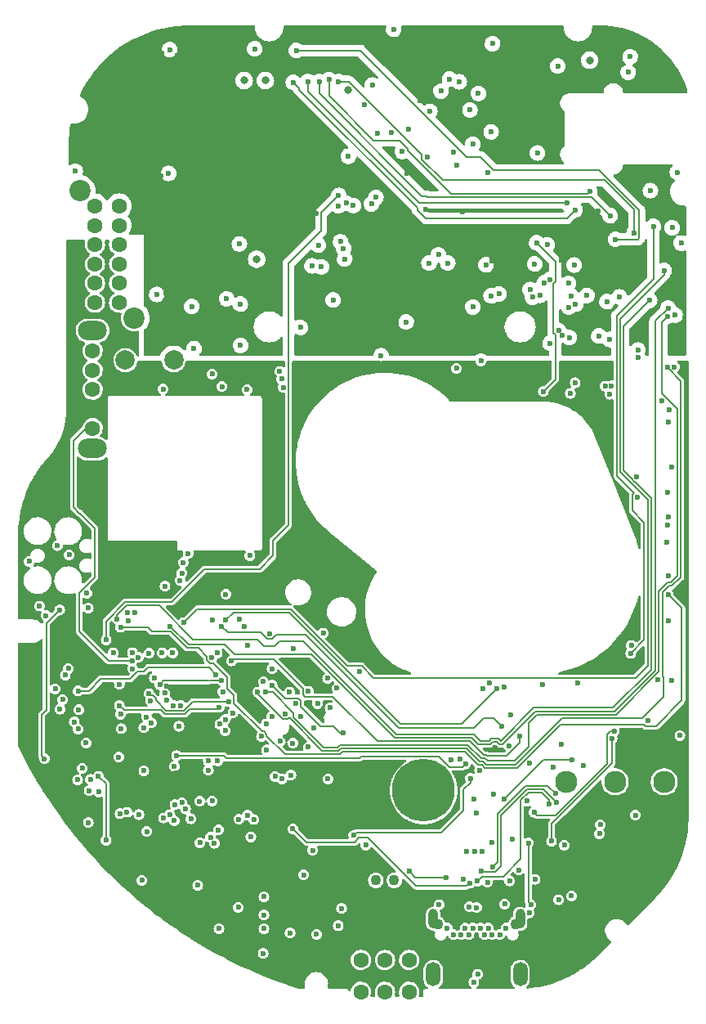
<source format=gbr>
G04 #@! TF.GenerationSoftware,KiCad,Pcbnew,6.0.0+dfsg1-2*
G04 #@! TF.CreationDate,2022-05-11T22:29:45-04:00*
G04 #@! TF.ProjectId,RUSP_Mainboard,52555350-5f4d-4616-996e-626f6172642e,rev?*
G04 #@! TF.SameCoordinates,Original*
G04 #@! TF.FileFunction,Copper,L3,Inr*
G04 #@! TF.FilePolarity,Positive*
%FSLAX46Y46*%
G04 Gerber Fmt 4.6, Leading zero omitted, Abs format (unit mm)*
G04 Created by KiCad (PCBNEW 6.0.0+dfsg1-2) date 2022-05-11 22:29:45*
%MOMM*%
%LPD*%
G01*
G04 APERTURE LIST*
G04 #@! TA.AperFunction,ComponentPad*
%ADD10C,2.300000*%
G04 #@! TD*
G04 #@! TA.AperFunction,ComponentPad*
%ADD11C,6.500000*%
G04 #@! TD*
G04 #@! TA.AperFunction,ComponentPad*
%ADD12C,1.600000*%
G04 #@! TD*
G04 #@! TA.AperFunction,ComponentPad*
%ADD13C,0.600000*%
G04 #@! TD*
G04 #@! TA.AperFunction,ComponentPad*
%ADD14O,1.000000X2.000000*%
G04 #@! TD*
G04 #@! TA.AperFunction,ComponentPad*
%ADD15O,1.500000X2.500000*%
G04 #@! TD*
G04 #@! TA.AperFunction,ComponentPad*
%ADD16C,1.100000*%
G04 #@! TD*
G04 #@! TA.AperFunction,ComponentPad*
%ADD17C,2.000000*%
G04 #@! TD*
G04 #@! TA.AperFunction,ComponentPad*
%ADD18O,3.000000X2.000000*%
G04 #@! TD*
G04 #@! TA.AperFunction,ComponentPad*
%ADD19C,2.200000*%
G04 #@! TD*
G04 #@! TA.AperFunction,ViaPad*
%ADD20C,0.600000*%
G04 #@! TD*
G04 #@! TA.AperFunction,ViaPad*
%ADD21C,0.800000*%
G04 #@! TD*
G04 #@! TA.AperFunction,Conductor*
%ADD22C,0.200000*%
G04 #@! TD*
G04 #@! TA.AperFunction,Conductor*
%ADD23C,0.180000*%
G04 #@! TD*
G04 APERTURE END LIST*
D10*
X178930000Y-133100000D03*
X173850000Y-133100000D03*
X168770000Y-133100000D03*
D11*
X154000000Y-134000000D03*
D12*
X147500000Y-154850000D03*
X150000000Y-154850000D03*
X152500000Y-154850000D03*
X147500000Y-151550000D03*
X150000000Y-151550000D03*
X152500000Y-151550000D03*
D13*
X162550000Y-148230000D03*
X161900000Y-148930000D03*
X161100000Y-148930000D03*
X160700000Y-148230000D03*
X160300000Y-148930000D03*
X159900000Y-148230000D03*
X159100000Y-148230000D03*
X158700000Y-148930000D03*
X158300000Y-148230000D03*
X157900000Y-148930000D03*
X157100000Y-148930000D03*
X156450000Y-148230000D03*
D14*
X164000000Y-147280000D03*
D15*
X164000000Y-153030000D03*
D14*
X155000000Y-147280000D03*
D15*
X155000000Y-153030000D03*
D16*
X163550000Y-147830000D03*
X155450000Y-147830000D03*
D17*
X128100000Y-89460000D03*
X123100000Y-89460000D03*
D16*
X149050000Y-143300000D03*
X150950000Y-143300000D03*
D18*
X119700000Y-86400000D03*
X119700000Y-98600000D03*
D12*
X119700000Y-96500000D03*
X119700000Y-92500000D03*
X119700000Y-90500000D03*
X119700000Y-88500000D03*
D19*
X118400000Y-71900000D03*
X124000000Y-85100000D03*
D12*
X119950000Y-73500000D03*
X119950000Y-75500000D03*
X119950000Y-77500000D03*
X119950000Y-79500000D03*
X119950000Y-81500000D03*
X119950000Y-83500000D03*
X122450000Y-73500000D03*
X122450000Y-75500000D03*
X122450000Y-77500000D03*
X122450000Y-79500000D03*
X122450000Y-81500000D03*
X122450000Y-83500000D03*
D20*
X131700000Y-131900000D03*
X119264658Y-137323290D03*
X116300000Y-115300000D03*
X114700000Y-130700000D03*
X179720450Y-100507414D03*
X180056788Y-84780504D03*
X118200000Y-127650000D03*
X126900000Y-119750489D03*
X138030758Y-117769230D03*
X140100000Y-123800000D03*
X147345121Y-121661222D03*
X144300000Y-125450000D03*
X169328814Y-144905570D03*
X138616501Y-132550022D03*
X140493982Y-119313200D03*
X168000000Y-145300000D03*
X124800000Y-143300000D03*
X149200000Y-66000000D03*
X180560011Y-128302177D03*
X135800000Y-118950000D03*
X173433530Y-92123688D03*
X157400000Y-90300000D03*
X161001039Y-65812546D03*
X167900000Y-59000000D03*
X140163596Y-148736404D03*
X127574936Y-70119523D03*
X145150000Y-147999998D03*
X159210606Y-134910606D03*
X157750000Y-130775000D03*
X179714697Y-122654751D03*
X165029876Y-82136144D03*
X170924990Y-82750000D03*
X173250010Y-87311079D03*
X179449990Y-94550000D03*
X127700003Y-57299997D03*
X160800000Y-122900000D03*
X133500000Y-113699982D03*
X126350000Y-82650000D03*
X119249990Y-115100000D03*
X129988909Y-83888909D03*
X119100000Y-113570000D03*
X166350000Y-123000000D03*
X119030876Y-129070014D03*
X145006655Y-123407362D03*
X117275000Y-109600000D03*
X128650000Y-127360000D03*
X167100000Y-81100000D03*
X162897865Y-143357657D03*
X137399998Y-122731837D03*
X158100000Y-143199996D03*
X155800000Y-61600000D03*
X155600000Y-145800000D03*
X137450010Y-148300000D03*
X166492576Y-81449990D03*
X179300000Y-106525000D03*
X127200000Y-112850000D03*
X159500034Y-136300000D03*
X129100000Y-110400000D03*
X179997593Y-90164786D03*
X129895340Y-136921118D03*
X126110112Y-122363296D03*
X180688918Y-77331086D03*
X157449937Y-69258906D03*
X172822809Y-92125535D03*
X137720328Y-129799098D03*
X159485576Y-146111532D03*
X136400000Y-137000000D03*
X137378476Y-150856308D03*
X132800000Y-148300000D03*
X134846859Y-136977937D03*
X163200000Y-138999998D03*
X119342673Y-134025514D03*
X113122343Y-110293032D03*
X162835228Y-129362576D03*
X114200000Y-114899996D03*
X124500000Y-136500000D03*
X123850762Y-121400000D03*
X158833456Y-132738725D03*
X116050000Y-108650000D03*
X146750000Y-138650000D03*
X125307886Y-138244710D03*
X162321155Y-123293956D03*
X114883338Y-115897623D03*
X163007305Y-126140012D03*
X127192601Y-123923178D03*
X118150000Y-132900000D03*
X128400000Y-130400000D03*
X158349989Y-131249989D03*
X129600000Y-109450000D03*
X116319319Y-125578640D03*
X134800000Y-146100000D03*
X159600000Y-153000000D03*
X142900000Y-148886012D03*
X159200000Y-153850000D03*
X116600000Y-124600000D03*
X128950000Y-111500000D03*
D21*
X135400000Y-60499992D03*
X137600000Y-60500000D03*
X171200000Y-58400000D03*
D20*
X150900000Y-55200000D03*
X158014427Y-132813160D03*
X141293468Y-129498388D03*
X145951735Y-144368233D03*
X128450000Y-115850000D03*
X119000000Y-116120000D03*
X126000000Y-110800000D03*
X144917713Y-118850011D03*
X142000000Y-152000000D03*
X114100000Y-121600000D03*
X161394989Y-129531161D03*
X159100000Y-83950000D03*
X174013731Y-120753344D03*
X141850000Y-124950000D03*
X128426138Y-132198305D03*
X115754055Y-109644213D03*
X165500000Y-79500000D03*
X140010000Y-120830000D03*
X145827215Y-78971078D03*
X127420519Y-123209170D03*
X135158125Y-114394305D03*
X138081782Y-133256773D03*
X130900000Y-147500000D03*
X138400000Y-150100000D03*
X118598468Y-130376300D03*
X134295976Y-122605775D03*
X143100000Y-77550004D03*
X137894061Y-140318967D03*
X136500000Y-57220000D03*
X167100000Y-87700000D03*
X172999998Y-83400000D03*
X168388130Y-86863865D03*
X168000000Y-86400000D03*
X137450010Y-146885986D03*
X164953238Y-146660513D03*
X160100000Y-140299982D03*
X166400000Y-92700000D03*
X165700000Y-77300000D03*
X145700000Y-128000000D03*
X128161149Y-131497209D03*
X159807055Y-131899437D03*
X168293989Y-129208897D03*
X164850012Y-139430015D03*
X138300000Y-123100000D03*
X125000000Y-127500000D03*
X165100000Y-145825000D03*
X129322965Y-135915687D03*
X122653197Y-127600000D03*
X117800000Y-126900000D03*
X133185393Y-123776793D03*
X132100000Y-90900000D03*
X135419058Y-116995405D03*
X133591949Y-83108051D03*
X136000000Y-109700000D03*
X132619368Y-119759332D03*
D21*
X139950000Y-75450000D03*
D20*
X152300000Y-70150000D03*
X150900000Y-77800000D03*
X158725000Y-77575000D03*
X172072484Y-74027516D03*
X129800000Y-78000000D03*
X127300000Y-64100000D03*
X161108051Y-77816949D03*
X129200000Y-60600000D03*
X126750000Y-70400000D03*
X154200000Y-73850000D03*
X127000000Y-67100002D03*
X177548055Y-74168047D03*
X119600000Y-67900000D03*
X125300000Y-67150000D03*
X125300000Y-68250000D03*
X157800000Y-88500000D03*
X123900000Y-63700000D03*
X122850000Y-64550000D03*
X129100000Y-62450000D03*
X119900000Y-68750000D03*
X129500000Y-72500000D03*
X127300000Y-71150000D03*
X119850000Y-66200000D03*
X125500000Y-71800000D03*
X123700000Y-62250000D03*
X125150000Y-66200000D03*
X168294427Y-79137079D03*
X123550000Y-60300000D03*
X164900000Y-59650000D03*
X123350000Y-70100000D03*
X122000000Y-64650000D03*
X124800000Y-64000000D03*
X126349997Y-66649997D03*
X127800000Y-65600000D03*
X125700000Y-65200000D03*
X127900000Y-71950000D03*
X124900000Y-57850000D03*
X126250000Y-69750000D03*
X128100000Y-64100000D03*
X139950000Y-65800000D03*
X150600000Y-79600000D03*
X122400000Y-70350000D03*
X119800000Y-67050000D03*
X129092582Y-59600011D03*
X144508131Y-78644408D03*
X129200000Y-61550000D03*
X125550000Y-69150000D03*
X129050000Y-58700000D03*
X151890000Y-76414980D03*
X127300000Y-64900000D03*
X123600000Y-61250000D03*
X128600000Y-65900000D03*
X161100000Y-79200000D03*
X126850000Y-57650000D03*
X158052903Y-74057853D03*
X128700000Y-67500000D03*
X142850000Y-74250000D03*
X125500000Y-64400000D03*
X124200000Y-70500000D03*
X148800000Y-70400000D03*
X121500000Y-70250000D03*
X128800000Y-63600000D03*
X125900000Y-66000000D03*
X150200000Y-73300000D03*
X153613589Y-62563589D03*
X129500000Y-67500000D03*
X128550000Y-72300000D03*
X126950000Y-73350000D03*
X121150000Y-65000000D03*
X120500000Y-65550000D03*
X120777856Y-69534553D03*
X128450000Y-57950000D03*
X124206000Y-58420000D03*
X154500000Y-55200000D03*
X127800000Y-67400000D03*
X124500000Y-65600000D03*
X144450000Y-87350000D03*
X129500000Y-65900000D03*
X139900000Y-68000000D03*
X123800000Y-65100000D03*
X124900000Y-71100000D03*
X138050000Y-79600000D03*
X127300000Y-82500000D03*
X125900000Y-57750000D03*
X173650000Y-58200000D03*
X126200000Y-72600000D03*
X144884826Y-79784826D03*
X162400000Y-60550000D03*
X137300000Y-70400000D03*
X155543243Y-78543235D03*
X154562516Y-79399991D03*
X177500000Y-71900000D03*
X151800000Y-67850014D03*
X123829393Y-119744520D03*
X161224675Y-134423621D03*
X158740008Y-146030006D03*
X140456670Y-137969779D03*
X158770461Y-143603692D03*
X134100000Y-120581969D03*
X163934989Y-128375512D03*
X125300000Y-126400000D03*
X122600000Y-126100000D03*
X154350014Y-68400000D03*
X165800000Y-68000000D03*
X169744537Y-83656374D03*
X169270000Y-82780000D03*
X169063024Y-83969516D03*
X169099999Y-87100000D03*
X166040002Y-82740000D03*
X165296510Y-82927686D03*
X172150000Y-86950000D03*
X144100000Y-132800000D03*
X124443170Y-120214188D03*
X117900000Y-69900000D03*
X142498411Y-140199500D03*
X145200000Y-72400000D03*
X161058506Y-139396453D03*
X121100000Y-118400000D03*
X126659771Y-123046743D03*
X133088365Y-122600000D03*
X133489115Y-116371564D03*
X161569672Y-123467491D03*
X132076788Y-120277140D03*
X170000000Y-122900000D03*
X160150000Y-123450000D03*
X169001256Y-81497498D03*
X119488332Y-132850500D03*
X172210082Y-138488090D03*
X127050000Y-136850000D03*
X162395214Y-145747381D03*
X145500000Y-146200000D03*
X178300000Y-122550000D03*
X128159181Y-137111213D03*
X163875000Y-142225000D03*
X128960399Y-135259715D03*
X179329998Y-116470000D03*
X156350000Y-143000000D03*
X152486495Y-142379670D03*
X125700000Y-124710980D03*
X179329986Y-111750000D03*
X165550010Y-143199988D03*
X179329988Y-105702517D03*
X134249988Y-125975911D03*
X139669659Y-126076728D03*
X176063844Y-101494398D03*
X141240902Y-126313333D03*
X179376670Y-95900412D03*
X175950000Y-136550000D03*
X136816718Y-123805350D03*
X179250032Y-90225372D03*
X127750000Y-117000000D03*
X179329988Y-84050605D03*
X178925000Y-80175000D03*
X129119748Y-116616916D03*
X124084589Y-115549990D03*
X123800000Y-120600000D03*
X168569806Y-139669806D03*
X123272314Y-136238774D03*
X159676302Y-61840422D03*
X128000000Y-119750489D03*
X122540351Y-136399970D03*
X137450010Y-144999979D03*
X120361717Y-134146580D03*
X158459422Y-140288341D03*
X121099243Y-139157793D03*
X120300000Y-132525000D03*
X132150009Y-116325031D03*
X148000000Y-139650000D03*
X138280932Y-126331901D03*
X141225000Y-86050000D03*
X133442236Y-127800004D03*
X145705719Y-77871067D03*
X132892226Y-127141328D03*
X145400010Y-77186187D03*
X138300000Y-121400000D03*
X128838265Y-125198765D03*
X144050000Y-122400000D03*
X133076751Y-116998042D03*
X162100000Y-127339987D03*
X134939137Y-116266574D03*
X125537120Y-119778161D03*
X135700000Y-92500000D03*
X116870570Y-122056301D03*
X117199979Y-121382500D03*
X127000000Y-92449500D03*
X157691706Y-60633658D03*
X128750000Y-112250000D03*
X169400000Y-130800000D03*
X162362500Y-134887500D03*
X173530780Y-128597383D03*
X167250000Y-139250000D03*
X165441537Y-136248857D03*
X173748741Y-127879741D03*
X159575000Y-143375000D03*
X167000000Y-135400000D03*
X159941967Y-142381293D03*
X167799600Y-135249447D03*
X160625000Y-143500000D03*
X167400000Y-131600000D03*
X161150000Y-141900000D03*
X167663993Y-134336007D03*
X179200000Y-108300000D03*
X133459342Y-126650515D03*
X142041328Y-123724400D03*
X175455700Y-119809627D03*
X177800000Y-75600000D03*
X172312635Y-137550095D03*
X127716214Y-136506618D03*
X139323945Y-132799102D03*
X131700000Y-130949500D03*
X128238556Y-135461444D03*
X177249990Y-126800000D03*
X179329984Y-113700000D03*
X122600000Y-117100000D03*
X177417666Y-83254074D03*
X122250010Y-116250000D03*
X137596545Y-123831848D03*
X179300000Y-84900008D03*
X178661080Y-93658913D03*
X140749989Y-124996413D03*
X176160456Y-103639544D03*
X142582862Y-127510040D03*
X137700000Y-127100000D03*
X179260872Y-103112230D03*
X175400000Y-58050000D03*
X161150000Y-56700000D03*
X148675000Y-60975000D03*
X156500000Y-79400000D03*
X139274732Y-91397883D03*
X139100000Y-90600000D03*
X152200000Y-85500000D03*
X169700000Y-91800000D03*
X169200000Y-92900000D03*
X149600000Y-89000000D03*
X159950001Y-89549999D03*
X175518747Y-118968748D03*
X143599070Y-117700928D03*
X165002967Y-131177396D03*
X156815005Y-130857162D03*
X140252343Y-132414535D03*
X132650498Y-130949500D03*
X169600000Y-79600000D03*
X118275623Y-125647791D03*
X137200000Y-128400000D03*
X135019982Y-87930018D03*
X115830737Y-123478434D03*
X130200000Y-88250000D03*
D21*
X136700000Y-79000000D03*
D20*
X157100000Y-67950000D03*
X170600000Y-131400000D03*
X150698584Y-65851416D03*
X160650051Y-70028957D03*
X146200000Y-68350000D03*
X130800000Y-135120002D03*
X164745202Y-135085968D03*
X133100000Y-92200000D03*
X122475500Y-123000000D03*
X135000000Y-83650000D03*
X135750000Y-136550002D03*
X125800000Y-127000000D03*
X122400000Y-130549500D03*
X118624056Y-131703277D03*
X123436998Y-116463002D03*
X127400000Y-124661480D03*
X123303101Y-115551993D03*
X180300000Y-70000000D03*
X175200000Y-59650000D03*
X132828975Y-125383842D03*
X122475500Y-125198698D03*
X139462186Y-92284259D03*
X125017385Y-131952356D03*
X134911444Y-77411444D03*
X168900000Y-73200000D03*
X142000000Y-60600000D03*
X169700000Y-73900000D03*
X140500000Y-60700000D03*
X171200000Y-72000000D03*
X144200000Y-60400000D03*
X143200000Y-60600000D03*
X173325688Y-74503608D03*
X145200000Y-60600000D03*
X175799991Y-76299990D03*
X173900000Y-76950000D03*
X140800000Y-57400000D03*
X161800000Y-82600000D03*
X176200000Y-88400000D03*
X161000000Y-82800000D03*
X176200000Y-89200004D03*
X166800000Y-77500000D03*
X173291498Y-92987511D03*
X142431908Y-79681908D03*
X144626416Y-83226416D03*
X160457307Y-79585616D03*
D21*
X146152873Y-61447127D03*
D20*
X145145765Y-73482225D03*
X146000000Y-73200000D03*
X146710971Y-73438790D03*
X149050000Y-72600000D03*
X143403799Y-79785729D03*
X148588909Y-73288909D03*
X132739257Y-138075000D03*
X136100000Y-138799988D03*
X132100000Y-135100016D03*
X121838556Y-119738556D03*
X128088862Y-125210980D03*
X152450002Y-65582859D03*
X154650000Y-63700000D03*
X179750000Y-75750000D03*
X158799989Y-63545732D03*
X159111086Y-67088918D03*
X156700000Y-60350000D03*
X147848584Y-63001416D03*
X174300000Y-82900000D03*
X130809699Y-139411025D03*
X139115237Y-128915237D03*
X133800000Y-124800000D03*
X125542672Y-123978178D03*
X118200000Y-123700000D03*
X132500000Y-122030500D03*
X159298924Y-140350011D03*
X140440000Y-129100000D03*
X131913682Y-138840539D03*
X143000000Y-125000000D03*
X132331350Y-139463479D03*
X142042969Y-129500098D03*
X130600000Y-143800000D03*
X141572779Y-142725149D03*
D22*
X114900000Y-116700000D02*
X114900000Y-125671755D01*
X114400001Y-130400001D02*
X114700000Y-130700000D01*
X114400001Y-126171754D02*
X114400001Y-130400001D01*
X114900000Y-125671755D02*
X114400001Y-126171754D01*
X116300000Y-115300000D02*
X114900000Y-116700000D01*
X158150000Y-136050000D02*
X155849999Y-138350001D01*
X158833456Y-133162989D02*
X158150000Y-133846445D01*
X155849999Y-138350001D02*
X147049999Y-138350001D01*
X158150000Y-133846445D02*
X158150000Y-136050000D01*
X158833456Y-132738725D02*
X158833456Y-133162989D01*
X147049999Y-138350001D02*
X146750000Y-138650000D01*
X133578162Y-130678144D02*
X147321856Y-130678144D01*
X128400000Y-130400000D02*
X133300018Y-130400000D01*
X158049990Y-131549988D02*
X158349989Y-131249989D01*
X133300018Y-130400000D02*
X133578162Y-130678144D01*
X147553740Y-130446260D02*
X155590092Y-130446260D01*
X155590092Y-130446260D02*
X156693820Y-131549988D01*
X156693820Y-131549988D02*
X158049990Y-131549988D01*
X147321856Y-130678144D02*
X147553740Y-130446260D01*
X167649511Y-81327616D02*
X167450489Y-81526638D01*
X167649511Y-86826638D02*
X167649511Y-91450489D01*
X165700000Y-77300000D02*
X167649511Y-79249511D01*
X167450489Y-81526638D02*
X167450489Y-86627616D01*
X167450489Y-86627616D02*
X167649511Y-86826638D01*
X167649511Y-79249511D02*
X167649511Y-81327616D01*
X167649511Y-91450489D02*
X166400000Y-92700000D01*
X141299500Y-124768797D02*
X140976024Y-124445321D01*
X141299500Y-125299500D02*
X141299500Y-124768797D01*
X140976024Y-124445321D02*
X139645321Y-124445321D01*
X144637021Y-127337021D02*
X143337021Y-127337021D01*
X164850012Y-139430015D02*
X164850012Y-145575012D01*
X145300000Y-128000000D02*
X144637021Y-127337021D01*
X143337021Y-127337021D02*
X141299500Y-125299500D01*
X139645321Y-124445321D02*
X138300000Y-123100000D01*
X164850012Y-145575012D02*
X165100000Y-145825000D01*
X145700000Y-128000000D02*
X145300000Y-128000000D01*
X141836891Y-139350000D02*
X140456670Y-137969779D01*
X158470462Y-143903691D02*
X153196511Y-143903691D01*
X148192819Y-138899999D02*
X147300001Y-138899999D01*
X147300001Y-138899999D02*
X146850000Y-139350000D01*
X153196511Y-143903691D02*
X148192819Y-138899999D01*
X146850000Y-139350000D02*
X141836891Y-139350000D01*
X158770461Y-143603692D02*
X158470462Y-143903691D01*
X138449990Y-120399990D02*
X141519300Y-123469301D01*
X144600000Y-124300000D02*
X149200030Y-128900030D01*
X141491817Y-123496784D02*
X141491817Y-124068944D01*
X158800030Y-128900030D02*
X160201366Y-130301366D01*
X160201366Y-130301366D02*
X160468996Y-130301366D01*
X134100000Y-120581969D02*
X134281979Y-120399990D01*
X160468996Y-130301366D02*
X160542428Y-130374798D01*
X163934989Y-129046145D02*
X163934989Y-128375512D01*
X160542428Y-130374798D02*
X162606336Y-130374798D01*
X141491817Y-124068944D02*
X141722873Y-124300000D01*
X134281979Y-120399990D02*
X138449990Y-120399990D01*
X141519300Y-123469301D02*
X141491817Y-123496784D01*
X141722873Y-124300000D02*
X144600000Y-124300000D01*
X162606336Y-130374798D02*
X163934989Y-129046145D01*
X149200030Y-128900030D02*
X158800030Y-128900030D01*
X140011697Y-79415430D02*
X140011697Y-106488303D01*
X121100000Y-116481451D02*
X121100000Y-118400000D01*
X140011697Y-106488303D02*
X138400000Y-108100000D01*
X133088365Y-122600000D02*
X131894296Y-122600000D01*
X137000000Y-111100000D02*
X131278087Y-111100000D01*
X126659771Y-123046743D02*
X127056994Y-122649520D01*
X127056994Y-122649520D02*
X131800000Y-122649520D01*
X138400000Y-109700000D02*
X137000000Y-111100000D01*
X138400000Y-108100000D02*
X138400000Y-109700000D01*
X143399511Y-74200489D02*
X143399511Y-76027616D01*
X143399511Y-76027616D02*
X140011697Y-79415430D01*
X127877607Y-114500480D02*
X123080971Y-114500480D01*
X123080971Y-114500480D02*
X121100000Y-116481451D01*
X131278087Y-111100000D02*
X127877607Y-114500480D01*
X145200000Y-72400000D02*
X143399511Y-74200489D01*
X134304847Y-115555832D02*
X133489115Y-116371564D01*
X151614002Y-127100000D02*
X140069834Y-115555832D01*
X161569672Y-123467491D02*
X157937163Y-127100000D01*
X140069834Y-115555832D02*
X134304847Y-115555832D01*
X157937163Y-127100000D02*
X151614002Y-127100000D01*
X153106825Y-143000000D02*
X152486495Y-142379670D01*
X156350000Y-143000000D02*
X153106825Y-143000000D01*
X136816718Y-124000914D02*
X136816718Y-123805350D01*
X139442043Y-126626239D02*
X136816718Y-124000914D01*
X163573754Y-131297587D02*
X160476628Y-131297587D01*
X159794702Y-131000406D02*
X158414300Y-129620004D01*
X160476628Y-131297587D02*
X160179446Y-131000406D01*
X176658850Y-126499979D02*
X168371362Y-126499979D01*
X180620461Y-111951243D02*
X179740080Y-112831624D01*
X178850001Y-122310999D02*
X178850001Y-124308828D01*
X178749879Y-122210877D02*
X178850001Y-122310999D01*
X179740080Y-112831624D02*
X179409362Y-112831624D01*
X158414300Y-129620004D02*
X145449680Y-129620004D01*
X178850001Y-124308828D02*
X176658850Y-126499979D01*
X143490502Y-129890502D02*
X140061757Y-126461757D01*
X139897275Y-126626239D02*
X139442043Y-126626239D01*
X145449680Y-129620004D02*
X145179182Y-129890502D01*
X180620461Y-91595801D02*
X180620461Y-111951243D01*
X168371362Y-126499979D02*
X163573754Y-131297587D01*
X179250032Y-90225372D02*
X180620461Y-91595801D01*
X179409362Y-112831624D02*
X178749879Y-113491107D01*
X140061757Y-126461757D02*
X139897275Y-126626239D01*
X160179446Y-131000406D02*
X159794702Y-131000406D01*
X178749879Y-113491107D02*
X178749879Y-122210877D01*
X145179182Y-129890502D02*
X143490502Y-129890502D01*
X161840955Y-129200000D02*
X161622605Y-128981650D01*
X162181222Y-129200000D02*
X161840955Y-129200000D01*
X161622605Y-128981650D02*
X161167373Y-128981650D01*
X159600000Y-129200000D02*
X158950019Y-128550019D01*
X179329988Y-84050605D02*
X177977679Y-85402914D01*
X158950019Y-128550019D02*
X151006465Y-128550019D01*
X165581266Y-125799956D02*
X162181222Y-129200000D01*
X161167373Y-128981650D02*
X160949023Y-129200000D01*
X177977679Y-85402914D02*
X177977679Y-121588329D01*
X160949023Y-129200000D02*
X159600000Y-129200000D01*
X151006465Y-128550019D02*
X142381445Y-119924999D01*
X142381445Y-119924999D02*
X134389001Y-119924999D01*
X133364024Y-118900022D02*
X129650022Y-118900022D01*
X134389001Y-119924999D02*
X133364024Y-118900022D01*
X173766052Y-125799956D02*
X165581266Y-125799956D01*
X177977679Y-121588329D02*
X173766052Y-125799956D01*
X129650022Y-118900022D02*
X127750000Y-117000000D01*
X175949511Y-122350489D02*
X148811515Y-122350489D01*
X174356856Y-85167408D02*
X174356856Y-101058833D01*
X177238720Y-121061280D02*
X175949511Y-122350489D01*
X148811515Y-122350489D02*
X147572737Y-121111711D01*
X174356856Y-101058833D02*
X177238720Y-103940697D01*
X146120009Y-121111711D02*
X140214611Y-115206313D01*
X178925000Y-80175000D02*
X178925000Y-80599264D01*
X140214611Y-115206313D02*
X130530351Y-115206313D01*
X147572737Y-121111711D02*
X146120009Y-121111711D01*
X178925000Y-80599264D02*
X174356856Y-85167408D01*
X130530351Y-115206313D02*
X129119748Y-116616916D01*
X177238720Y-103940697D02*
X177238720Y-121061280D01*
X121400000Y-120600000D02*
X123800000Y-120600000D01*
X118299999Y-117499999D02*
X121400000Y-120600000D01*
X118968630Y-96500000D02*
X117700000Y-97768630D01*
X117700000Y-97768630D02*
X117700000Y-104700000D01*
X117700000Y-104700000D02*
X118300000Y-105300000D01*
X120100000Y-96500000D02*
X118968630Y-96500000D01*
X119925021Y-111930977D02*
X118299999Y-113555999D01*
X119925021Y-106825021D02*
X119925021Y-111930977D01*
X118400000Y-105300000D02*
X119925021Y-106825021D01*
X118299999Y-113555999D02*
X118299999Y-117499999D01*
X118300000Y-105300000D02*
X118400000Y-105300000D01*
X121099243Y-133324243D02*
X120300000Y-132525000D01*
X121099243Y-139157793D02*
X121099243Y-133324243D01*
X138294759Y-118319231D02*
X138759386Y-117854604D01*
X159200014Y-127499986D02*
X160200000Y-126500000D01*
X161260013Y-126500000D02*
X162100000Y-127339987D01*
X141796020Y-117854604D02*
X151441402Y-127499986D01*
X137092503Y-117644977D02*
X137766757Y-118319231D01*
X151441402Y-127499986D02*
X159200014Y-127499986D01*
X138759386Y-117854604D02*
X141796020Y-117854604D01*
X160200000Y-126500000D02*
X161260013Y-126500000D01*
X133723686Y-117644977D02*
X137092503Y-117644977D01*
X133076751Y-116998042D02*
X133723686Y-117644977D01*
X137766757Y-118319231D02*
X138294759Y-118319231D01*
X166450000Y-130800000D02*
X162362500Y-134887500D01*
X169400000Y-130800000D02*
X166450000Y-130800000D01*
X173530780Y-131164208D02*
X173530780Y-128597383D01*
X167250000Y-139250000D02*
X167250000Y-137444988D01*
X167250000Y-137444988D02*
X173530780Y-131164208D01*
X173324477Y-127879741D02*
X173748741Y-127879741D01*
X165742679Y-136549999D02*
X167649999Y-136549999D01*
X167649999Y-136549999D02*
X172980778Y-131219220D01*
X172980778Y-131219220D02*
X172980778Y-128223440D01*
X172980778Y-128223440D02*
X173324477Y-127879741D01*
X165441537Y-136248857D02*
X165742679Y-136549999D01*
X164049999Y-135003339D02*
X164853828Y-134199510D01*
X167000000Y-134975736D02*
X167000000Y-135400000D01*
X159575000Y-143375000D02*
X160025000Y-142925000D01*
X164049999Y-141100001D02*
X164049999Y-135003339D01*
X164853828Y-134199510D02*
X166223774Y-134199510D01*
X166223774Y-134199510D02*
X167000000Y-134975736D01*
X160025000Y-142925000D02*
X162225000Y-142925000D01*
X162225000Y-142925000D02*
X164049999Y-141100001D01*
X161414001Y-142450001D02*
X162000002Y-141864000D01*
X162000002Y-136558346D02*
X164708358Y-133849990D01*
X166400143Y-133849990D02*
X167799600Y-135249447D01*
X162000002Y-141864000D02*
X162000002Y-136558346D01*
X164708358Y-133849990D02*
X166400143Y-133849990D01*
X159941967Y-142381293D02*
X160010676Y-142450002D01*
X160010676Y-142450002D02*
X161414001Y-142450001D01*
X161649991Y-141400009D02*
X161649991Y-136413367D01*
X161150000Y-141900000D02*
X161649991Y-141400009D01*
X164563379Y-133499979D02*
X166827965Y-133499979D01*
X161649991Y-136413367D02*
X164563379Y-133499979D01*
X166827965Y-133499979D02*
X167663993Y-134336007D01*
X177800000Y-75600000D02*
X177800000Y-81080008D01*
X175811437Y-103211437D02*
X175610945Y-103411928D01*
X174006845Y-101406845D02*
X175811437Y-103211437D01*
X174006845Y-84873163D02*
X174006845Y-101406845D01*
X175610945Y-103411928D02*
X175610945Y-104999947D01*
X176849953Y-106238955D02*
X176849953Y-118415374D01*
X177800000Y-81080008D02*
X174006845Y-84873163D01*
X176849953Y-118415374D02*
X175455700Y-119809627D01*
X175610945Y-104999947D02*
X176849953Y-106238955D01*
X137427616Y-127850489D02*
X137749511Y-128172384D01*
X122600000Y-117100000D02*
X125400000Y-117100000D01*
X133637865Y-122237865D02*
X133637865Y-123452138D01*
X158269523Y-129969523D02*
X159649926Y-131349926D01*
X159649926Y-131349926D02*
X160034671Y-131349926D01*
X137749511Y-128172384D02*
X137749511Y-128349511D01*
X168216331Y-127150001D02*
X176785989Y-127150001D01*
X145323958Y-130240022D02*
X145594457Y-129969523D01*
X145594457Y-129969523D02*
X158269523Y-129969523D01*
X139640022Y-130240022D02*
X145323958Y-130240022D01*
X176985989Y-127350001D02*
X178069999Y-127350001D01*
X180750000Y-124670000D02*
X180750000Y-115120016D01*
X178069999Y-127350001D02*
X180750000Y-124670000D01*
X137749511Y-128349511D02*
X139640022Y-130240022D01*
X132226651Y-120826651D02*
X133637865Y-122237865D01*
X133637865Y-123452138D02*
X134349511Y-124163784D01*
X163718734Y-131647598D02*
X168216331Y-127150001D01*
X125400000Y-117100000D02*
X125849511Y-117549511D01*
X130649542Y-119249542D02*
X131527277Y-120127277D01*
X129505246Y-119249542D02*
X130649542Y-119249542D01*
X160034671Y-131349926D02*
X160332343Y-131647598D01*
X180750000Y-115120016D02*
X179329984Y-113700000D01*
X125849511Y-117549511D02*
X127805215Y-117549511D01*
X134349511Y-124163784D02*
X134349511Y-124949511D01*
X131849172Y-120826651D02*
X132226651Y-120826651D01*
X176785989Y-127150001D02*
X176985989Y-127350001D01*
X137250489Y-127850489D02*
X137427616Y-127850489D01*
X131527277Y-120127277D02*
X131527277Y-120504756D01*
X131527277Y-120504756D02*
X131849172Y-120826651D01*
X127805215Y-117549511D02*
X129505246Y-119249542D01*
X134349511Y-124949511D02*
X137250489Y-127850489D01*
X160332343Y-131647598D02*
X163718734Y-131647598D01*
X130075000Y-118350000D02*
X126574999Y-114849999D01*
X123225747Y-114849999D02*
X122250010Y-115825736D01*
X160804247Y-128850480D02*
X159850480Y-128850480D01*
X175882224Y-102043909D02*
X177588730Y-103750415D01*
X159850480Y-128850480D02*
X159200007Y-128200007D01*
X137476798Y-119019252D02*
X136807547Y-118350001D01*
X177588730Y-103750415D02*
X177588730Y-121482288D01*
X173621073Y-125449945D02*
X165436287Y-125449945D01*
X159200007Y-128200007D02*
X151151443Y-128200007D01*
X175514333Y-101722014D02*
X175836228Y-102043909D01*
X177588730Y-121482288D02*
X173621073Y-125449945D01*
X162035752Y-128850480D02*
X161985731Y-128850480D01*
X126574999Y-114849999D02*
X123225747Y-114849999D01*
X138584717Y-119019253D02*
X137476798Y-119019252D01*
X175836228Y-102043909D02*
X175882224Y-102043909D01*
X136807547Y-118350001D02*
X130075000Y-118350000D01*
X141506062Y-118554626D02*
X139049344Y-118554626D01*
X161767382Y-128632131D02*
X161022596Y-128632131D01*
X165436287Y-125449945D02*
X162035752Y-128850480D01*
X175514333Y-101676018D02*
X175514333Y-101722014D01*
X151151443Y-128200007D02*
X141506062Y-118554626D01*
X174706867Y-100868552D02*
X175514333Y-101676018D01*
X174706867Y-85964873D02*
X174706867Y-100868552D01*
X177417666Y-83254074D02*
X174706867Y-85964873D01*
X122250010Y-115825736D02*
X122250010Y-116250000D01*
X139049344Y-118554626D02*
X138584717Y-119019253D01*
X161985731Y-128850480D02*
X161767382Y-128632131D01*
X161022596Y-128632131D02*
X160804247Y-128850480D01*
X138346909Y-123831848D02*
X137596545Y-123831848D01*
X140541741Y-126026680D02*
X138346909Y-123831848D01*
X145304903Y-129270485D02*
X145034407Y-129540982D01*
X159950886Y-130650886D02*
X158570485Y-129270485D01*
X179300000Y-84900008D02*
X178700031Y-85499977D01*
X160620913Y-130947576D02*
X160324221Y-130650886D01*
X178700031Y-92920031D02*
X180270451Y-94490451D01*
X178389372Y-121671626D02*
X173911030Y-126149968D01*
X178700031Y-85499977D02*
X178700031Y-92920031D01*
X140541741Y-126414166D02*
X140541741Y-126026680D01*
X164880479Y-126995039D02*
X164880479Y-129495872D01*
X143668557Y-129540982D02*
X140541741Y-126414166D01*
X178389372Y-113356624D02*
X178389372Y-121671626D01*
X164880479Y-129495872D02*
X163428775Y-130947576D01*
X173911030Y-126149968D02*
X165725550Y-126149968D01*
X163428775Y-130947576D02*
X160620913Y-130947576D01*
X179595101Y-112481613D02*
X179264383Y-112481613D01*
X180270451Y-111806263D02*
X179595101Y-112481613D01*
X160324221Y-130650886D02*
X159950886Y-130650886D01*
X158570485Y-129270485D02*
X145304903Y-129270485D01*
X179264383Y-112481613D02*
X178389372Y-113356624D01*
X145034407Y-129540982D02*
X143668557Y-129540982D01*
X165725550Y-126149968D02*
X164880479Y-126995039D01*
X180270451Y-94490451D02*
X180270451Y-111806263D01*
D23*
X122475500Y-125198698D02*
X122976802Y-125700000D01*
X130231540Y-125572429D02*
X130259111Y-125600000D01*
X126784340Y-125700000D02*
X127184341Y-126100000D01*
X129784592Y-125572429D02*
X130231540Y-125572429D01*
X129257021Y-126100000D02*
X129784592Y-125572429D01*
X122976802Y-125700000D02*
X126784340Y-125700000D01*
X132612817Y-125600000D02*
X132828975Y-125383842D01*
X127184341Y-126100000D02*
X129257021Y-126100000D01*
X130259111Y-125600000D02*
X132612817Y-125600000D01*
D22*
X142000000Y-61640083D02*
X142000000Y-60600000D01*
X168850489Y-73150489D02*
X153510406Y-73150489D01*
X168900000Y-73200000D02*
X168850489Y-73150489D01*
X153510406Y-73150489D02*
X142000000Y-61640083D01*
X154240448Y-74754450D02*
X168845550Y-74754450D01*
X168845550Y-74754450D02*
X169700000Y-73900000D01*
X141132750Y-61450001D02*
X153399999Y-73717250D01*
X153399999Y-73914001D02*
X154240448Y-74754450D01*
X153399999Y-73717250D02*
X153399999Y-73914001D01*
X140500000Y-60700000D02*
X141132750Y-61332750D01*
X141132750Y-61332750D02*
X141132750Y-61450001D01*
X152350001Y-67586011D02*
X151471175Y-66707185D01*
X171000000Y-72200000D02*
X156813990Y-72200000D01*
X152350001Y-67736011D02*
X152350001Y-67586011D01*
X148793183Y-66707185D02*
X144200000Y-62114002D01*
X171200000Y-72000000D02*
X171000000Y-72200000D01*
X144200000Y-62114002D02*
X144200000Y-60400000D01*
X156813990Y-72200000D02*
X152350001Y-67736011D01*
X151471175Y-66707185D02*
X148793183Y-66707185D01*
X153834572Y-72498572D02*
X154285396Y-72498572D01*
X154356823Y-72569999D02*
X171392079Y-72569999D01*
X143200000Y-61864000D02*
X153834572Y-72498572D01*
X171392079Y-72569999D02*
X173325688Y-74503608D01*
X154285396Y-72498572D02*
X154356823Y-72569999D01*
X143200000Y-60600000D02*
X143200000Y-61864000D01*
X172744251Y-70824999D02*
X175799991Y-73880739D01*
X153800013Y-68664001D02*
X155961011Y-70824999D01*
X175799991Y-73880739D02*
X175799991Y-76299990D01*
X145200000Y-60600000D02*
X146225000Y-60600000D01*
X146225000Y-60600000D02*
X153800013Y-68175013D01*
X155961011Y-70824999D02*
X172744251Y-70824999D01*
X153800013Y-68175013D02*
X153800013Y-68664001D01*
X161278956Y-69764956D02*
X172179196Y-69764956D01*
X176350001Y-76827933D02*
X176227934Y-76950000D01*
X158447742Y-68411754D02*
X159925754Y-68411754D01*
X159925754Y-68411754D02*
X161278956Y-69764956D01*
X140800000Y-57400000D02*
X147435988Y-57400000D01*
X172179196Y-69764956D02*
X176350001Y-73935761D01*
X176227934Y-76950000D02*
X173900000Y-76950000D01*
X147435988Y-57400000D02*
X158447742Y-68411754D01*
X176350001Y-73935761D02*
X176350001Y-76827933D01*
X130076867Y-124800000D02*
X133800000Y-124800000D01*
X126249511Y-124483364D02*
X126249511Y-124685017D01*
X125927616Y-124161469D02*
X126249511Y-124483364D01*
X129116387Y-125760480D02*
X130076867Y-124800000D01*
X125725963Y-124161469D02*
X125927616Y-124161469D01*
X126249511Y-124685017D02*
X127324974Y-125760480D01*
X127324974Y-125760480D02*
X129116387Y-125760480D01*
X125464494Y-123900000D02*
X125725963Y-124161469D01*
X125000000Y-121700000D02*
X125400000Y-121300000D01*
X124327889Y-121700000D02*
X125000000Y-121700000D01*
X120549511Y-122450489D02*
X123577400Y-122450489D01*
X131769500Y-121300000D02*
X132500000Y-122030500D01*
X125400000Y-121300000D02*
X131769500Y-121300000D01*
X119300000Y-123700000D02*
X120549511Y-122450489D01*
X123577400Y-122450489D02*
X124327889Y-121700000D01*
X118200000Y-123700000D02*
X119300000Y-123700000D01*
G04 #@! TA.AperFunction,Conductor*
G36*
X117501990Y-77013915D02*
G01*
X118829434Y-77016025D01*
X118897523Y-77036135D01*
X118943931Y-77089865D01*
X118953923Y-77160155D01*
X118949338Y-77180115D01*
X118917484Y-77280532D01*
X118916798Y-77286649D01*
X118916797Y-77286653D01*
X118909396Y-77352638D01*
X118894520Y-77485262D01*
X118897365Y-77519139D01*
X118904775Y-77607379D01*
X118911759Y-77690553D01*
X118913458Y-77696478D01*
X118963521Y-77871067D01*
X118968544Y-77888586D01*
X118971359Y-77894063D01*
X118971360Y-77894066D01*
X119045173Y-78037691D01*
X119062712Y-78071818D01*
X119190677Y-78233270D01*
X119347564Y-78366791D01*
X119387023Y-78388844D01*
X119436727Y-78439537D01*
X119451135Y-78509056D01*
X119425671Y-78575329D01*
X119383929Y-78610491D01*
X119372002Y-78616726D01*
X119367201Y-78620586D01*
X119367198Y-78620588D01*
X119313615Y-78663670D01*
X119211447Y-78745815D01*
X119079024Y-78903630D01*
X119076056Y-78909028D01*
X119076053Y-78909033D01*
X118982743Y-79078765D01*
X118979776Y-79084162D01*
X118917484Y-79280532D01*
X118916798Y-79286649D01*
X118916797Y-79286653D01*
X118899383Y-79441907D01*
X118894520Y-79485262D01*
X118895036Y-79491406D01*
X118910673Y-79677616D01*
X118911759Y-79690553D01*
X118913458Y-79696478D01*
X118941027Y-79792621D01*
X118968544Y-79888586D01*
X118971359Y-79894063D01*
X118971360Y-79894066D01*
X119022010Y-79992621D01*
X119062712Y-80071818D01*
X119190677Y-80233270D01*
X119347564Y-80366791D01*
X119387023Y-80388844D01*
X119436727Y-80439537D01*
X119451135Y-80509056D01*
X119425671Y-80575329D01*
X119383929Y-80610491D01*
X119372002Y-80616726D01*
X119367201Y-80620586D01*
X119367198Y-80620588D01*
X119216254Y-80741950D01*
X119211447Y-80745815D01*
X119079024Y-80903630D01*
X119076056Y-80909028D01*
X119076053Y-80909033D01*
X118982743Y-81078765D01*
X118979776Y-81084162D01*
X118917484Y-81280532D01*
X118916798Y-81286649D01*
X118916797Y-81286653D01*
X118905926Y-81383572D01*
X118894520Y-81485262D01*
X118895657Y-81498805D01*
X118904316Y-81601913D01*
X118911759Y-81690553D01*
X118968544Y-81888586D01*
X118971359Y-81894063D01*
X118971360Y-81894066D01*
X119059897Y-82066341D01*
X119062712Y-82071818D01*
X119190677Y-82233270D01*
X119195370Y-82237264D01*
X119195371Y-82237265D01*
X119335227Y-82356291D01*
X119347564Y-82366791D01*
X119387023Y-82388844D01*
X119436727Y-82439537D01*
X119451135Y-82509056D01*
X119425671Y-82575329D01*
X119383929Y-82610491D01*
X119372002Y-82616726D01*
X119367201Y-82620586D01*
X119367198Y-82620588D01*
X119304292Y-82671166D01*
X119211447Y-82745815D01*
X119079024Y-82903630D01*
X119076056Y-82909028D01*
X119076053Y-82909033D01*
X119016355Y-83017625D01*
X118979776Y-83084162D01*
X118917484Y-83280532D01*
X118916798Y-83286649D01*
X118916797Y-83286653D01*
X118898997Y-83445346D01*
X118894520Y-83485262D01*
X118895036Y-83491406D01*
X118909471Y-83663301D01*
X118911759Y-83690553D01*
X118913458Y-83696478D01*
X118950626Y-83826097D01*
X118968544Y-83888586D01*
X118971359Y-83894063D01*
X118971360Y-83894066D01*
X119051810Y-84050605D01*
X119062712Y-84071818D01*
X119190677Y-84233270D01*
X119195370Y-84237264D01*
X119195371Y-84237265D01*
X119342096Y-84362137D01*
X119347564Y-84366791D01*
X119352942Y-84369797D01*
X119352944Y-84369798D01*
X119391342Y-84391258D01*
X119527398Y-84467297D01*
X119613490Y-84495270D01*
X119717471Y-84529056D01*
X119717475Y-84529057D01*
X119723329Y-84530959D01*
X119927894Y-84555351D01*
X119934029Y-84554879D01*
X119934031Y-84554879D01*
X119990039Y-84550569D01*
X120133300Y-84539546D01*
X120139230Y-84537890D01*
X120139232Y-84537890D01*
X120264627Y-84502879D01*
X120331725Y-84484145D01*
X120337214Y-84481372D01*
X120337220Y-84481370D01*
X120510116Y-84394033D01*
X120515610Y-84391258D01*
X120552884Y-84362137D01*
X120673101Y-84268213D01*
X120677951Y-84264424D01*
X120695431Y-84244174D01*
X120808540Y-84113134D01*
X120808540Y-84113133D01*
X120812564Y-84108472D01*
X120833387Y-84071818D01*
X120911276Y-83934707D01*
X120914323Y-83929344D01*
X120979351Y-83733863D01*
X121005171Y-83529474D01*
X121005583Y-83500000D01*
X120985480Y-83294970D01*
X120925935Y-83097749D01*
X120829218Y-82915849D01*
X120729603Y-82793709D01*
X120702906Y-82760975D01*
X120702903Y-82760972D01*
X120699011Y-82756200D01*
X120692173Y-82750543D01*
X120545025Y-82628811D01*
X120545021Y-82628809D01*
X120540275Y-82624882D01*
X120516491Y-82612022D01*
X120466082Y-82562027D01*
X120450705Y-82492716D01*
X120475241Y-82426094D01*
X120508906Y-82394800D01*
X120510107Y-82394038D01*
X120515610Y-82391258D01*
X120677951Y-82264424D01*
X120695866Y-82243670D01*
X120808540Y-82113134D01*
X120808540Y-82113133D01*
X120812564Y-82108472D01*
X120833387Y-82071818D01*
X120881956Y-81986320D01*
X120914323Y-81929344D01*
X120979351Y-81733863D01*
X121005171Y-81529474D01*
X121005583Y-81500000D01*
X120985480Y-81294970D01*
X120925935Y-81097749D01*
X120829218Y-80915849D01*
X120752982Y-80822375D01*
X120702906Y-80760975D01*
X120702903Y-80760972D01*
X120699011Y-80756200D01*
X120639997Y-80707379D01*
X120545025Y-80628811D01*
X120545021Y-80628809D01*
X120540275Y-80624882D01*
X120516491Y-80612022D01*
X120466082Y-80562027D01*
X120450705Y-80492716D01*
X120475241Y-80426094D01*
X120508906Y-80394800D01*
X120510107Y-80394038D01*
X120515610Y-80391258D01*
X120677951Y-80264424D01*
X120717818Y-80218238D01*
X120808540Y-80113134D01*
X120808540Y-80113133D01*
X120812564Y-80108472D01*
X120833387Y-80071818D01*
X120856409Y-80031291D01*
X120914323Y-79929344D01*
X120979351Y-79733863D01*
X121005171Y-79529474D01*
X121005583Y-79500000D01*
X120985480Y-79294970D01*
X120925935Y-79097749D01*
X120829218Y-78915849D01*
X120725042Y-78788117D01*
X120702906Y-78760975D01*
X120702903Y-78760972D01*
X120699011Y-78756200D01*
X120686458Y-78745815D01*
X120545025Y-78628811D01*
X120545021Y-78628809D01*
X120540275Y-78624882D01*
X120516491Y-78612022D01*
X120466082Y-78562027D01*
X120450705Y-78492716D01*
X120475241Y-78426094D01*
X120508906Y-78394800D01*
X120510107Y-78394038D01*
X120515610Y-78391258D01*
X120677951Y-78264424D01*
X120725300Y-78209570D01*
X120808540Y-78113134D01*
X120808540Y-78113133D01*
X120812564Y-78108472D01*
X120833387Y-78071818D01*
X120885057Y-77980861D01*
X120914323Y-77929344D01*
X120979351Y-77733863D01*
X121005171Y-77529474D01*
X121005583Y-77500000D01*
X120985480Y-77294970D01*
X120951374Y-77182006D01*
X120950833Y-77111014D01*
X120988760Y-77050997D01*
X121053114Y-77021013D01*
X121072192Y-77019590D01*
X121328174Y-77019997D01*
X121396262Y-77040107D01*
X121442670Y-77093837D01*
X121452662Y-77164127D01*
X121448075Y-77184095D01*
X121423458Y-77261699D01*
X121417484Y-77280532D01*
X121416798Y-77286649D01*
X121416797Y-77286653D01*
X121409396Y-77352638D01*
X121394520Y-77485262D01*
X121397365Y-77519139D01*
X121404775Y-77607379D01*
X121411759Y-77690553D01*
X121413458Y-77696478D01*
X121463521Y-77871067D01*
X121468544Y-77888586D01*
X121471359Y-77894063D01*
X121471360Y-77894066D01*
X121545173Y-78037691D01*
X121562712Y-78071818D01*
X121690677Y-78233270D01*
X121847564Y-78366791D01*
X121887023Y-78388844D01*
X121936727Y-78439537D01*
X121951135Y-78509056D01*
X121925671Y-78575329D01*
X121883929Y-78610491D01*
X121872002Y-78616726D01*
X121867201Y-78620586D01*
X121867198Y-78620588D01*
X121813615Y-78663670D01*
X121711447Y-78745815D01*
X121579024Y-78903630D01*
X121576056Y-78909028D01*
X121576053Y-78909033D01*
X121482743Y-79078765D01*
X121479776Y-79084162D01*
X121417484Y-79280532D01*
X121416798Y-79286649D01*
X121416797Y-79286653D01*
X121399383Y-79441907D01*
X121394520Y-79485262D01*
X121395036Y-79491406D01*
X121410673Y-79677616D01*
X121411759Y-79690553D01*
X121413458Y-79696478D01*
X121441027Y-79792621D01*
X121468544Y-79888586D01*
X121471359Y-79894063D01*
X121471360Y-79894066D01*
X121522010Y-79992621D01*
X121562712Y-80071818D01*
X121690677Y-80233270D01*
X121847564Y-80366791D01*
X121887023Y-80388844D01*
X121936727Y-80439537D01*
X121951135Y-80509056D01*
X121925671Y-80575329D01*
X121883929Y-80610491D01*
X121872002Y-80616726D01*
X121867201Y-80620586D01*
X121867198Y-80620588D01*
X121716254Y-80741950D01*
X121711447Y-80745815D01*
X121579024Y-80903630D01*
X121576056Y-80909028D01*
X121576053Y-80909033D01*
X121482743Y-81078765D01*
X121479776Y-81084162D01*
X121417484Y-81280532D01*
X121416798Y-81286649D01*
X121416797Y-81286653D01*
X121405926Y-81383572D01*
X121394520Y-81485262D01*
X121395657Y-81498805D01*
X121404316Y-81601913D01*
X121411759Y-81690553D01*
X121468544Y-81888586D01*
X121471359Y-81894063D01*
X121471360Y-81894066D01*
X121559897Y-82066341D01*
X121562712Y-82071818D01*
X121690677Y-82233270D01*
X121695370Y-82237264D01*
X121695371Y-82237265D01*
X121835227Y-82356291D01*
X121847564Y-82366791D01*
X121887023Y-82388844D01*
X121936727Y-82439537D01*
X121951135Y-82509056D01*
X121925671Y-82575329D01*
X121883929Y-82610491D01*
X121872002Y-82616726D01*
X121867201Y-82620586D01*
X121867198Y-82620588D01*
X121804292Y-82671166D01*
X121711447Y-82745815D01*
X121579024Y-82903630D01*
X121576056Y-82909028D01*
X121576053Y-82909033D01*
X121516355Y-83017625D01*
X121479776Y-83084162D01*
X121417484Y-83280532D01*
X121416798Y-83286649D01*
X121416797Y-83286653D01*
X121398997Y-83445346D01*
X121394520Y-83485262D01*
X121395036Y-83491406D01*
X121409471Y-83663301D01*
X121411759Y-83690553D01*
X121413458Y-83696478D01*
X121450626Y-83826097D01*
X121468544Y-83888586D01*
X121471359Y-83894063D01*
X121471360Y-83894066D01*
X121551810Y-84050605D01*
X121562712Y-84071818D01*
X121690677Y-84233270D01*
X121695370Y-84237264D01*
X121695371Y-84237265D01*
X121842096Y-84362137D01*
X121847564Y-84366791D01*
X121852942Y-84369797D01*
X121852944Y-84369798D01*
X121891342Y-84391258D01*
X122027398Y-84467297D01*
X122113490Y-84495270D01*
X122217471Y-84529056D01*
X122217475Y-84529057D01*
X122223329Y-84530959D01*
X122427894Y-84555351D01*
X122434029Y-84554879D01*
X122434031Y-84554879D01*
X122484028Y-84551032D01*
X122577100Y-84543870D01*
X122646554Y-84558587D01*
X122697026Y-84608518D01*
X122712492Y-84677809D01*
X122708473Y-84702110D01*
X122666361Y-84859277D01*
X122664937Y-84864592D01*
X122644341Y-85100000D01*
X122664937Y-85335408D01*
X122666361Y-85340722D01*
X122666361Y-85340723D01*
X122712702Y-85513670D01*
X122726097Y-85563663D01*
X122728419Y-85568643D01*
X122728420Y-85568645D01*
X122823422Y-85772375D01*
X122825965Y-85777829D01*
X122961505Y-85971401D01*
X123128599Y-86138495D01*
X123133107Y-86141652D01*
X123133110Y-86141654D01*
X123267005Y-86235408D01*
X123322170Y-86274035D01*
X123327152Y-86276358D01*
X123327157Y-86276361D01*
X123495767Y-86354985D01*
X123536337Y-86373903D01*
X123541645Y-86375325D01*
X123541647Y-86375326D01*
X123684751Y-86413670D01*
X123764592Y-86435063D01*
X124000000Y-86455659D01*
X124235408Y-86435063D01*
X124315249Y-86413670D01*
X124335399Y-86408271D01*
X124406376Y-86409961D01*
X124465171Y-86449755D01*
X124493119Y-86515020D01*
X124494009Y-86529717D01*
X124496178Y-87614177D01*
X124498814Y-88932229D01*
X124478948Y-89000390D01*
X124425385Y-89046990D01*
X124355132Y-89057234D01*
X124290492Y-89027870D01*
X124258619Y-88985731D01*
X124256349Y-88980861D01*
X124210557Y-88882662D01*
X124189425Y-88837343D01*
X124189423Y-88837340D01*
X124187102Y-88832362D01*
X124061598Y-88653123D01*
X123906877Y-88498402D01*
X123902369Y-88495245D01*
X123902366Y-88495243D01*
X123732148Y-88376055D01*
X123732145Y-88376053D01*
X123727639Y-88372898D01*
X123722657Y-88370575D01*
X123722652Y-88370572D01*
X123534312Y-88282748D01*
X123534311Y-88282747D01*
X123529330Y-88280425D01*
X123524022Y-88279003D01*
X123524020Y-88279002D01*
X123435376Y-88255250D01*
X123317977Y-88223793D01*
X123100000Y-88204723D01*
X122882023Y-88223793D01*
X122764624Y-88255250D01*
X122675980Y-88279002D01*
X122675978Y-88279003D01*
X122670670Y-88280425D01*
X122665690Y-88282747D01*
X122665688Y-88282748D01*
X122477343Y-88370575D01*
X122477340Y-88370577D01*
X122472362Y-88372898D01*
X122293123Y-88498402D01*
X122138402Y-88653123D01*
X122012898Y-88832362D01*
X122010577Y-88837340D01*
X122010575Y-88837343D01*
X121937175Y-88994749D01*
X121920425Y-89030670D01*
X121919003Y-89035978D01*
X121919002Y-89035980D01*
X121909399Y-89071818D01*
X121863793Y-89242023D01*
X121844723Y-89460000D01*
X121863793Y-89677977D01*
X121920425Y-89889330D01*
X121922747Y-89894310D01*
X121922748Y-89894312D01*
X121993402Y-90045828D01*
X122012898Y-90087638D01*
X122138402Y-90266877D01*
X122293123Y-90421598D01*
X122297631Y-90424755D01*
X122297634Y-90424757D01*
X122452190Y-90532978D01*
X122472361Y-90547102D01*
X122477343Y-90549425D01*
X122477348Y-90549428D01*
X122633784Y-90622375D01*
X122670670Y-90639575D01*
X122675978Y-90640997D01*
X122675980Y-90640998D01*
X122741745Y-90658620D01*
X122882023Y-90696207D01*
X123100000Y-90715277D01*
X123317977Y-90696207D01*
X123458255Y-90658620D01*
X123524020Y-90640998D01*
X123524022Y-90640997D01*
X123529330Y-90639575D01*
X123566216Y-90622375D01*
X123722652Y-90549428D01*
X123722657Y-90549425D01*
X123727639Y-90547102D01*
X123747810Y-90532978D01*
X123902366Y-90424757D01*
X123902369Y-90424755D01*
X123906877Y-90421598D01*
X124061598Y-90266877D01*
X124187102Y-90087638D01*
X124206599Y-90045828D01*
X124277252Y-89894312D01*
X124277253Y-89894310D01*
X124279575Y-89889330D01*
X124336207Y-89677977D01*
X124340178Y-89632588D01*
X124366042Y-89566470D01*
X124423545Y-89524831D01*
X124492336Y-89520418D01*
X124499994Y-89522075D01*
X124500000Y-89525000D01*
X124513493Y-89524995D01*
X124513495Y-89524995D01*
X126239230Y-89524303D01*
X126734822Y-89524104D01*
X126802951Y-89544079D01*
X126849466Y-89597716D01*
X126860394Y-89639122D01*
X126863793Y-89677977D01*
X126920425Y-89889330D01*
X126922747Y-89894310D01*
X126922748Y-89894312D01*
X126993402Y-90045828D01*
X127012898Y-90087638D01*
X127138402Y-90266877D01*
X127293123Y-90421598D01*
X127297631Y-90424755D01*
X127297634Y-90424757D01*
X127452190Y-90532978D01*
X127472361Y-90547102D01*
X127477343Y-90549425D01*
X127477348Y-90549428D01*
X127633784Y-90622375D01*
X127670670Y-90639575D01*
X127675978Y-90640997D01*
X127675980Y-90640998D01*
X127741745Y-90658620D01*
X127882023Y-90696207D01*
X128100000Y-90715277D01*
X128317977Y-90696207D01*
X128458255Y-90658620D01*
X128524020Y-90640998D01*
X128524022Y-90640997D01*
X128529330Y-90639575D01*
X128566216Y-90622375D01*
X128722652Y-90549428D01*
X128722657Y-90549425D01*
X128727639Y-90547102D01*
X128747810Y-90532978D01*
X128902366Y-90424757D01*
X128902369Y-90424755D01*
X128906877Y-90421598D01*
X129061598Y-90266877D01*
X129187102Y-90087638D01*
X129206599Y-90045828D01*
X129277252Y-89894312D01*
X129277253Y-89894310D01*
X129279575Y-89889330D01*
X129336207Y-89677977D01*
X129339702Y-89638028D01*
X129365566Y-89571910D01*
X129423069Y-89530271D01*
X129465172Y-89523010D01*
X139535146Y-89518973D01*
X139603275Y-89538948D01*
X139649790Y-89592585D01*
X139661197Y-89644973D01*
X139661197Y-90081230D01*
X139641195Y-90149351D01*
X139587539Y-90195844D01*
X139517265Y-90205948D01*
X139458496Y-90181194D01*
X139377625Y-90119139D01*
X139243709Y-90063670D01*
X139100000Y-90044750D01*
X138956291Y-90063670D01*
X138822375Y-90119139D01*
X138707379Y-90207379D01*
X138619139Y-90322375D01*
X138563670Y-90456291D01*
X138544750Y-90600000D01*
X138563670Y-90743709D01*
X138619139Y-90877625D01*
X138707379Y-90992621D01*
X138713929Y-90997647D01*
X138736425Y-91014909D01*
X138778292Y-91072247D01*
X138782514Y-91143118D01*
X138776130Y-91163088D01*
X138745406Y-91237265D01*
X138738402Y-91254174D01*
X138719482Y-91397883D01*
X138738402Y-91541592D01*
X138793871Y-91675508D01*
X138882111Y-91790504D01*
X138950539Y-91843011D01*
X138992404Y-91900346D01*
X138996626Y-91971217D01*
X138984130Y-92002979D01*
X138981325Y-92006634D01*
X138925856Y-92140550D01*
X138906936Y-92284259D01*
X138925856Y-92427968D01*
X138981325Y-92561884D01*
X139069565Y-92676880D01*
X139184561Y-92765120D01*
X139318477Y-92820589D01*
X139462186Y-92839509D01*
X139518750Y-92832062D01*
X139588899Y-92843001D01*
X139641998Y-92890129D01*
X139661197Y-92956984D01*
X139661197Y-106290931D01*
X139641195Y-106359052D01*
X139624292Y-106380026D01*
X138188101Y-107816217D01*
X138173147Y-107828295D01*
X138169595Y-107831527D01*
X138160848Y-107837175D01*
X138154402Y-107845352D01*
X138141998Y-107861086D01*
X138138501Y-107865021D01*
X138138605Y-107865109D01*
X138135250Y-107869068D01*
X138131572Y-107872746D01*
X138128553Y-107876971D01*
X138128546Y-107876979D01*
X138121328Y-107887080D01*
X138117764Y-107891827D01*
X138109522Y-107902282D01*
X138088608Y-107928811D01*
X138085807Y-107936787D01*
X138080889Y-107943669D01*
X138067381Y-107988836D01*
X138065559Y-107994442D01*
X138052572Y-108031423D01*
X138052571Y-108031429D01*
X138049945Y-108038906D01*
X138049500Y-108044044D01*
X138049500Y-108046763D01*
X138049405Y-108048945D01*
X138049245Y-108049480D01*
X138049218Y-108049479D01*
X138049211Y-108049597D01*
X138047456Y-108055464D01*
X138048784Y-108089266D01*
X138049403Y-108105019D01*
X138049500Y-108109966D01*
X138049500Y-109502628D01*
X138029498Y-109570749D01*
X138012595Y-109591723D01*
X136891723Y-110712595D01*
X136829411Y-110746621D01*
X136802628Y-110749500D01*
X131328911Y-110749500D01*
X131309812Y-110747467D01*
X131305004Y-110747240D01*
X131294826Y-110745049D01*
X131264596Y-110748627D01*
X131259341Y-110748937D01*
X131259352Y-110749072D01*
X131254173Y-110749500D01*
X131248972Y-110749500D01*
X131243844Y-110750354D01*
X131243838Y-110750354D01*
X131231614Y-110752389D01*
X131225738Y-110753226D01*
X131189288Y-110757540D01*
X131189286Y-110757540D01*
X131178949Y-110758764D01*
X131171329Y-110762423D01*
X131162984Y-110763812D01*
X131121731Y-110786071D01*
X131121507Y-110786192D01*
X131116222Y-110788884D01*
X131073761Y-110809274D01*
X131069813Y-110812592D01*
X131067880Y-110814525D01*
X131066283Y-110815990D01*
X131065793Y-110816254D01*
X131065774Y-110816234D01*
X131065685Y-110816313D01*
X131060293Y-110819222D01*
X131053223Y-110826870D01*
X131053222Y-110826871D01*
X131026632Y-110855636D01*
X131023203Y-110859202D01*
X129518115Y-112364290D01*
X129455803Y-112398316D01*
X129384988Y-112393251D01*
X129328152Y-112350704D01*
X129303341Y-112284184D01*
X129304099Y-112258744D01*
X129304172Y-112258190D01*
X129304172Y-112258188D01*
X129305250Y-112250000D01*
X129286330Y-112106291D01*
X129283172Y-112098667D01*
X129283171Y-112098663D01*
X129269746Y-112066253D01*
X129262157Y-111995664D01*
X129293937Y-111932177D01*
X129309450Y-111918075D01*
X129336069Y-111897649D01*
X129336071Y-111897647D01*
X129342621Y-111892621D01*
X129430861Y-111777625D01*
X129486330Y-111643709D01*
X129505250Y-111500000D01*
X129486330Y-111356291D01*
X129430861Y-111222375D01*
X129342621Y-111107379D01*
X129336071Y-111102353D01*
X129330230Y-111096512D01*
X129331204Y-111095538D01*
X129294453Y-111045211D01*
X129290228Y-110974340D01*
X129324989Y-110912436D01*
X129364801Y-110886173D01*
X129368989Y-110884438D01*
X129377625Y-110880861D01*
X129492621Y-110792621D01*
X129580861Y-110677625D01*
X129636330Y-110543709D01*
X129655250Y-110400000D01*
X129636330Y-110256291D01*
X129598683Y-110165401D01*
X129591094Y-110094813D01*
X129622873Y-110031326D01*
X129683931Y-109995099D01*
X129698645Y-109992263D01*
X129715387Y-109990059D01*
X129743709Y-109986330D01*
X129877625Y-109930861D01*
X129992621Y-109842621D01*
X130080861Y-109727625D01*
X130136330Y-109593709D01*
X130155250Y-109450000D01*
X130136330Y-109306291D01*
X130135914Y-109305287D01*
X130137527Y-109237631D01*
X130177323Y-109178836D01*
X130242589Y-109150891D01*
X130257543Y-109150000D01*
X135472638Y-109150000D01*
X135540759Y-109170002D01*
X135587252Y-109223658D01*
X135597356Y-109293932D01*
X135572600Y-109352703D01*
X135570393Y-109355580D01*
X135524849Y-109414934D01*
X135519139Y-109422375D01*
X135463670Y-109556291D01*
X135444750Y-109700000D01*
X135463670Y-109843709D01*
X135519139Y-109977625D01*
X135607379Y-110092621D01*
X135722375Y-110180861D01*
X135856291Y-110236330D01*
X136000000Y-110255250D01*
X136143709Y-110236330D01*
X136277625Y-110180861D01*
X136392621Y-110092621D01*
X136480861Y-109977625D01*
X136536330Y-109843709D01*
X136555250Y-109700000D01*
X136536330Y-109556291D01*
X136480861Y-109422375D01*
X136475152Y-109414934D01*
X136429607Y-109355580D01*
X136427400Y-109352703D01*
X136401799Y-109286484D01*
X136416063Y-109216935D01*
X136465664Y-109166139D01*
X136527362Y-109150000D01*
X136962966Y-109150000D01*
X136987547Y-109152421D01*
X137000000Y-109154898D01*
X137097545Y-109135495D01*
X137180240Y-109080240D01*
X137192413Y-109062022D01*
X137228602Y-109007862D01*
X137228603Y-109007860D01*
X137235495Y-108997545D01*
X137250000Y-108924624D01*
X137254898Y-108900000D01*
X137252421Y-108887547D01*
X137250000Y-108862966D01*
X137250000Y-93437034D01*
X137252421Y-93412453D01*
X137252477Y-93412171D01*
X137254898Y-93400000D01*
X137235495Y-93302455D01*
X137192032Y-93237408D01*
X137187133Y-93230076D01*
X137180240Y-93219760D01*
X137126753Y-93184021D01*
X137107862Y-93171398D01*
X137107860Y-93171397D01*
X137097545Y-93164505D01*
X137024624Y-93150000D01*
X137000000Y-93145102D01*
X136987829Y-93147523D01*
X136987547Y-93147579D01*
X136962966Y-93150000D01*
X136128382Y-93150000D01*
X136060261Y-93129998D01*
X136013768Y-93076342D01*
X136003664Y-93006068D01*
X136033158Y-92941488D01*
X136051678Y-92924038D01*
X136086071Y-92897647D01*
X136092621Y-92892621D01*
X136180861Y-92777625D01*
X136236330Y-92643709D01*
X136255250Y-92500000D01*
X136236330Y-92356291D01*
X136180861Y-92222375D01*
X136092621Y-92107379D01*
X135977625Y-92019139D01*
X135843709Y-91963670D01*
X135700000Y-91944750D01*
X135556291Y-91963670D01*
X135422375Y-92019139D01*
X135307379Y-92107379D01*
X135219139Y-92222375D01*
X135163670Y-92356291D01*
X135144750Y-92500000D01*
X135163670Y-92643709D01*
X135219139Y-92777625D01*
X135307379Y-92892621D01*
X135313929Y-92897647D01*
X135348322Y-92924038D01*
X135390189Y-92981376D01*
X135394411Y-93052247D01*
X135359646Y-93114150D01*
X135296934Y-93147431D01*
X135271618Y-93150000D01*
X127362569Y-93150000D01*
X127294448Y-93129998D01*
X127247955Y-93076342D01*
X127237851Y-93006068D01*
X127267345Y-92941488D01*
X127285865Y-92924038D01*
X127335345Y-92886071D01*
X127392621Y-92842121D01*
X127480861Y-92727125D01*
X127536330Y-92593209D01*
X127555250Y-92449500D01*
X127536330Y-92305791D01*
X127492511Y-92200000D01*
X132544750Y-92200000D01*
X132563670Y-92343709D01*
X132619139Y-92477625D01*
X132707379Y-92592621D01*
X132822375Y-92680861D01*
X132956291Y-92736330D01*
X133100000Y-92755250D01*
X133243709Y-92736330D01*
X133377625Y-92680861D01*
X133492621Y-92592621D01*
X133580861Y-92477625D01*
X133636330Y-92343709D01*
X133655250Y-92200000D01*
X133636330Y-92056291D01*
X133580861Y-91922375D01*
X133492621Y-91807379D01*
X133377625Y-91719139D01*
X133243709Y-91663670D01*
X133100000Y-91644750D01*
X132956291Y-91663670D01*
X132822375Y-91719139D01*
X132707379Y-91807379D01*
X132619139Y-91922375D01*
X132563670Y-92056291D01*
X132544750Y-92200000D01*
X127492511Y-92200000D01*
X127480861Y-92171875D01*
X127392621Y-92056879D01*
X127277625Y-91968639D01*
X127143709Y-91913170D01*
X127000000Y-91894250D01*
X126856291Y-91913170D01*
X126722375Y-91968639D01*
X126607379Y-92056879D01*
X126519139Y-92171875D01*
X126463670Y-92305791D01*
X126444750Y-92449500D01*
X126463670Y-92593209D01*
X126519139Y-92727125D01*
X126607379Y-92842121D01*
X126664656Y-92886071D01*
X126714135Y-92924038D01*
X126756002Y-92981376D01*
X126760224Y-93052247D01*
X126725460Y-93114149D01*
X126662747Y-93147431D01*
X126637431Y-93150000D01*
X121537034Y-93150000D01*
X121512453Y-93147579D01*
X121512171Y-93147523D01*
X121500000Y-93145102D01*
X121475376Y-93150000D01*
X121402455Y-93164505D01*
X121319760Y-93219760D01*
X121312867Y-93230076D01*
X121307968Y-93237408D01*
X121264505Y-93302455D01*
X121245102Y-93400000D01*
X121247523Y-93412171D01*
X121247579Y-93412453D01*
X121250000Y-93437034D01*
X121250000Y-97579599D01*
X121229998Y-97647720D01*
X121176342Y-97694213D01*
X121106068Y-97704317D01*
X121039200Y-97672793D01*
X121022310Y-97657424D01*
X120959107Y-97599914D01*
X120770010Y-97481293D01*
X120562895Y-97398034D01*
X120557403Y-97396897D01*
X120552031Y-97395275D01*
X120552614Y-97393345D01*
X120497816Y-97364139D01*
X120463163Y-97302174D01*
X120467511Y-97231311D01*
X120490624Y-97191816D01*
X120558540Y-97113134D01*
X120558540Y-97113133D01*
X120562564Y-97108472D01*
X120664323Y-96929344D01*
X120729351Y-96733863D01*
X120755171Y-96529474D01*
X120755583Y-96500000D01*
X120735480Y-96294970D01*
X120675935Y-96097749D01*
X120579218Y-95915849D01*
X120492482Y-95809500D01*
X120452906Y-95760975D01*
X120452903Y-95760972D01*
X120449011Y-95756200D01*
X120423878Y-95735408D01*
X120295025Y-95628811D01*
X120295021Y-95628809D01*
X120290275Y-95624882D01*
X120109055Y-95526897D01*
X119912254Y-95465977D01*
X119906129Y-95465333D01*
X119906128Y-95465333D01*
X119713498Y-95445087D01*
X119713496Y-95445087D01*
X119707369Y-95444443D01*
X119620529Y-95452346D01*
X119508342Y-95462555D01*
X119508339Y-95462556D01*
X119502203Y-95463114D01*
X119304572Y-95521280D01*
X119122002Y-95616726D01*
X119117201Y-95620586D01*
X119117198Y-95620588D01*
X118974391Y-95735408D01*
X118961447Y-95745815D01*
X118829024Y-95903630D01*
X118826056Y-95909028D01*
X118826053Y-95909033D01*
X118751789Y-96044121D01*
X118729776Y-96084162D01*
X118727913Y-96090035D01*
X118678836Y-96244747D01*
X118667484Y-96280532D01*
X118666423Y-96280196D01*
X118635143Y-96337805D01*
X117488101Y-97484847D01*
X117473147Y-97496925D01*
X117469595Y-97500157D01*
X117460848Y-97505805D01*
X117454402Y-97513982D01*
X117441998Y-97529716D01*
X117438501Y-97533651D01*
X117438605Y-97533739D01*
X117435250Y-97537698D01*
X117431572Y-97541376D01*
X117428553Y-97545601D01*
X117428546Y-97545609D01*
X117421328Y-97555710D01*
X117417764Y-97560457D01*
X117411290Y-97568669D01*
X117388608Y-97597441D01*
X117385807Y-97605417D01*
X117380889Y-97612299D01*
X117367381Y-97657466D01*
X117365559Y-97663072D01*
X117352572Y-97700053D01*
X117352571Y-97700059D01*
X117349945Y-97707536D01*
X117349500Y-97712674D01*
X117349500Y-97715393D01*
X117349405Y-97717575D01*
X117349245Y-97718110D01*
X117349218Y-97718109D01*
X117349211Y-97718227D01*
X117347456Y-97724094D01*
X117347865Y-97734502D01*
X117349403Y-97773649D01*
X117349500Y-97778596D01*
X117349500Y-104649176D01*
X117347467Y-104668275D01*
X117347240Y-104673083D01*
X117345049Y-104683261D01*
X117346273Y-104693600D01*
X117348627Y-104713491D01*
X117348937Y-104718746D01*
X117349072Y-104718735D01*
X117349500Y-104723914D01*
X117349500Y-104729115D01*
X117350354Y-104734243D01*
X117350354Y-104734249D01*
X117352389Y-104746473D01*
X117353226Y-104752349D01*
X117358764Y-104799138D01*
X117362423Y-104806758D01*
X117363812Y-104815103D01*
X117368757Y-104824267D01*
X117386192Y-104856580D01*
X117388884Y-104861865D01*
X117409274Y-104904326D01*
X117412592Y-104908274D01*
X117414525Y-104910207D01*
X117415990Y-104911804D01*
X117416254Y-104912294D01*
X117416234Y-104912313D01*
X117416313Y-104912402D01*
X117419222Y-104917794D01*
X117426870Y-104924864D01*
X117426871Y-104924865D01*
X117455636Y-104951455D01*
X117459202Y-104954884D01*
X118016217Y-105511899D01*
X118028295Y-105526853D01*
X118031527Y-105530405D01*
X118037175Y-105539152D01*
X118045352Y-105545598D01*
X118061086Y-105558002D01*
X118065021Y-105561499D01*
X118065109Y-105561395D01*
X118069068Y-105564750D01*
X118072746Y-105568428D01*
X118076971Y-105571447D01*
X118076979Y-105571454D01*
X118087080Y-105578672D01*
X118091827Y-105582236D01*
X118128811Y-105611392D01*
X118136787Y-105614193D01*
X118143669Y-105619111D01*
X118153647Y-105622095D01*
X118153649Y-105622096D01*
X118188809Y-105632611D01*
X118194448Y-105634443D01*
X118209662Y-105639785D01*
X118235684Y-105648924D01*
X118283029Y-105678711D01*
X119537616Y-106933298D01*
X119571642Y-106995610D01*
X119574521Y-107022393D01*
X119574521Y-107893043D01*
X119554519Y-107961164D01*
X119500863Y-108007657D01*
X119430589Y-108017761D01*
X119391219Y-108005259D01*
X119348325Y-107983356D01*
X119348323Y-107983355D01*
X119341805Y-107980027D01*
X119334699Y-107978288D01*
X119334696Y-107978287D01*
X119235339Y-107953975D01*
X119172834Y-107938680D01*
X119167232Y-107938332D01*
X119167229Y-107938332D01*
X119163812Y-107938120D01*
X119163803Y-107938120D01*
X119161873Y-107938000D01*
X119036437Y-107938000D01*
X118967511Y-107946036D01*
X118914484Y-107952218D01*
X118914481Y-107952219D01*
X118907214Y-107953066D01*
X118900339Y-107955562D01*
X118900337Y-107955562D01*
X118750579Y-108009922D01*
X118750577Y-108009923D01*
X118743698Y-108012420D01*
X118598221Y-108107798D01*
X118560564Y-108147550D01*
X118485080Y-108227232D01*
X118480623Y-108229825D01*
X118478292Y-108234593D01*
X118391215Y-108384508D01*
X118389094Y-108391512D01*
X118389092Y-108391516D01*
X118352602Y-108511999D01*
X118340791Y-108550995D01*
X118330020Y-108724617D01*
X118331260Y-108731833D01*
X118331260Y-108731835D01*
X118358239Y-108888846D01*
X118359479Y-108896061D01*
X118427589Y-109056129D01*
X118431922Y-109062017D01*
X118431925Y-109062022D01*
X118471634Y-109115979D01*
X118530696Y-109196235D01*
X118536274Y-109200974D01*
X118536277Y-109200977D01*
X118562975Y-109223658D01*
X118663268Y-109308863D01*
X118743633Y-109349899D01*
X118762415Y-109359490D01*
X118818195Y-109387973D01*
X118825301Y-109389712D01*
X118825304Y-109389713D01*
X118905672Y-109409379D01*
X118987166Y-109429320D01*
X118992768Y-109429668D01*
X118992771Y-109429668D01*
X118996188Y-109429880D01*
X118996197Y-109429880D01*
X118998127Y-109430000D01*
X119123563Y-109430000D01*
X119193098Y-109421893D01*
X119245516Y-109415782D01*
X119245519Y-109415781D01*
X119252786Y-109414934D01*
X119259661Y-109412438D01*
X119259663Y-109412438D01*
X119322521Y-109389621D01*
X119405530Y-109359490D01*
X119476387Y-109355049D01*
X119538397Y-109389621D01*
X119571872Y-109452230D01*
X119574521Y-109477929D01*
X119574521Y-109925043D01*
X119554519Y-109993164D01*
X119500863Y-110039657D01*
X119430589Y-110049761D01*
X119391219Y-110037259D01*
X119348325Y-110015356D01*
X119348323Y-110015355D01*
X119341805Y-110012027D01*
X119334699Y-110010288D01*
X119334696Y-110010287D01*
X119254328Y-109990621D01*
X119172834Y-109970680D01*
X119167232Y-109970332D01*
X119167229Y-109970332D01*
X119163812Y-109970120D01*
X119163803Y-109970120D01*
X119161873Y-109970000D01*
X119036437Y-109970000D01*
X118966902Y-109978107D01*
X118914484Y-109984218D01*
X118914481Y-109984219D01*
X118907214Y-109985066D01*
X118900339Y-109987562D01*
X118900337Y-109987562D01*
X118750579Y-110041922D01*
X118750577Y-110041923D01*
X118743698Y-110044420D01*
X118598221Y-110139798D01*
X118478587Y-110266086D01*
X118474912Y-110272413D01*
X118474909Y-110272417D01*
X118420238Y-110366542D01*
X118391215Y-110416508D01*
X118389094Y-110423512D01*
X118389092Y-110423516D01*
X118355170Y-110535520D01*
X118340791Y-110582995D01*
X118330020Y-110756617D01*
X118331260Y-110763833D01*
X118331260Y-110763835D01*
X118356794Y-110912436D01*
X118359479Y-110928061D01*
X118427589Y-111088129D01*
X118431922Y-111094017D01*
X118431925Y-111094022D01*
X118503094Y-111190728D01*
X118530696Y-111228235D01*
X118536274Y-111232974D01*
X118536277Y-111232977D01*
X118589779Y-111278430D01*
X118663268Y-111340863D01*
X118684025Y-111351462D01*
X118806122Y-111413808D01*
X118818195Y-111419973D01*
X118825301Y-111421712D01*
X118825304Y-111421713D01*
X118896340Y-111439095D01*
X118987166Y-111461320D01*
X118992768Y-111461668D01*
X118992771Y-111461668D01*
X118996188Y-111461880D01*
X118996197Y-111461880D01*
X118998127Y-111462000D01*
X119123563Y-111462000D01*
X119197352Y-111453397D01*
X119245516Y-111447782D01*
X119245519Y-111447781D01*
X119252786Y-111446934D01*
X119259661Y-111444438D01*
X119259663Y-111444438D01*
X119322521Y-111421621D01*
X119405530Y-111391490D01*
X119476387Y-111387049D01*
X119538397Y-111421621D01*
X119571872Y-111484230D01*
X119574521Y-111509929D01*
X119574521Y-111733605D01*
X119554519Y-111801726D01*
X119537616Y-111822700D01*
X118814118Y-112546198D01*
X118751806Y-112580224D01*
X118680991Y-112575159D01*
X118624155Y-112532612D01*
X118599344Y-112466092D01*
X118600976Y-112435010D01*
X118611524Y-112375792D01*
X118613161Y-112241812D01*
X118614350Y-112144515D01*
X118614350Y-112144513D01*
X118614413Y-112139346D01*
X118581004Y-111921011D01*
X118579428Y-111910713D01*
X118579427Y-111910710D01*
X118578646Y-111905604D01*
X118530463Y-111758188D01*
X118506788Y-111685756D01*
X118506787Y-111685754D01*
X118505182Y-111680843D01*
X118395996Y-111471098D01*
X118388655Y-111461320D01*
X118257124Y-111286137D01*
X118257122Y-111286134D01*
X118254019Y-111282002D01*
X118083064Y-111118634D01*
X118056128Y-111100259D01*
X117892002Y-110988300D01*
X117887723Y-110985381D01*
X117748693Y-110920846D01*
X117677935Y-110888001D01*
X117677932Y-110888000D01*
X117673240Y-110885822D01*
X117445378Y-110822630D01*
X117440244Y-110822081D01*
X117440242Y-110822081D01*
X117255669Y-110802356D01*
X117255662Y-110802356D01*
X117252334Y-110802000D01*
X117115058Y-110802000D01*
X117112485Y-110802212D01*
X117112474Y-110802212D01*
X117013015Y-110810389D01*
X116939332Y-110816447D01*
X116709994Y-110874053D01*
X116493143Y-110968343D01*
X116466806Y-110985381D01*
X116298944Y-111093975D01*
X116298941Y-111093977D01*
X116294604Y-111096783D01*
X116119709Y-111255925D01*
X115973155Y-111441496D01*
X115858876Y-111648511D01*
X115828743Y-111733605D01*
X115784912Y-111857379D01*
X115779943Y-111871410D01*
X115779036Y-111876503D01*
X115779035Y-111876506D01*
X115739464Y-112098663D01*
X115738476Y-112104208D01*
X115738007Y-112142621D01*
X115736994Y-112225540D01*
X115735587Y-112340654D01*
X115759333Y-112495835D01*
X115763270Y-112521563D01*
X115771354Y-112574396D01*
X115844818Y-112799157D01*
X115954004Y-113008902D01*
X115957107Y-113013035D01*
X115957109Y-113013038D01*
X116087404Y-113186575D01*
X116095981Y-113197998D01*
X116114778Y-113215961D01*
X116205164Y-113302335D01*
X116266936Y-113361366D01*
X116271208Y-113364280D01*
X116271209Y-113364281D01*
X116362112Y-113426291D01*
X116462277Y-113494619D01*
X116558291Y-113539187D01*
X116672065Y-113591999D01*
X116672068Y-113592000D01*
X116676760Y-113594178D01*
X116904622Y-113657370D01*
X116909756Y-113657919D01*
X116909758Y-113657919D01*
X117094331Y-113677644D01*
X117094338Y-113677644D01*
X117097666Y-113678000D01*
X117234942Y-113678000D01*
X117237515Y-113677788D01*
X117237526Y-113677788D01*
X117336985Y-113669611D01*
X117410668Y-113663553D01*
X117640006Y-113605947D01*
X117773256Y-113548008D01*
X117843703Y-113539187D01*
X117907735Y-113569854D01*
X117945023Y-113630270D01*
X117949499Y-113663557D01*
X117949499Y-117449175D01*
X117947466Y-117468274D01*
X117947239Y-117473082D01*
X117945048Y-117483260D01*
X117947477Y-117503783D01*
X117948626Y-117513490D01*
X117948936Y-117518745D01*
X117949071Y-117518734D01*
X117949499Y-117523913D01*
X117949499Y-117529114D01*
X117950353Y-117534242D01*
X117950353Y-117534248D01*
X117952388Y-117546472D01*
X117953225Y-117552348D01*
X117956005Y-117575832D01*
X117958763Y-117599137D01*
X117962422Y-117606757D01*
X117963811Y-117615102D01*
X117975265Y-117636330D01*
X117986191Y-117656579D01*
X117988883Y-117661864D01*
X118009273Y-117704325D01*
X118012591Y-117708273D01*
X118014524Y-117710206D01*
X118015989Y-117711803D01*
X118016253Y-117712293D01*
X118016233Y-117712312D01*
X118016312Y-117712401D01*
X118019221Y-117717793D01*
X118026869Y-117724863D01*
X118026870Y-117724864D01*
X118055635Y-117751454D01*
X118059201Y-117754883D01*
X121116217Y-120811899D01*
X121128295Y-120826853D01*
X121131527Y-120830405D01*
X121137175Y-120839152D01*
X121153427Y-120851964D01*
X121161086Y-120858002D01*
X121165021Y-120861499D01*
X121165109Y-120861395D01*
X121169068Y-120864750D01*
X121172746Y-120868428D01*
X121176971Y-120871447D01*
X121176979Y-120871454D01*
X121187080Y-120878672D01*
X121191827Y-120882236D01*
X121228811Y-120911392D01*
X121236787Y-120914193D01*
X121243669Y-120919111D01*
X121253647Y-120922095D01*
X121288791Y-120932605D01*
X121294437Y-120934439D01*
X121331427Y-120947429D01*
X121331430Y-120947430D01*
X121338906Y-120950055D01*
X121344044Y-120950500D01*
X121346749Y-120950500D01*
X121348948Y-120950595D01*
X121349480Y-120950754D01*
X121349479Y-120950781D01*
X121349595Y-120950788D01*
X121355463Y-120952543D01*
X121405003Y-120950597D01*
X121409950Y-120950500D01*
X123252522Y-120950500D01*
X123320643Y-120970502D01*
X123367136Y-121024158D01*
X123377240Y-121094432D01*
X123368932Y-121124715D01*
X123314432Y-121256291D01*
X123295512Y-121400000D01*
X123314432Y-121543709D01*
X123369901Y-121677625D01*
X123458141Y-121792621D01*
X123502900Y-121826966D01*
X123503406Y-121827354D01*
X123545273Y-121884693D01*
X123549494Y-121955564D01*
X123515796Y-122016411D01*
X123469123Y-122063084D01*
X123406811Y-122097110D01*
X123380028Y-122099989D01*
X120600335Y-122099989D01*
X120581236Y-122097956D01*
X120576428Y-122097729D01*
X120566250Y-122095538D01*
X120536020Y-122099116D01*
X120530765Y-122099426D01*
X120530776Y-122099561D01*
X120525598Y-122099989D01*
X120520396Y-122099989D01*
X120503026Y-122102880D01*
X120497155Y-122103716D01*
X120460711Y-122108029D01*
X120460709Y-122108030D01*
X120450372Y-122109253D01*
X120442751Y-122112912D01*
X120434408Y-122114301D01*
X120425244Y-122119246D01*
X120425243Y-122119246D01*
X120392939Y-122136676D01*
X120387649Y-122139371D01*
X120352331Y-122156330D01*
X120352324Y-122156334D01*
X120345184Y-122159763D01*
X120341237Y-122163081D01*
X120339302Y-122165016D01*
X120337707Y-122166479D01*
X120337217Y-122166743D01*
X120337198Y-122166723D01*
X120337109Y-122166802D01*
X120331717Y-122169711D01*
X120324647Y-122177359D01*
X120324646Y-122177360D01*
X120298056Y-122206125D01*
X120294627Y-122209691D01*
X119191723Y-123312595D01*
X119129411Y-123346621D01*
X119102628Y-123349500D01*
X118685409Y-123349500D01*
X118617288Y-123329498D01*
X118597128Y-123313252D01*
X118592621Y-123307379D01*
X118477625Y-123219139D01*
X118343709Y-123163670D01*
X118200000Y-123144750D01*
X118056291Y-123163670D01*
X117922375Y-123219139D01*
X117807379Y-123307379D01*
X117719139Y-123422375D01*
X117663670Y-123556291D01*
X117644750Y-123700000D01*
X117663670Y-123843709D01*
X117719139Y-123977625D01*
X117807379Y-124092621D01*
X117922375Y-124180861D01*
X118056291Y-124236330D01*
X118200000Y-124255250D01*
X118343709Y-124236330D01*
X118477625Y-124180861D01*
X118592621Y-124092621D01*
X118596849Y-124087111D01*
X118658630Y-124053379D01*
X118685409Y-124050500D01*
X119249176Y-124050500D01*
X119268275Y-124052533D01*
X119273083Y-124052760D01*
X119283261Y-124054951D01*
X119313491Y-124051373D01*
X119318746Y-124051063D01*
X119318735Y-124050928D01*
X119323914Y-124050500D01*
X119329115Y-124050500D01*
X119334243Y-124049646D01*
X119334249Y-124049646D01*
X119346473Y-124047611D01*
X119352349Y-124046774D01*
X119388799Y-124042460D01*
X119388801Y-124042460D01*
X119399138Y-124041236D01*
X119406758Y-124037577D01*
X119415103Y-124036188D01*
X119456584Y-124013806D01*
X119461870Y-124011113D01*
X119472351Y-124006080D01*
X119504326Y-123990726D01*
X119508274Y-123987408D01*
X119510207Y-123985475D01*
X119511804Y-123984010D01*
X119512294Y-123983746D01*
X119512313Y-123983766D01*
X119512402Y-123983687D01*
X119517794Y-123980778D01*
X119527767Y-123969990D01*
X119551455Y-123944364D01*
X119554884Y-123940798D01*
X120657788Y-122837894D01*
X120720100Y-122803868D01*
X120746883Y-122800989D01*
X121802775Y-122800989D01*
X121870896Y-122820991D01*
X121917389Y-122874647D01*
X121927697Y-122943436D01*
X121920250Y-123000000D01*
X121939170Y-123143709D01*
X121994639Y-123277625D01*
X122082879Y-123392621D01*
X122197875Y-123480861D01*
X122331791Y-123536330D01*
X122475500Y-123555250D01*
X122619209Y-123536330D01*
X122753125Y-123480861D01*
X122868121Y-123392621D01*
X122956361Y-123277625D01*
X123011830Y-123143709D01*
X123030750Y-123000000D01*
X123023303Y-122943436D01*
X123034242Y-122873287D01*
X123081370Y-122820188D01*
X123148225Y-122800989D01*
X123526576Y-122800989D01*
X123545675Y-122803022D01*
X123550483Y-122803249D01*
X123560661Y-122805440D01*
X123590891Y-122801862D01*
X123596146Y-122801552D01*
X123596135Y-122801417D01*
X123601314Y-122800989D01*
X123606515Y-122800989D01*
X123611643Y-122800135D01*
X123611649Y-122800135D01*
X123623873Y-122798100D01*
X123629749Y-122797263D01*
X123666199Y-122792949D01*
X123666201Y-122792949D01*
X123676538Y-122791725D01*
X123684158Y-122788066D01*
X123692503Y-122786677D01*
X123733984Y-122764295D01*
X123739270Y-122761602D01*
X123781726Y-122741215D01*
X123785674Y-122737897D01*
X123787607Y-122735964D01*
X123789204Y-122734499D01*
X123789694Y-122734235D01*
X123789713Y-122734255D01*
X123789802Y-122734176D01*
X123795194Y-122731267D01*
X123805436Y-122720188D01*
X123828855Y-122694853D01*
X123832284Y-122691287D01*
X124436166Y-122087405D01*
X124498478Y-122053379D01*
X124525261Y-122050500D01*
X124949176Y-122050500D01*
X124968275Y-122052533D01*
X124973083Y-122052760D01*
X124983261Y-122054951D01*
X125013491Y-122051373D01*
X125018746Y-122051063D01*
X125018735Y-122050928D01*
X125023914Y-122050500D01*
X125029115Y-122050500D01*
X125034243Y-122049646D01*
X125034249Y-122049646D01*
X125046473Y-122047611D01*
X125052349Y-122046774D01*
X125088799Y-122042460D01*
X125088801Y-122042460D01*
X125099138Y-122041236D01*
X125106758Y-122037577D01*
X125115103Y-122036188D01*
X125156584Y-122013806D01*
X125161870Y-122011113D01*
X125169646Y-122007379D01*
X125204326Y-121990726D01*
X125208274Y-121987408D01*
X125210207Y-121985475D01*
X125211804Y-121984010D01*
X125212294Y-121983746D01*
X125212313Y-121983766D01*
X125212402Y-121983687D01*
X125217794Y-121980778D01*
X125230798Y-121966711D01*
X125251455Y-121944364D01*
X125254884Y-121940798D01*
X125508277Y-121687405D01*
X125570589Y-121653379D01*
X125597372Y-121650500D01*
X125766128Y-121650500D01*
X125834249Y-121670502D01*
X125880742Y-121724158D01*
X125890846Y-121794432D01*
X125861352Y-121859012D01*
X125833486Y-121882021D01*
X125832487Y-121882435D01*
X125825936Y-121887462D01*
X125825934Y-121887463D01*
X125758970Y-121938847D01*
X125717491Y-121970675D01*
X125629251Y-122085671D01*
X125573782Y-122219587D01*
X125554862Y-122363296D01*
X125573782Y-122507005D01*
X125629251Y-122640921D01*
X125717491Y-122755917D01*
X125832487Y-122844157D01*
X125966403Y-122899626D01*
X125994797Y-122903364D01*
X125996284Y-122903560D01*
X126061211Y-122932282D01*
X126100303Y-122991547D01*
X126103536Y-123030296D01*
X126105599Y-123030296D01*
X126105599Y-123038555D01*
X126104521Y-123046743D01*
X126123441Y-123190452D01*
X126178910Y-123324368D01*
X126267150Y-123439364D01*
X126382146Y-123527604D01*
X126516062Y-123583073D01*
X126563361Y-123589300D01*
X126628288Y-123618022D01*
X126667380Y-123677287D01*
X126668225Y-123748279D01*
X126663325Y-123762436D01*
X126659434Y-123771832D01*
X126656271Y-123779469D01*
X126637351Y-123923178D01*
X126638429Y-123931366D01*
X126654700Y-124054951D01*
X126655921Y-124064226D01*
X126656271Y-124066887D01*
X126655856Y-124066942D01*
X126654294Y-124132620D01*
X126614501Y-124191417D01*
X126549237Y-124219366D01*
X126479223Y-124207593D01*
X126445181Y-124183352D01*
X126211399Y-123949570D01*
X126199321Y-123934616D01*
X126196089Y-123931064D01*
X126190441Y-123922317D01*
X126166530Y-123903467D01*
X126162595Y-123899970D01*
X126162507Y-123900074D01*
X126158548Y-123896719D01*
X126154870Y-123893041D01*
X126150645Y-123890022D01*
X126150637Y-123890015D01*
X126140536Y-123882797D01*
X126135790Y-123879233D01*
X126104822Y-123854820D01*
X126066418Y-123804088D01*
X126060945Y-123790876D01*
X126023533Y-123700553D01*
X125935293Y-123585557D01*
X125820297Y-123497317D01*
X125686381Y-123441848D01*
X125542672Y-123422928D01*
X125398963Y-123441848D01*
X125265047Y-123497317D01*
X125150051Y-123585557D01*
X125061811Y-123700553D01*
X125006342Y-123834469D01*
X124987422Y-123978178D01*
X125006342Y-124121887D01*
X125061811Y-124255803D01*
X125150051Y-124370799D01*
X125156601Y-124375825D01*
X125158141Y-124377365D01*
X125192167Y-124439677D01*
X125185455Y-124514676D01*
X125163670Y-124567271D01*
X125144750Y-124710980D01*
X125163670Y-124854689D01*
X125219139Y-124988605D01*
X125307379Y-125103601D01*
X125346395Y-125133539D01*
X125388261Y-125190876D01*
X125392482Y-125261747D01*
X125357717Y-125323650D01*
X125295004Y-125356931D01*
X125269689Y-125359500D01*
X123170032Y-125359500D01*
X123101911Y-125339498D01*
X123080937Y-125322595D01*
X123066112Y-125307770D01*
X123032086Y-125245458D01*
X123030824Y-125215144D01*
X123029672Y-125215144D01*
X123029672Y-125206886D01*
X123030750Y-125198698D01*
X123011830Y-125054989D01*
X122956361Y-124921073D01*
X122868121Y-124806077D01*
X122753125Y-124717837D01*
X122619209Y-124662368D01*
X122475500Y-124643448D01*
X122331791Y-124662368D01*
X122197875Y-124717837D01*
X122082879Y-124806077D01*
X121994639Y-124921073D01*
X121939170Y-125054989D01*
X121920250Y-125198698D01*
X121939170Y-125342407D01*
X121994639Y-125476323D01*
X122082879Y-125591319D01*
X122090360Y-125597059D01*
X122117331Y-125617755D01*
X122159198Y-125675093D01*
X122163420Y-125745964D01*
X122140589Y-125794421D01*
X122119139Y-125822375D01*
X122063670Y-125956291D01*
X122044750Y-126100000D01*
X122063670Y-126243709D01*
X122119139Y-126377625D01*
X122207379Y-126492621D01*
X122322375Y-126580861D01*
X122456291Y-126636330D01*
X122600000Y-126655250D01*
X122743709Y-126636330D01*
X122877625Y-126580861D01*
X122992621Y-126492621D01*
X123080861Y-126377625D01*
X123136330Y-126243709D01*
X123148660Y-126150054D01*
X123177382Y-126085127D01*
X123236648Y-126046035D01*
X123273582Y-126040500D01*
X124664481Y-126040500D01*
X124732602Y-126060502D01*
X124779095Y-126114158D01*
X124789199Y-126184432D01*
X124780890Y-126214717D01*
X124763670Y-126256291D01*
X124744750Y-126400000D01*
X124763670Y-126543709D01*
X124819139Y-126677625D01*
X124894692Y-126776087D01*
X124920291Y-126842305D01*
X124906026Y-126911854D01*
X124856425Y-126962650D01*
X124842945Y-126969198D01*
X124730007Y-127015977D01*
X124730002Y-127015980D01*
X124722375Y-127019139D01*
X124607379Y-127107379D01*
X124519139Y-127222375D01*
X124463670Y-127356291D01*
X124444750Y-127500000D01*
X124463670Y-127643709D01*
X124519139Y-127777625D01*
X124607379Y-127892621D01*
X124722375Y-127980861D01*
X124856291Y-128036330D01*
X125000000Y-128055250D01*
X125143709Y-128036330D01*
X125277625Y-127980861D01*
X125392621Y-127892621D01*
X125480861Y-127777625D01*
X125536330Y-127643709D01*
X125537408Y-127635518D01*
X125538532Y-127631325D01*
X125575484Y-127570703D01*
X125639345Y-127539681D01*
X125676685Y-127539015D01*
X125800000Y-127555250D01*
X125943709Y-127536330D01*
X126077625Y-127480861D01*
X126192621Y-127392621D01*
X126217652Y-127360000D01*
X128094750Y-127360000D01*
X128113670Y-127503709D01*
X128169139Y-127637625D01*
X128257379Y-127752621D01*
X128372375Y-127840861D01*
X128506291Y-127896330D01*
X128650000Y-127915250D01*
X128793709Y-127896330D01*
X128927625Y-127840861D01*
X129042621Y-127752621D01*
X129130861Y-127637625D01*
X129186330Y-127503709D01*
X129205250Y-127360000D01*
X129186330Y-127216291D01*
X129130861Y-127082375D01*
X129042621Y-126967379D01*
X128927625Y-126879139D01*
X128793709Y-126823670D01*
X128650000Y-126804750D01*
X128506291Y-126823670D01*
X128372375Y-126879139D01*
X128257379Y-126967379D01*
X128169139Y-127082375D01*
X128113670Y-127216291D01*
X128094750Y-127360000D01*
X126217652Y-127360000D01*
X126280861Y-127277625D01*
X126336330Y-127143709D01*
X126355250Y-127000000D01*
X126336330Y-126856291D01*
X126280861Y-126722375D01*
X126192621Y-126607379D01*
X126077625Y-126519139D01*
X126053340Y-126509080D01*
X125951339Y-126466830D01*
X125951336Y-126466829D01*
X125943709Y-126463670D01*
X125940280Y-126463219D01*
X125881556Y-126427425D01*
X125849867Y-126359115D01*
X125846623Y-126334470D01*
X125836330Y-126256291D01*
X125819110Y-126214717D01*
X125811521Y-126144128D01*
X125843300Y-126080641D01*
X125904359Y-126044414D01*
X125935519Y-126040500D01*
X126591110Y-126040500D01*
X126659231Y-126060502D01*
X126680205Y-126077404D01*
X126929163Y-126326361D01*
X126936589Y-126334465D01*
X126962095Y-126364862D01*
X126971641Y-126370374D01*
X126971643Y-126370375D01*
X126996450Y-126384697D01*
X127005716Y-126390600D01*
X127038219Y-126413359D01*
X127048864Y-126416211D01*
X127052623Y-126417964D01*
X127056540Y-126419390D01*
X127066087Y-126424902D01*
X127105166Y-126431793D01*
X127115881Y-126434168D01*
X127154207Y-126444437D01*
X127165182Y-126443477D01*
X127165184Y-126443477D01*
X127193735Y-126440979D01*
X127204716Y-126440500D01*
X129236661Y-126440500D01*
X129247643Y-126440980D01*
X129276170Y-126443476D01*
X129276171Y-126443476D01*
X129287155Y-126444437D01*
X129325481Y-126434168D01*
X129336196Y-126431793D01*
X129375275Y-126424902D01*
X129384824Y-126419388D01*
X129388729Y-126417967D01*
X129392491Y-126416213D01*
X129403143Y-126413359D01*
X129412173Y-126407036D01*
X129412175Y-126407035D01*
X129435646Y-126390600D01*
X129444917Y-126384694D01*
X129469719Y-126370375D01*
X129469721Y-126370373D01*
X129479267Y-126364862D01*
X129495239Y-126345828D01*
X129504769Y-126334470D01*
X129512195Y-126326366D01*
X129888727Y-125949834D01*
X129951039Y-125915808D01*
X129977822Y-125912929D01*
X130091341Y-125912929D01*
X130132771Y-125920234D01*
X130140857Y-125924902D01*
X130179941Y-125931793D01*
X130190659Y-125934169D01*
X130228977Y-125944437D01*
X130267431Y-125941073D01*
X130268504Y-125940979D01*
X130279485Y-125940500D01*
X132592457Y-125940500D01*
X132603439Y-125940980D01*
X132631966Y-125943476D01*
X132631967Y-125943476D01*
X132642951Y-125944437D01*
X132653598Y-125941584D01*
X132653601Y-125941584D01*
X132680956Y-125934254D01*
X132681268Y-125934171D01*
X132691986Y-125931794D01*
X132707753Y-125929014D01*
X132746074Y-125928178D01*
X132828975Y-125939092D01*
X132972684Y-125920172D01*
X133106600Y-125864703D01*
X133221596Y-125776463D01*
X133309836Y-125661467D01*
X133365305Y-125527551D01*
X133382792Y-125394723D01*
X133411514Y-125329797D01*
X133470779Y-125290705D01*
X133541771Y-125289860D01*
X133555931Y-125294761D01*
X133648657Y-125333168D01*
X133656291Y-125336330D01*
X133800000Y-125355250D01*
X133799570Y-125358516D01*
X133852897Y-125374174D01*
X133899390Y-125427830D01*
X133909494Y-125498104D01*
X133880000Y-125562684D01*
X133869713Y-125572378D01*
X133869758Y-125572423D01*
X133863917Y-125578264D01*
X133857367Y-125583290D01*
X133769127Y-125698286D01*
X133713658Y-125832202D01*
X133694738Y-125975911D01*
X133695691Y-125983148D01*
X133675814Y-126050843D01*
X133622158Y-126097336D01*
X133553370Y-126107644D01*
X133467531Y-126096343D01*
X133467530Y-126096343D01*
X133459342Y-126095265D01*
X133315633Y-126114185D01*
X133181717Y-126169654D01*
X133066721Y-126257894D01*
X132978481Y-126372890D01*
X132923012Y-126506806D01*
X132922948Y-126506779D01*
X132888113Y-126563926D01*
X132819807Y-126595612D01*
X132774187Y-126601618D01*
X132748517Y-126604998D01*
X132614601Y-126660467D01*
X132499605Y-126748707D01*
X132411365Y-126863703D01*
X132355896Y-126997619D01*
X132336976Y-127141328D01*
X132355896Y-127285037D01*
X132411365Y-127418953D01*
X132499605Y-127533949D01*
X132614601Y-127622189D01*
X132748517Y-127677658D01*
X132766809Y-127680066D01*
X132778511Y-127681607D01*
X132843438Y-127710330D01*
X132882529Y-127769595D01*
X132887033Y-127799648D01*
X132886986Y-127800004D01*
X132905906Y-127943713D01*
X132961375Y-128077629D01*
X133049615Y-128192625D01*
X133164611Y-128280865D01*
X133298527Y-128336334D01*
X133442236Y-128355254D01*
X133585945Y-128336334D01*
X133719861Y-128280865D01*
X133834857Y-128192625D01*
X133923097Y-128077629D01*
X133978566Y-127943713D01*
X133997486Y-127800004D01*
X133978566Y-127656295D01*
X133923097Y-127522379D01*
X133834857Y-127407383D01*
X133736246Y-127331715D01*
X133694379Y-127274378D01*
X133690157Y-127203507D01*
X133724921Y-127141605D01*
X133737502Y-127132073D01*
X133736967Y-127131376D01*
X133845413Y-127048162D01*
X133851963Y-127043136D01*
X133940203Y-126928140D01*
X133995672Y-126794224D01*
X134014592Y-126650515D01*
X134013639Y-126643278D01*
X134033516Y-126575583D01*
X134087172Y-126529090D01*
X134155960Y-126518782D01*
X134241799Y-126530083D01*
X134241800Y-126530083D01*
X134249988Y-126531161D01*
X134393697Y-126512241D01*
X134527613Y-126456772D01*
X134642609Y-126368532D01*
X134730849Y-126253536D01*
X134762645Y-126176773D01*
X134783752Y-126125815D01*
X134828300Y-126070534D01*
X134895663Y-126048113D01*
X134964454Y-126065671D01*
X134989256Y-126084938D01*
X136774537Y-127870219D01*
X136808563Y-127932531D01*
X136803498Y-128003346D01*
X136785408Y-128036013D01*
X136719139Y-128122375D01*
X136663670Y-128256291D01*
X136644750Y-128400000D01*
X136663670Y-128543709D01*
X136719139Y-128677625D01*
X136807379Y-128792621D01*
X136922375Y-128880861D01*
X137056291Y-128936330D01*
X137200000Y-128955250D01*
X137343709Y-128936330D01*
X137477625Y-128880861D01*
X137563985Y-128814595D01*
X137630201Y-128788995D01*
X137699750Y-128803259D01*
X137729781Y-128825463D01*
X137950566Y-129046248D01*
X137984592Y-129108560D01*
X137979527Y-129179375D01*
X137936980Y-129236211D01*
X137870460Y-129261022D01*
X137845026Y-129260265D01*
X137720328Y-129243848D01*
X137576619Y-129262768D01*
X137442703Y-129318237D01*
X137327707Y-129406477D01*
X137239467Y-129521473D01*
X137183998Y-129655389D01*
X137165078Y-129799098D01*
X137183998Y-129942807D01*
X137239467Y-130076723D01*
X137276467Y-130124942D01*
X137302066Y-130191161D01*
X137287801Y-130260709D01*
X137238200Y-130311505D01*
X137176503Y-130327644D01*
X133775534Y-130327644D01*
X133707413Y-130307642D01*
X133686439Y-130290739D01*
X133583801Y-130188101D01*
X133571723Y-130173147D01*
X133568491Y-130169595D01*
X133562843Y-130160848D01*
X133538932Y-130141998D01*
X133534997Y-130138501D01*
X133534909Y-130138605D01*
X133530950Y-130135250D01*
X133527272Y-130131572D01*
X133523047Y-130128553D01*
X133523039Y-130128546D01*
X133512938Y-130121328D01*
X133508191Y-130117764D01*
X133497736Y-130109522D01*
X133471207Y-130088608D01*
X133463231Y-130085807D01*
X133456349Y-130080889D01*
X133411182Y-130067381D01*
X133405576Y-130065559D01*
X133368595Y-130052572D01*
X133368589Y-130052571D01*
X133361112Y-130049945D01*
X133355974Y-130049500D01*
X133353255Y-130049500D01*
X133351073Y-130049405D01*
X133350538Y-130049245D01*
X133350539Y-130049218D01*
X133350421Y-130049211D01*
X133344554Y-130047456D01*
X133294999Y-130049403D01*
X133290052Y-130049500D01*
X128885409Y-130049500D01*
X128817288Y-130029498D01*
X128797128Y-130013252D01*
X128792621Y-130007379D01*
X128677625Y-129919139D01*
X128543709Y-129863670D01*
X128400000Y-129844750D01*
X128256291Y-129863670D01*
X128122375Y-129919139D01*
X128007379Y-130007379D01*
X127919139Y-130122375D01*
X127863670Y-130256291D01*
X127844750Y-130400000D01*
X127863670Y-130543709D01*
X127919139Y-130677625D01*
X127997503Y-130779750D01*
X128007379Y-130792621D01*
X128004658Y-130794709D01*
X128031065Y-130843069D01*
X128026000Y-130913884D01*
X127983453Y-130970720D01*
X127956161Y-130986261D01*
X127891156Y-131013186D01*
X127891151Y-131013189D01*
X127883524Y-131016348D01*
X127768528Y-131104588D01*
X127680288Y-131219584D01*
X127624819Y-131353500D01*
X127605899Y-131497209D01*
X127624819Y-131640918D01*
X127680288Y-131774834D01*
X127768528Y-131889830D01*
X127883524Y-131978070D01*
X128017440Y-132033539D01*
X128161149Y-132052459D01*
X128304858Y-132033539D01*
X128438774Y-131978070D01*
X128553770Y-131889830D01*
X128642010Y-131774834D01*
X128697479Y-131640918D01*
X128716399Y-131497209D01*
X128697479Y-131353500D01*
X128642010Y-131219584D01*
X128553770Y-131104588D01*
X128556491Y-131102500D01*
X128530084Y-131054140D01*
X128535149Y-130983325D01*
X128577696Y-130926489D01*
X128604988Y-130910948D01*
X128669993Y-130884023D01*
X128669998Y-130884020D01*
X128677625Y-130880861D01*
X128792621Y-130792621D01*
X128796849Y-130787111D01*
X128858630Y-130753379D01*
X128885409Y-130750500D01*
X131027273Y-130750500D01*
X131095394Y-130770502D01*
X131141887Y-130824158D01*
X131152195Y-130892946D01*
X131145903Y-130940742D01*
X131144750Y-130949500D01*
X131163670Y-131093209D01*
X131219139Y-131227125D01*
X131302485Y-131335743D01*
X131307379Y-131342121D01*
X131306385Y-131342884D01*
X131336463Y-131397967D01*
X131331398Y-131468782D01*
X131306852Y-131506975D01*
X131307379Y-131507379D01*
X131219139Y-131622375D01*
X131163670Y-131756291D01*
X131144750Y-131900000D01*
X131163670Y-132043709D01*
X131219139Y-132177625D01*
X131307379Y-132292621D01*
X131422375Y-132380861D01*
X131556291Y-132436330D01*
X131700000Y-132455250D01*
X131843709Y-132436330D01*
X131977625Y-132380861D01*
X132092621Y-132292621D01*
X132180861Y-132177625D01*
X132236330Y-132043709D01*
X132255250Y-131900000D01*
X132236330Y-131756291D01*
X132180861Y-131622375D01*
X132130247Y-131556414D01*
X132104646Y-131490194D01*
X132118911Y-131420645D01*
X132168512Y-131369849D01*
X132237701Y-131353933D01*
X132306913Y-131379748D01*
X132372873Y-131430361D01*
X132506789Y-131485830D01*
X132650498Y-131504750D01*
X132794207Y-131485830D01*
X132928123Y-131430361D01*
X133043119Y-131342121D01*
X133131359Y-131227125D01*
X133186828Y-131093209D01*
X133190564Y-131064834D01*
X133190972Y-131061733D01*
X133219695Y-130996806D01*
X133278960Y-130957715D01*
X133349952Y-130956870D01*
X133393899Y-130979230D01*
X133398793Y-130983088D01*
X133398796Y-130983090D01*
X133406973Y-130989536D01*
X133414949Y-130992337D01*
X133421831Y-130997255D01*
X133466998Y-131010763D01*
X133472604Y-131012585D01*
X133509585Y-131025572D01*
X133509591Y-131025573D01*
X133517068Y-131028199D01*
X133522206Y-131028644D01*
X133524925Y-131028644D01*
X133527107Y-131028739D01*
X133527642Y-131028899D01*
X133527641Y-131028926D01*
X133527759Y-131028933D01*
X133533626Y-131030688D01*
X133583181Y-131028741D01*
X133588128Y-131028644D01*
X147271032Y-131028644D01*
X147290131Y-131030677D01*
X147294939Y-131030904D01*
X147305117Y-131033095D01*
X147335347Y-131029517D01*
X147340602Y-131029207D01*
X147340591Y-131029072D01*
X147345770Y-131028644D01*
X147350971Y-131028644D01*
X147356099Y-131027790D01*
X147356105Y-131027790D01*
X147368329Y-131025755D01*
X147374205Y-131024918D01*
X147410655Y-131020604D01*
X147410657Y-131020604D01*
X147420994Y-131019380D01*
X147428614Y-131015721D01*
X147436959Y-131014332D01*
X147478440Y-130991950D01*
X147483726Y-130989257D01*
X147526182Y-130968870D01*
X147530130Y-130965552D01*
X147532063Y-130963619D01*
X147533660Y-130962154D01*
X147534150Y-130961890D01*
X147534169Y-130961910D01*
X147534258Y-130961831D01*
X147539650Y-130958922D01*
X147551067Y-130946572D01*
X147573311Y-130922508D01*
X147576740Y-130918942D01*
X147662017Y-130833665D01*
X147724329Y-130799639D01*
X147751112Y-130796760D01*
X152079995Y-130796760D01*
X152148116Y-130816762D01*
X152194609Y-130870418D01*
X152204713Y-130940692D01*
X152175219Y-131005272D01*
X152148619Y-131028433D01*
X152097341Y-131061733D01*
X151939634Y-131164149D01*
X151654494Y-131395051D01*
X151395051Y-131654494D01*
X151164149Y-131939634D01*
X151134153Y-131985824D01*
X150971341Y-132236534D01*
X150964318Y-132247348D01*
X150962823Y-132250282D01*
X150962819Y-132250289D01*
X150853709Y-132464429D01*
X150797745Y-132574264D01*
X150755418Y-132684531D01*
X150673262Y-132898556D01*
X150666258Y-132916801D01*
X150571295Y-133271206D01*
X150544971Y-133437408D01*
X150516180Y-133619191D01*
X150513898Y-133633596D01*
X150494696Y-134000000D01*
X150513898Y-134366404D01*
X150514411Y-134369644D01*
X150514412Y-134369652D01*
X150540229Y-134532651D01*
X150571295Y-134728794D01*
X150666258Y-135083199D01*
X150797745Y-135425736D01*
X150799243Y-135428676D01*
X150960292Y-135744750D01*
X150964318Y-135752652D01*
X150966114Y-135755418D01*
X150966116Y-135755421D01*
X151049630Y-135884021D01*
X151164149Y-136060366D01*
X151395051Y-136345506D01*
X151654494Y-136604949D01*
X151939634Y-136835851D01*
X152034453Y-136897427D01*
X152213599Y-137013765D01*
X152247348Y-137035682D01*
X152250282Y-137037177D01*
X152250289Y-137037181D01*
X152529764Y-137179581D01*
X152574264Y-137202255D01*
X152736760Y-137264631D01*
X152909296Y-137330861D01*
X152916801Y-137333742D01*
X153271206Y-137428705D01*
X153452682Y-137457448D01*
X153630348Y-137485588D01*
X153630356Y-137485589D01*
X153633596Y-137486102D01*
X154000000Y-137505304D01*
X154366404Y-137486102D01*
X154369644Y-137485589D01*
X154369652Y-137485588D01*
X154547318Y-137457448D01*
X154728794Y-137428705D01*
X155083199Y-137333742D01*
X155090705Y-137330861D01*
X155263240Y-137264631D01*
X155425736Y-137202255D01*
X155470236Y-137179581D01*
X155749711Y-137037181D01*
X155749718Y-137037177D01*
X155752652Y-137035682D01*
X155786402Y-137013765D01*
X155965547Y-136897427D01*
X156060366Y-136835851D01*
X156345506Y-136604949D01*
X156604949Y-136345506D01*
X156835851Y-136060366D01*
X156950370Y-135884021D01*
X157033884Y-135755421D01*
X157033886Y-135755418D01*
X157035682Y-135752652D01*
X157039709Y-135744750D01*
X157200757Y-135428676D01*
X157202255Y-135425736D01*
X157333742Y-135083199D01*
X157428705Y-134728794D01*
X157459771Y-134532651D01*
X157485588Y-134369652D01*
X157485589Y-134369644D01*
X157486102Y-134366404D01*
X157505304Y-134000000D01*
X157486102Y-133633596D01*
X157483821Y-133619191D01*
X157455029Y-133437408D01*
X157428705Y-133271206D01*
X157333742Y-132916801D01*
X157326739Y-132898556D01*
X157244582Y-132684531D01*
X157202255Y-132574264D01*
X157146291Y-132464429D01*
X157037181Y-132250289D01*
X157037177Y-132250282D01*
X157035682Y-132247348D01*
X157028660Y-132236534D01*
X156961534Y-132133169D01*
X156936819Y-132095111D01*
X156916493Y-132027088D01*
X156936171Y-131958872D01*
X156989605Y-131912125D01*
X157042492Y-131900488D01*
X157999166Y-131900488D01*
X158018265Y-131902521D01*
X158023073Y-131902748D01*
X158033251Y-131904939D01*
X158063481Y-131901361D01*
X158068736Y-131901051D01*
X158068725Y-131900916D01*
X158073904Y-131900488D01*
X158079105Y-131900488D01*
X158084233Y-131899634D01*
X158084239Y-131899634D01*
X158096463Y-131897599D01*
X158102339Y-131896762D01*
X158138789Y-131892448D01*
X158138791Y-131892448D01*
X158149128Y-131891224D01*
X158156748Y-131887565D01*
X158165093Y-131886176D01*
X158206574Y-131863794D01*
X158211860Y-131861101D01*
X158215642Y-131859285D01*
X158254316Y-131840714D01*
X158258264Y-131837396D01*
X158259429Y-131836231D01*
X158267041Y-131831317D01*
X158267844Y-131832560D01*
X158321920Y-131805998D01*
X158342415Y-131804242D01*
X158349989Y-131805239D01*
X158493698Y-131786319D01*
X158627614Y-131730850D01*
X158742610Y-131642610D01*
X158830850Y-131527614D01*
X158886319Y-131393698D01*
X158887397Y-131385513D01*
X158887398Y-131385508D01*
X158889231Y-131371580D01*
X158917953Y-131306652D01*
X158977218Y-131267560D01*
X159048209Y-131266715D01*
X159103248Y-131298930D01*
X159295933Y-131491615D01*
X159329959Y-131553927D01*
X159323247Y-131628926D01*
X159270725Y-131755728D01*
X159251805Y-131899437D01*
X159270725Y-132043146D01*
X159273887Y-132050780D01*
X159296428Y-132105201D01*
X159304017Y-132175791D01*
X159272237Y-132239277D01*
X159211179Y-132275504D01*
X159140227Y-132272970D01*
X159117387Y-132262703D01*
X159111081Y-132257864D01*
X158977165Y-132202395D01*
X158833456Y-132183475D01*
X158689747Y-132202395D01*
X158555831Y-132257864D01*
X158440835Y-132346104D01*
X158352595Y-132461100D01*
X158297126Y-132595016D01*
X158278206Y-132738725D01*
X158297126Y-132882434D01*
X158352595Y-133016350D01*
X158353951Y-133018117D01*
X158370029Y-133084400D01*
X158346807Y-133151491D01*
X158333267Y-133167496D01*
X157938101Y-133562662D01*
X157923147Y-133574740D01*
X157919595Y-133577972D01*
X157910848Y-133583620D01*
X157904402Y-133591797D01*
X157891998Y-133607531D01*
X157888501Y-133611466D01*
X157888605Y-133611554D01*
X157885250Y-133615513D01*
X157881572Y-133619191D01*
X157878553Y-133623416D01*
X157878546Y-133623424D01*
X157871328Y-133633525D01*
X157867764Y-133638272D01*
X157838608Y-133675256D01*
X157835807Y-133683232D01*
X157830889Y-133690114D01*
X157817381Y-133735281D01*
X157815559Y-133740887D01*
X157802572Y-133777868D01*
X157802571Y-133777874D01*
X157799945Y-133785351D01*
X157799500Y-133790489D01*
X157799500Y-133793208D01*
X157799405Y-133795390D01*
X157799245Y-133795925D01*
X157799218Y-133795924D01*
X157799211Y-133796042D01*
X157797456Y-133801909D01*
X157797865Y-133812317D01*
X157799403Y-133851464D01*
X157799500Y-133856411D01*
X157799500Y-135852628D01*
X157779498Y-135920749D01*
X157762595Y-135941723D01*
X155741722Y-137962596D01*
X155679410Y-137996622D01*
X155652627Y-137999501D01*
X147100825Y-137999501D01*
X147081726Y-137997468D01*
X147076922Y-137997241D01*
X147066739Y-137995049D01*
X147056397Y-137996273D01*
X147036500Y-137998628D01*
X147031252Y-137998937D01*
X147031263Y-137999073D01*
X147026084Y-137999501D01*
X147020884Y-137999501D01*
X147015758Y-138000354D01*
X147015749Y-138000355D01*
X147003536Y-138002388D01*
X146997660Y-138003225D01*
X146961202Y-138007540D01*
X146961201Y-138007540D01*
X146950861Y-138008764D01*
X146943238Y-138012425D01*
X146934896Y-138013813D01*
X146925729Y-138018759D01*
X146925730Y-138018759D01*
X146893435Y-138036185D01*
X146888144Y-138038881D01*
X146845673Y-138059275D01*
X146841725Y-138062593D01*
X146840562Y-138063756D01*
X146832949Y-138068671D01*
X146832147Y-138067428D01*
X146778069Y-138093991D01*
X146757574Y-138095747D01*
X146750000Y-138094750D01*
X146606291Y-138113670D01*
X146472375Y-138169139D01*
X146357379Y-138257379D01*
X146269139Y-138372375D01*
X146213670Y-138506291D01*
X146194750Y-138650000D01*
X146213670Y-138793709D01*
X146219663Y-138808176D01*
X146226748Y-138825282D01*
X146234337Y-138895872D01*
X146202558Y-138959359D01*
X146141500Y-138995586D01*
X146110339Y-138999500D01*
X142034263Y-138999500D01*
X141966142Y-138979498D01*
X141945168Y-138962595D01*
X141047747Y-138065174D01*
X141013721Y-138002862D01*
X141010954Y-137977118D01*
X141011920Y-137969779D01*
X140993000Y-137826070D01*
X140937531Y-137692154D01*
X140849291Y-137577158D01*
X140734295Y-137488918D01*
X140600379Y-137433449D01*
X140456670Y-137414529D01*
X140312961Y-137433449D01*
X140179045Y-137488918D01*
X140064049Y-137577158D01*
X139975809Y-137692154D01*
X139920340Y-137826070D01*
X139901420Y-137969779D01*
X139920340Y-138113488D01*
X139975809Y-138247404D01*
X140064049Y-138362400D01*
X140179045Y-138450640D01*
X140312961Y-138506109D01*
X140436420Y-138522363D01*
X140448482Y-138523951D01*
X140456670Y-138525029D01*
X140463555Y-138524123D01*
X140531091Y-138543953D01*
X140552065Y-138560856D01*
X141553108Y-139561899D01*
X141565186Y-139576853D01*
X141568418Y-139580405D01*
X141574066Y-139589152D01*
X141582243Y-139595598D01*
X141597977Y-139608002D01*
X141601912Y-139611499D01*
X141602000Y-139611395D01*
X141605959Y-139614750D01*
X141609637Y-139618428D01*
X141613862Y-139621447D01*
X141613870Y-139621454D01*
X141623971Y-139628672D01*
X141628718Y-139632236D01*
X141630659Y-139633766D01*
X141665702Y-139661392D01*
X141673678Y-139664193D01*
X141680560Y-139669111D01*
X141690538Y-139672095D01*
X141725682Y-139682605D01*
X141731328Y-139684439D01*
X141768318Y-139697429D01*
X141768321Y-139697430D01*
X141775797Y-139700055D01*
X141780935Y-139700500D01*
X141783640Y-139700500D01*
X141785839Y-139700595D01*
X141786371Y-139700754D01*
X141786370Y-139700781D01*
X141786486Y-139700788D01*
X141792354Y-139702543D01*
X141841894Y-139700597D01*
X141846841Y-139700500D01*
X141931915Y-139700500D01*
X142000036Y-139720502D01*
X142046529Y-139774158D01*
X142056633Y-139844432D01*
X142031878Y-139903202D01*
X142017550Y-139921875D01*
X141962081Y-140055791D01*
X141943161Y-140199500D01*
X141962081Y-140343209D01*
X142017550Y-140477125D01*
X142105790Y-140592121D01*
X142220786Y-140680361D01*
X142354702Y-140735830D01*
X142498411Y-140754750D01*
X142642120Y-140735830D01*
X142776036Y-140680361D01*
X142891032Y-140592121D01*
X142979272Y-140477125D01*
X143034741Y-140343209D01*
X143053661Y-140199500D01*
X143034741Y-140055791D01*
X142979272Y-139921875D01*
X142964944Y-139903203D01*
X142939344Y-139836985D01*
X142953608Y-139767436D01*
X143003209Y-139716639D01*
X143064907Y-139700500D01*
X146799176Y-139700500D01*
X146818275Y-139702533D01*
X146823083Y-139702760D01*
X146833261Y-139704951D01*
X146863491Y-139701373D01*
X146868746Y-139701063D01*
X146868735Y-139700928D01*
X146873914Y-139700500D01*
X146879115Y-139700500D01*
X146884243Y-139699646D01*
X146884249Y-139699646D01*
X146896473Y-139697611D01*
X146902349Y-139696774D01*
X146938799Y-139692460D01*
X146938801Y-139692460D01*
X146949138Y-139691236D01*
X146956758Y-139687577D01*
X146965103Y-139686188D01*
X147006584Y-139663806D01*
X147011870Y-139661113D01*
X147016229Y-139659020D01*
X147054326Y-139640726D01*
X147058274Y-139637408D01*
X147060207Y-139635475D01*
X147061804Y-139634010D01*
X147062294Y-139633746D01*
X147062313Y-139633766D01*
X147062402Y-139633687D01*
X147067794Y-139630778D01*
X147079211Y-139618428D01*
X147101455Y-139594364D01*
X147104884Y-139590798D01*
X147242788Y-139452894D01*
X147305100Y-139418868D01*
X147375915Y-139423933D01*
X147432751Y-139466480D01*
X147457562Y-139533000D01*
X147456805Y-139558435D01*
X147444750Y-139650000D01*
X147463670Y-139793709D01*
X147519139Y-139927625D01*
X147607379Y-140042621D01*
X147722375Y-140130861D01*
X147856291Y-140186330D01*
X148000000Y-140205250D01*
X148143709Y-140186330D01*
X148277625Y-140130861D01*
X148392621Y-140042621D01*
X148452747Y-139964264D01*
X148475833Y-139934178D01*
X148475834Y-139934176D01*
X148480861Y-139927625D01*
X148484021Y-139919996D01*
X148487246Y-139914411D01*
X148538630Y-139865420D01*
X148608344Y-139851986D01*
X148674254Y-139878375D01*
X148685458Y-139888320D01*
X151079787Y-142282649D01*
X151113813Y-142344961D01*
X151108748Y-142415776D01*
X151066201Y-142472612D01*
X150999681Y-142497423D01*
X150975771Y-142496857D01*
X150962622Y-142495289D01*
X150962618Y-142495289D01*
X150955624Y-142494455D01*
X150948621Y-142495191D01*
X150948620Y-142495191D01*
X150784025Y-142512490D01*
X150784021Y-142512491D01*
X150777017Y-142513227D01*
X150770346Y-142515498D01*
X150613677Y-142568832D01*
X150613674Y-142568833D01*
X150607007Y-142571103D01*
X150601009Y-142574793D01*
X150601007Y-142574794D01*
X150590204Y-142581440D01*
X150454045Y-142665206D01*
X150449014Y-142670132D01*
X150449011Y-142670135D01*
X150398974Y-142719135D01*
X150325732Y-142790859D01*
X150321913Y-142796784D01*
X150321912Y-142796786D01*
X150236061Y-142930001D01*
X150228446Y-142941817D01*
X150226037Y-142948437D01*
X150226035Y-142948440D01*
X150209036Y-142995145D01*
X150167022Y-143110578D01*
X150144514Y-143288753D01*
X150145201Y-143295760D01*
X150145201Y-143295763D01*
X150152073Y-143365845D01*
X150162039Y-143467486D01*
X150164262Y-143474168D01*
X150164262Y-143474169D01*
X150215711Y-143628831D01*
X150218726Y-143637896D01*
X150222373Y-143643918D01*
X150305309Y-143780861D01*
X150311759Y-143791512D01*
X150316648Y-143796575D01*
X150316649Y-143796576D01*
X150360204Y-143841678D01*
X150436514Y-143920699D01*
X150586789Y-144019036D01*
X150755116Y-144081636D01*
X150762097Y-144082567D01*
X150762099Y-144082568D01*
X150926149Y-144104457D01*
X150926153Y-144104457D01*
X150933130Y-144105388D01*
X150940142Y-144104750D01*
X150940146Y-144104750D01*
X151104960Y-144089751D01*
X151104961Y-144089751D01*
X151111981Y-144089112D01*
X151282782Y-144033615D01*
X151345357Y-143996313D01*
X151430992Y-143945265D01*
X151430994Y-143945264D01*
X151437044Y-143941657D01*
X151567099Y-143817807D01*
X151584570Y-143791512D01*
X151655994Y-143684009D01*
X151666483Y-143668222D01*
X151697694Y-143586059D01*
X151727757Y-143506919D01*
X151727758Y-143506914D01*
X151730257Y-143500336D01*
X151733181Y-143479533D01*
X151754700Y-143326416D01*
X151754700Y-143326411D01*
X151755251Y-143322493D01*
X151755565Y-143300000D01*
X151752517Y-143272829D01*
X151764801Y-143202904D01*
X151812939Y-143150720D01*
X151881648Y-143132845D01*
X151949115Y-143154955D01*
X151966827Y-143169689D01*
X152912728Y-144115590D01*
X152924806Y-144130544D01*
X152928038Y-144134096D01*
X152933686Y-144142843D01*
X152946129Y-144152652D01*
X152957597Y-144161693D01*
X152961532Y-144165190D01*
X152961620Y-144165086D01*
X152965579Y-144168441D01*
X152969257Y-144172119D01*
X152973482Y-144175138D01*
X152973490Y-144175145D01*
X152983591Y-144182363D01*
X152988338Y-144185927D01*
X152998793Y-144194169D01*
X153025322Y-144215083D01*
X153033298Y-144217884D01*
X153040180Y-144222802D01*
X153085347Y-144236310D01*
X153090953Y-144238132D01*
X153127934Y-144251119D01*
X153127940Y-144251120D01*
X153135417Y-144253746D01*
X153140555Y-144254191D01*
X153143274Y-144254191D01*
X153145456Y-144254286D01*
X153145991Y-144254446D01*
X153145990Y-144254473D01*
X153146108Y-144254480D01*
X153151975Y-144256235D01*
X153201530Y-144254288D01*
X153206477Y-144254191D01*
X158419638Y-144254191D01*
X158438737Y-144256224D01*
X158443545Y-144256451D01*
X158453723Y-144258642D01*
X158483953Y-144255064D01*
X158489208Y-144254754D01*
X158489197Y-144254619D01*
X158494376Y-144254191D01*
X158499577Y-144254191D01*
X158504705Y-144253337D01*
X158504711Y-144253337D01*
X158516935Y-144251302D01*
X158522811Y-144250465D01*
X158559261Y-144246151D01*
X158559263Y-144246151D01*
X158569600Y-144244927D01*
X158577220Y-144241268D01*
X158585565Y-144239879D01*
X158627046Y-144217497D01*
X158632332Y-144214804D01*
X158636691Y-144212711D01*
X158674788Y-144194417D01*
X158678736Y-144191099D01*
X158679901Y-144189934D01*
X158687513Y-144185020D01*
X158688316Y-144186263D01*
X158742392Y-144159701D01*
X158762887Y-144157945D01*
X158770461Y-144158942D01*
X158914170Y-144140022D01*
X159048086Y-144084553D01*
X159163082Y-143996313D01*
X159218396Y-143924227D01*
X159275731Y-143882362D01*
X159346602Y-143878140D01*
X159366573Y-143884524D01*
X159423657Y-143908168D01*
X159431291Y-143911330D01*
X159575000Y-143930250D01*
X159718709Y-143911330D01*
X159852625Y-143855861D01*
X159967621Y-143767621D01*
X159968446Y-143768697D01*
X160023213Y-143738791D01*
X160094028Y-143743856D01*
X160149957Y-143785207D01*
X160232379Y-143892621D01*
X160347375Y-143980861D01*
X160481291Y-144036330D01*
X160625000Y-144055250D01*
X160768709Y-144036330D01*
X160902625Y-143980861D01*
X161017621Y-143892621D01*
X161105861Y-143777625D01*
X161161330Y-143643709D01*
X161180250Y-143500000D01*
X161169447Y-143417946D01*
X161180386Y-143347798D01*
X161227514Y-143294699D01*
X161294369Y-143275500D01*
X162174176Y-143275500D01*
X162193275Y-143277533D01*
X162198083Y-143277760D01*
X162208261Y-143279951D01*
X162218601Y-143278727D01*
X162227697Y-143279156D01*
X162294800Y-143302344D01*
X162338715Y-143358130D01*
X162346685Y-143388569D01*
X162361535Y-143501366D01*
X162417004Y-143635282D01*
X162505244Y-143750278D01*
X162620240Y-143838518D01*
X162754156Y-143893987D01*
X162897865Y-143912907D01*
X163041574Y-143893987D01*
X163175490Y-143838518D01*
X163290486Y-143750278D01*
X163378726Y-143635282D01*
X163434195Y-143501366D01*
X163453115Y-143357657D01*
X163434195Y-143213948D01*
X163378726Y-143080032D01*
X163290486Y-142965036D01*
X163175490Y-142876796D01*
X163107367Y-142848579D01*
X163062195Y-142829868D01*
X163006914Y-142785320D01*
X162984493Y-142717957D01*
X163002051Y-142649165D01*
X163021318Y-142624364D01*
X163187258Y-142458424D01*
X163249570Y-142424398D01*
X163320385Y-142429463D01*
X163377221Y-142472010D01*
X163386388Y-142488107D01*
X163386848Y-142487841D01*
X163390978Y-142494994D01*
X163394139Y-142502625D01*
X163482379Y-142617621D01*
X163597375Y-142705861D01*
X163731291Y-142761330D01*
X163875000Y-142780250D01*
X164018709Y-142761330D01*
X164152625Y-142705861D01*
X164267621Y-142617621D01*
X164273550Y-142609894D01*
X164274565Y-142609153D01*
X164278488Y-142605230D01*
X164279100Y-142605842D01*
X164330886Y-142568027D01*
X164401757Y-142563805D01*
X164463660Y-142598568D01*
X164496942Y-142661280D01*
X164499512Y-142686598D01*
X164499512Y-145524188D01*
X164497479Y-145543287D01*
X164497252Y-145548095D01*
X164495061Y-145558273D01*
X164497439Y-145578363D01*
X164498639Y-145588503D01*
X164498949Y-145593758D01*
X164499084Y-145593747D01*
X164499512Y-145598926D01*
X164499512Y-145604127D01*
X164500366Y-145609255D01*
X164500366Y-145609261D01*
X164502401Y-145621485D01*
X164503238Y-145627361D01*
X164507536Y-145663670D01*
X164508776Y-145674150D01*
X164512435Y-145681770D01*
X164513824Y-145690115D01*
X164518770Y-145699281D01*
X164518770Y-145699282D01*
X164533605Y-145726777D01*
X164547639Y-145803054D01*
X164545958Y-145815822D01*
X164544750Y-145825000D01*
X164563670Y-145968709D01*
X164566831Y-145976340D01*
X164566832Y-145976343D01*
X164568689Y-145980827D01*
X164576279Y-146051416D01*
X164544501Y-146114904D01*
X164483443Y-146151132D01*
X164412491Y-146148598D01*
X164388996Y-146138000D01*
X164381166Y-146133452D01*
X164301298Y-146087061D01*
X164133807Y-146036333D01*
X163959138Y-146025497D01*
X163951922Y-146026737D01*
X163951920Y-146026737D01*
X163793875Y-146053894D01*
X163793873Y-146053895D01*
X163786660Y-146055134D01*
X163702985Y-146090738D01*
X163634873Y-146119720D01*
X163625627Y-146123654D01*
X163484676Y-146227383D01*
X163479937Y-146232961D01*
X163479934Y-146232964D01*
X163376107Y-146355176D01*
X163376104Y-146355180D01*
X163371368Y-146360755D01*
X163343119Y-146416077D01*
X163295579Y-146509179D01*
X163291781Y-146516616D01*
X163290042Y-146523721D01*
X163290041Y-146523725D01*
X163274469Y-146587364D01*
X163250185Y-146686606D01*
X163249500Y-146697648D01*
X163249500Y-147004542D01*
X163229498Y-147072663D01*
X163189522Y-147111860D01*
X163054045Y-147195206D01*
X163049014Y-147200132D01*
X163049011Y-147200135D01*
X162986883Y-147260976D01*
X162925732Y-147320859D01*
X162921913Y-147326784D01*
X162921912Y-147326786D01*
X162848849Y-147440158D01*
X162828446Y-147471817D01*
X162826037Y-147478437D01*
X162826035Y-147478440D01*
X162779816Y-147605426D01*
X162737722Y-147662597D01*
X162671400Y-147687935D01*
X162644968Y-147687253D01*
X162558188Y-147675828D01*
X162550000Y-147674750D01*
X162406291Y-147693670D01*
X162272375Y-147749139D01*
X162157379Y-147837379D01*
X162069139Y-147952375D01*
X162013670Y-148086291D01*
X161994750Y-148230000D01*
X161995828Y-148238188D01*
X161995828Y-148246447D01*
X161993653Y-148246447D01*
X161984477Y-148305259D01*
X161937345Y-148358354D01*
X161886946Y-148376469D01*
X161756291Y-148393670D01*
X161622375Y-148449139D01*
X161576702Y-148484185D01*
X161510484Y-148509785D01*
X161440935Y-148495521D01*
X161423303Y-148484189D01*
X161377625Y-148449139D01*
X161336271Y-148432010D01*
X161323544Y-148426738D01*
X161268263Y-148382190D01*
X161245842Y-148314826D01*
X161246840Y-148293883D01*
X161254172Y-148238189D01*
X161254172Y-148238188D01*
X161255250Y-148230000D01*
X161236330Y-148086291D01*
X161180861Y-147952375D01*
X161092621Y-147837379D01*
X160977625Y-147749139D01*
X160843709Y-147693670D01*
X160700000Y-147674750D01*
X160556291Y-147693670D01*
X160422375Y-147749139D01*
X160376702Y-147784185D01*
X160310484Y-147809785D01*
X160240935Y-147795521D01*
X160223303Y-147784189D01*
X160177625Y-147749139D01*
X160043709Y-147693670D01*
X159900000Y-147674750D01*
X159756291Y-147693670D01*
X159622375Y-147749139D01*
X159576702Y-147784185D01*
X159510484Y-147809785D01*
X159440935Y-147795521D01*
X159423303Y-147784189D01*
X159377625Y-147749139D01*
X159243709Y-147693670D01*
X159100000Y-147674750D01*
X158956291Y-147693670D01*
X158822375Y-147749139D01*
X158776702Y-147784185D01*
X158710484Y-147809785D01*
X158640935Y-147795521D01*
X158623303Y-147784189D01*
X158577625Y-147749139D01*
X158443709Y-147693670D01*
X158300000Y-147674750D01*
X158156291Y-147693670D01*
X158022375Y-147749139D01*
X157907379Y-147837379D01*
X157819139Y-147952375D01*
X157763670Y-148086291D01*
X157744750Y-148230000D01*
X157745828Y-148238188D01*
X157745828Y-148238189D01*
X157753160Y-148293883D01*
X157742220Y-148364032D01*
X157695092Y-148417130D01*
X157676456Y-148426738D01*
X157663729Y-148432010D01*
X157622375Y-148449139D01*
X157576702Y-148484185D01*
X157510484Y-148509785D01*
X157440935Y-148495521D01*
X157423303Y-148484189D01*
X157377625Y-148449139D01*
X157243709Y-148393670D01*
X157113054Y-148376469D01*
X157048128Y-148347747D01*
X157009036Y-148288481D01*
X157005525Y-148246447D01*
X157004172Y-148246447D01*
X157004172Y-148238188D01*
X157005250Y-148230000D01*
X156986330Y-148086291D01*
X156930861Y-147952375D01*
X156842621Y-147837379D01*
X156727625Y-147749139D01*
X156593709Y-147693670D01*
X156450000Y-147674750D01*
X156354381Y-147687339D01*
X156284233Y-147676400D01*
X156231134Y-147629272D01*
X156218948Y-147603863D01*
X156176485Y-147481927D01*
X156165076Y-147463668D01*
X156085049Y-147335599D01*
X156081316Y-147329625D01*
X156016769Y-147264626D01*
X155959733Y-147207190D01*
X155959729Y-147207187D01*
X155954770Y-147202193D01*
X155948039Y-147197921D01*
X155863914Y-147144534D01*
X155808985Y-147109675D01*
X155762187Y-147056287D01*
X155750500Y-147003291D01*
X155750500Y-146736178D01*
X155738859Y-146636330D01*
X155736191Y-146613444D01*
X155736191Y-146613442D01*
X155735343Y-146606172D01*
X155692409Y-146487891D01*
X155687968Y-146417036D01*
X155722540Y-146355026D01*
X155762630Y-146328493D01*
X155800400Y-146312848D01*
X155877625Y-146280861D01*
X155992621Y-146192621D01*
X156080861Y-146077625D01*
X156100585Y-146030006D01*
X158184758Y-146030006D01*
X158203678Y-146173715D01*
X158259147Y-146307631D01*
X158347387Y-146422627D01*
X158462383Y-146510867D01*
X158596299Y-146566336D01*
X158740008Y-146585256D01*
X158883717Y-146566336D01*
X159005024Y-146516090D01*
X159075613Y-146508501D01*
X159129943Y-146532535D01*
X159207951Y-146592393D01*
X159341867Y-146647862D01*
X159485576Y-146666782D01*
X159629285Y-146647862D01*
X159763201Y-146592393D01*
X159878197Y-146504153D01*
X159966437Y-146389157D01*
X160021906Y-146255241D01*
X160040826Y-146111532D01*
X160021906Y-145967823D01*
X159966437Y-145833907D01*
X159900043Y-145747381D01*
X161839964Y-145747381D01*
X161858884Y-145891090D01*
X161914353Y-146025006D01*
X162002593Y-146140002D01*
X162117589Y-146228242D01*
X162251505Y-146283711D01*
X162395214Y-146302631D01*
X162538923Y-146283711D01*
X162672839Y-146228242D01*
X162787835Y-146140002D01*
X162876075Y-146025006D01*
X162931544Y-145891090D01*
X162950464Y-145747381D01*
X162931544Y-145603672D01*
X162876075Y-145469756D01*
X162787835Y-145354760D01*
X162672839Y-145266520D01*
X162538923Y-145211051D01*
X162395214Y-145192131D01*
X162251505Y-145211051D01*
X162117589Y-145266520D01*
X162002593Y-145354760D01*
X161914353Y-145469756D01*
X161858884Y-145603672D01*
X161839964Y-145747381D01*
X159900043Y-145747381D01*
X159878197Y-145718911D01*
X159763201Y-145630671D01*
X159629285Y-145575202D01*
X159485576Y-145556282D01*
X159341867Y-145575202D01*
X159223651Y-145624168D01*
X159220561Y-145625448D01*
X159149971Y-145633037D01*
X159095641Y-145609003D01*
X159017633Y-145549145D01*
X158883717Y-145493676D01*
X158740008Y-145474756D01*
X158596299Y-145493676D01*
X158462383Y-145549145D01*
X158347387Y-145637385D01*
X158259147Y-145752381D01*
X158203678Y-145886297D01*
X158184758Y-146030006D01*
X156100585Y-146030006D01*
X156136330Y-145943709D01*
X156155250Y-145800000D01*
X156136330Y-145656291D01*
X156080861Y-145522375D01*
X155992621Y-145407379D01*
X155877625Y-145319139D01*
X155743709Y-145263670D01*
X155600000Y-145244750D01*
X155456291Y-145263670D01*
X155322375Y-145319139D01*
X155207379Y-145407379D01*
X155119139Y-145522375D01*
X155063670Y-145656291D01*
X155044750Y-145800000D01*
X155045828Y-145808188D01*
X155056074Y-145886012D01*
X155045135Y-145956161D01*
X154998007Y-146009260D01*
X154952490Y-146026639D01*
X154793876Y-146053894D01*
X154786660Y-146055134D01*
X154702985Y-146090738D01*
X154634873Y-146119720D01*
X154625627Y-146123654D01*
X154484676Y-146227383D01*
X154479937Y-146232961D01*
X154479934Y-146232964D01*
X154376107Y-146355176D01*
X154376104Y-146355180D01*
X154371368Y-146360755D01*
X154343119Y-146416077D01*
X154295579Y-146509179D01*
X154291781Y-146516616D01*
X154290042Y-146523721D01*
X154290041Y-146523725D01*
X154274469Y-146587364D01*
X154250185Y-146686606D01*
X154249500Y-146697648D01*
X154249500Y-147823822D01*
X154256671Y-147885331D01*
X154263724Y-147945822D01*
X154264657Y-147953828D01*
X154267153Y-147960705D01*
X154267154Y-147960708D01*
X154309969Y-148078660D01*
X154324369Y-148118331D01*
X154420323Y-148264685D01*
X154547372Y-148385040D01*
X154698702Y-148472939D01*
X154866193Y-148523667D01*
X155036534Y-148534234D01*
X155083732Y-148547036D01*
X155086789Y-148549036D01*
X155093393Y-148551492D01*
X155134149Y-148566649D01*
X155191025Y-148609142D01*
X155215899Y-148675639D01*
X155206637Y-148732966D01*
X155193117Y-148765605D01*
X155193116Y-148765608D01*
X155189956Y-148773238D01*
X155169318Y-148930000D01*
X155189956Y-149086762D01*
X155250464Y-149232841D01*
X155346718Y-149358282D01*
X155472159Y-149454536D01*
X155618238Y-149515044D01*
X155735639Y-149530500D01*
X155814361Y-149530500D01*
X155931762Y-149515044D01*
X156077841Y-149454536D01*
X156203282Y-149358282D01*
X156299536Y-149232841D01*
X156348151Y-149115474D01*
X156392699Y-149060193D01*
X156460063Y-149037772D01*
X156528854Y-149055330D01*
X156577232Y-149107292D01*
X156580969Y-149115474D01*
X156619139Y-149207625D01*
X156707379Y-149322621D01*
X156822375Y-149410861D01*
X156956291Y-149466330D01*
X157100000Y-149485250D01*
X157243709Y-149466330D01*
X157377625Y-149410861D01*
X157423298Y-149375815D01*
X157489516Y-149350215D01*
X157559065Y-149364479D01*
X157576697Y-149375811D01*
X157622375Y-149410861D01*
X157756291Y-149466330D01*
X157900000Y-149485250D01*
X158043709Y-149466330D01*
X158177625Y-149410861D01*
X158223298Y-149375815D01*
X158289516Y-149350215D01*
X158359065Y-149364479D01*
X158376697Y-149375811D01*
X158422375Y-149410861D01*
X158556291Y-149466330D01*
X158700000Y-149485250D01*
X158843709Y-149466330D01*
X158977625Y-149410861D01*
X159092621Y-149322621D01*
X159180861Y-149207625D01*
X159236330Y-149073709D01*
X159255250Y-148930000D01*
X159249459Y-148886012D01*
X159246840Y-148866117D01*
X159257780Y-148795968D01*
X159304908Y-148742870D01*
X159323544Y-148733262D01*
X159341290Y-148725911D01*
X159377625Y-148710861D01*
X159423298Y-148675815D01*
X159489516Y-148650215D01*
X159559065Y-148664479D01*
X159576697Y-148675811D01*
X159622375Y-148710861D01*
X159658710Y-148725911D01*
X159676456Y-148733262D01*
X159731737Y-148777810D01*
X159754158Y-148845174D01*
X159753160Y-148866117D01*
X159750541Y-148886012D01*
X159744750Y-148930000D01*
X159763670Y-149073709D01*
X159819139Y-149207625D01*
X159907379Y-149322621D01*
X160022375Y-149410861D01*
X160156291Y-149466330D01*
X160300000Y-149485250D01*
X160443709Y-149466330D01*
X160577625Y-149410861D01*
X160623298Y-149375815D01*
X160689516Y-149350215D01*
X160759065Y-149364479D01*
X160776697Y-149375811D01*
X160822375Y-149410861D01*
X160956291Y-149466330D01*
X161100000Y-149485250D01*
X161243709Y-149466330D01*
X161377625Y-149410861D01*
X161423298Y-149375815D01*
X161489516Y-149350215D01*
X161559065Y-149364479D01*
X161576697Y-149375811D01*
X161622375Y-149410861D01*
X161756291Y-149466330D01*
X161900000Y-149485250D01*
X162043709Y-149466330D01*
X162177625Y-149410861D01*
X162292621Y-149322621D01*
X162380861Y-149207625D01*
X162419031Y-149115474D01*
X162463579Y-149060193D01*
X162530943Y-149037772D01*
X162599734Y-149055330D01*
X162648112Y-149107292D01*
X162651848Y-149115472D01*
X162700464Y-149232841D01*
X162796718Y-149358282D01*
X162922159Y-149454536D01*
X163068238Y-149515044D01*
X163185639Y-149530500D01*
X163264361Y-149530500D01*
X163381762Y-149515044D01*
X163527841Y-149454536D01*
X163653282Y-149358282D01*
X163749536Y-149232841D01*
X163810044Y-149086762D01*
X163830682Y-148930000D01*
X163810044Y-148773238D01*
X163806883Y-148765605D01*
X163794306Y-148735244D01*
X163786716Y-148664654D01*
X163818494Y-148601166D01*
X163871775Y-148567192D01*
X163876082Y-148565792D01*
X163882782Y-148563615D01*
X163908465Y-148548305D01*
X163980783Y-148530776D01*
X164040862Y-148534503D01*
X164048078Y-148533263D01*
X164048080Y-148533263D01*
X164206125Y-148506106D01*
X164206127Y-148506105D01*
X164213340Y-148504866D01*
X164327409Y-148456329D01*
X164367640Y-148439211D01*
X164367641Y-148439211D01*
X164374373Y-148436346D01*
X164515324Y-148332617D01*
X164520063Y-148327039D01*
X164520066Y-148327036D01*
X164623893Y-148204824D01*
X164623896Y-148204820D01*
X164628632Y-148199245D01*
X164682128Y-148094480D01*
X164704892Y-148049900D01*
X164704893Y-148049898D01*
X164708219Y-148043384D01*
X164713406Y-148022189D01*
X164738568Y-147919355D01*
X164749815Y-147873394D01*
X164750500Y-147862352D01*
X164750500Y-147332747D01*
X164770502Y-147264626D01*
X164824158Y-147218133D01*
X164892946Y-147207825D01*
X164953238Y-147215763D01*
X165096947Y-147196843D01*
X165230863Y-147141374D01*
X165345859Y-147053134D01*
X165434099Y-146938138D01*
X165489568Y-146804222D01*
X165508488Y-146660513D01*
X165489568Y-146516804D01*
X165434099Y-146382888D01*
X165436910Y-146381724D01*
X165423589Y-146326869D01*
X165446795Y-146259771D01*
X165472743Y-146232874D01*
X165492621Y-146217621D01*
X165580861Y-146102625D01*
X165636330Y-145968709D01*
X165655250Y-145825000D01*
X165636330Y-145681291D01*
X165580861Y-145547375D01*
X165492621Y-145432379D01*
X165377625Y-145344139D01*
X165309640Y-145315979D01*
X165278294Y-145302995D01*
X165274577Y-145300000D01*
X167444750Y-145300000D01*
X167463670Y-145443709D01*
X167519139Y-145577625D01*
X167607379Y-145692621D01*
X167722375Y-145780861D01*
X167856291Y-145836330D01*
X168000000Y-145855250D01*
X168143709Y-145836330D01*
X168277625Y-145780861D01*
X168392621Y-145692621D01*
X168480861Y-145577625D01*
X168536330Y-145443709D01*
X168555250Y-145300000D01*
X168536330Y-145156291D01*
X168480861Y-145022375D01*
X168392621Y-144907379D01*
X168390263Y-144905570D01*
X168773564Y-144905570D01*
X168792484Y-145049279D01*
X168847953Y-145183195D01*
X168936193Y-145298191D01*
X169051189Y-145386431D01*
X169185105Y-145441900D01*
X169328814Y-145460820D01*
X169472523Y-145441900D01*
X169606439Y-145386431D01*
X169721435Y-145298191D01*
X169809675Y-145183195D01*
X169865144Y-145049279D01*
X169884064Y-144905570D01*
X169865144Y-144761861D01*
X169809675Y-144627945D01*
X169721435Y-144512949D01*
X169606439Y-144424709D01*
X169472523Y-144369240D01*
X169328814Y-144350320D01*
X169185105Y-144369240D01*
X169051189Y-144424709D01*
X168936193Y-144512949D01*
X168847953Y-144627945D01*
X168792484Y-144761861D01*
X168773564Y-144905570D01*
X168390263Y-144905570D01*
X168277625Y-144819139D01*
X168143709Y-144763670D01*
X168000000Y-144744750D01*
X167856291Y-144763670D01*
X167722375Y-144819139D01*
X167607379Y-144907379D01*
X167519139Y-145022375D01*
X167463670Y-145156291D01*
X167444750Y-145300000D01*
X165274577Y-145300000D01*
X165223013Y-145258447D01*
X165200512Y-145186586D01*
X165200512Y-143839650D01*
X165220514Y-143771529D01*
X165274170Y-143725036D01*
X165344444Y-143714932D01*
X165374730Y-143723241D01*
X165406301Y-143736318D01*
X165550010Y-143755238D01*
X165693719Y-143736318D01*
X165827635Y-143680849D01*
X165942631Y-143592609D01*
X166030871Y-143477613D01*
X166086340Y-143343697D01*
X166105260Y-143199988D01*
X166086340Y-143056279D01*
X166030871Y-142922363D01*
X165942631Y-142807367D01*
X165827635Y-142719127D01*
X165693719Y-142663658D01*
X165550010Y-142644738D01*
X165406301Y-142663658D01*
X165374730Y-142676735D01*
X165304140Y-142684324D01*
X165240653Y-142652544D01*
X165204426Y-142591486D01*
X165200512Y-142560326D01*
X165200512Y-139915424D01*
X165220514Y-139847303D01*
X165236760Y-139827143D01*
X165242633Y-139822636D01*
X165330873Y-139707640D01*
X165336025Y-139695203D01*
X165348869Y-139664193D01*
X165386342Y-139573724D01*
X165405262Y-139430015D01*
X165386342Y-139286306D01*
X165330873Y-139152390D01*
X165242633Y-139037394D01*
X165127637Y-138949154D01*
X164993721Y-138893685D01*
X164850012Y-138874765D01*
X164706303Y-138893685D01*
X164605332Y-138935508D01*
X164574717Y-138948189D01*
X164504127Y-138955778D01*
X164440640Y-138923998D01*
X164404413Y-138862940D01*
X164400499Y-138831780D01*
X164400499Y-135727616D01*
X164420501Y-135659495D01*
X164474157Y-135613002D01*
X164544431Y-135602898D01*
X164574716Y-135611207D01*
X164601493Y-135622298D01*
X164745202Y-135641218D01*
X164888911Y-135622298D01*
X164896545Y-135619136D01*
X164964481Y-135590997D01*
X165035071Y-135583408D01*
X165098557Y-135615188D01*
X165114182Y-135632727D01*
X165122554Y-135644104D01*
X165146818Y-135710825D01*
X165131159Y-135780073D01*
X165097775Y-135818745D01*
X165048916Y-135856236D01*
X164960676Y-135971232D01*
X164905207Y-136105148D01*
X164886287Y-136248857D01*
X164905207Y-136392566D01*
X164960676Y-136526482D01*
X165048916Y-136641478D01*
X165163912Y-136729718D01*
X165297828Y-136785187D01*
X165392447Y-136797644D01*
X165433349Y-136803029D01*
X165441537Y-136804107D01*
X165449725Y-136803029D01*
X165453484Y-136803029D01*
X165526759Y-136826526D01*
X165529775Y-136828682D01*
X165534506Y-136832235D01*
X165536447Y-136833765D01*
X165571490Y-136861391D01*
X165579466Y-136864192D01*
X165586348Y-136869110D01*
X165631515Y-136882618D01*
X165637121Y-136884440D01*
X165674102Y-136897427D01*
X165674108Y-136897428D01*
X165681585Y-136900054D01*
X165686723Y-136900499D01*
X165689442Y-136900499D01*
X165691624Y-136900594D01*
X165692159Y-136900754D01*
X165692158Y-136900781D01*
X165692276Y-136900788D01*
X165698143Y-136902543D01*
X165747698Y-136900596D01*
X165752645Y-136900499D01*
X166994617Y-136900499D01*
X167062738Y-136920501D01*
X167109231Y-136974157D01*
X167119335Y-137044431D01*
X167089841Y-137109011D01*
X167083712Y-137115594D01*
X167038101Y-137161205D01*
X167023147Y-137173283D01*
X167019595Y-137176515D01*
X167010848Y-137182163D01*
X167004402Y-137190340D01*
X166991998Y-137206074D01*
X166988501Y-137210009D01*
X166988605Y-137210097D01*
X166985250Y-137214056D01*
X166981572Y-137217734D01*
X166978553Y-137221959D01*
X166978546Y-137221967D01*
X166971328Y-137232068D01*
X166967764Y-137236815D01*
X166938608Y-137273799D01*
X166935807Y-137281775D01*
X166930889Y-137288657D01*
X166917381Y-137333824D01*
X166915559Y-137339430D01*
X166902572Y-137376411D01*
X166902571Y-137376417D01*
X166899945Y-137383894D01*
X166899500Y-137389032D01*
X166899500Y-137391751D01*
X166899405Y-137393933D01*
X166899245Y-137394468D01*
X166899218Y-137394467D01*
X166899211Y-137394585D01*
X166897456Y-137400452D01*
X166897865Y-137410860D01*
X166899403Y-137450007D01*
X166899500Y-137454954D01*
X166899500Y-138764591D01*
X166879498Y-138832712D01*
X166863252Y-138852872D01*
X166857379Y-138857379D01*
X166769139Y-138972375D01*
X166713670Y-139106291D01*
X166694750Y-139250000D01*
X166713670Y-139393709D01*
X166769139Y-139527625D01*
X166857379Y-139642621D01*
X166972375Y-139730861D01*
X167106291Y-139786330D01*
X167250000Y-139805250D01*
X167393709Y-139786330D01*
X167527625Y-139730861D01*
X167607193Y-139669806D01*
X168014556Y-139669806D01*
X168033476Y-139813515D01*
X168088945Y-139947431D01*
X168177185Y-140062427D01*
X168292181Y-140150667D01*
X168426097Y-140206136D01*
X168569806Y-140225056D01*
X168713515Y-140206136D01*
X168847431Y-140150667D01*
X168962427Y-140062427D01*
X169050667Y-139947431D01*
X169106136Y-139813515D01*
X169125056Y-139669806D01*
X169106136Y-139526097D01*
X169050667Y-139392181D01*
X168962427Y-139277185D01*
X168847431Y-139188945D01*
X168713515Y-139133476D01*
X168569806Y-139114556D01*
X168426097Y-139133476D01*
X168292181Y-139188945D01*
X168177185Y-139277185D01*
X168088945Y-139392181D01*
X168033476Y-139526097D01*
X168014556Y-139669806D01*
X167607193Y-139669806D01*
X167642621Y-139642621D01*
X167730861Y-139527625D01*
X167786330Y-139393709D01*
X167805250Y-139250000D01*
X167786330Y-139106291D01*
X167730861Y-138972375D01*
X167642621Y-138857379D01*
X167637111Y-138853151D01*
X167603379Y-138791370D01*
X167600500Y-138764591D01*
X167600500Y-138488090D01*
X171654832Y-138488090D01*
X171673752Y-138631799D01*
X171729221Y-138765715D01*
X171817461Y-138880711D01*
X171932457Y-138968951D01*
X172066373Y-139024420D01*
X172210082Y-139043340D01*
X172353791Y-139024420D01*
X172487707Y-138968951D01*
X172602703Y-138880711D01*
X172690943Y-138765715D01*
X172746412Y-138631799D01*
X172765332Y-138488090D01*
X172746412Y-138344381D01*
X172690943Y-138210465D01*
X172643637Y-138148814D01*
X172618037Y-138082598D01*
X172632301Y-138013049D01*
X172666896Y-137972151D01*
X172698706Y-137947742D01*
X172705256Y-137942716D01*
X172793496Y-137827720D01*
X172848965Y-137693804D01*
X172867885Y-137550095D01*
X172848965Y-137406386D01*
X172793496Y-137272470D01*
X172705256Y-137157474D01*
X172590260Y-137069234D01*
X172456344Y-137013765D01*
X172312635Y-136994845D01*
X172168926Y-137013765D01*
X172035010Y-137069234D01*
X171920014Y-137157474D01*
X171831774Y-137272470D01*
X171776305Y-137406386D01*
X171757385Y-137550095D01*
X171776305Y-137693804D01*
X171831774Y-137827720D01*
X171879080Y-137889371D01*
X171904680Y-137955587D01*
X171890416Y-138025136D01*
X171855821Y-138066034D01*
X171826925Y-138088207D01*
X171817461Y-138095469D01*
X171729221Y-138210465D01*
X171673752Y-138344381D01*
X171654832Y-138488090D01*
X167600500Y-138488090D01*
X167600500Y-137642360D01*
X167620502Y-137574239D01*
X167637405Y-137553265D01*
X168640670Y-136550000D01*
X175394750Y-136550000D01*
X175413670Y-136693709D01*
X175469139Y-136827625D01*
X175557379Y-136942621D01*
X175672375Y-137030861D01*
X175806291Y-137086330D01*
X175950000Y-137105250D01*
X176093709Y-137086330D01*
X176227625Y-137030861D01*
X176342621Y-136942621D01*
X176430861Y-136827625D01*
X176486330Y-136693709D01*
X176505250Y-136550000D01*
X176486330Y-136406291D01*
X176430861Y-136272375D01*
X176342621Y-136157379D01*
X176227625Y-136069139D01*
X176093709Y-136013670D01*
X175950000Y-135994750D01*
X175806291Y-136013670D01*
X175672375Y-136069139D01*
X175557379Y-136157379D01*
X175469139Y-136272375D01*
X175413670Y-136406291D01*
X175394750Y-136550000D01*
X168640670Y-136550000D01*
X172231126Y-132959544D01*
X172293438Y-132925518D01*
X172364253Y-132930583D01*
X172421089Y-132973130D01*
X172445900Y-133039650D01*
X172445624Y-133055346D01*
X172445794Y-133055350D01*
X172445667Y-133060533D01*
X172445119Y-133065665D01*
X172445416Y-133070817D01*
X172445416Y-133070821D01*
X172455020Y-133237381D01*
X172458376Y-133295580D01*
X172459513Y-133300626D01*
X172459514Y-133300632D01*
X172481023Y-133396073D01*
X172509006Y-133520242D01*
X172510948Y-133525024D01*
X172510949Y-133525028D01*
X172590951Y-133722049D01*
X172595649Y-133733618D01*
X172715979Y-133929978D01*
X172866763Y-134104048D01*
X173043953Y-134251154D01*
X173242790Y-134367345D01*
X173457934Y-134449501D01*
X173463000Y-134450532D01*
X173463001Y-134450532D01*
X173496538Y-134457355D01*
X173683607Y-134495414D01*
X173813352Y-134500172D01*
X173908585Y-134503664D01*
X173908589Y-134503664D01*
X173913749Y-134503853D01*
X173918869Y-134503197D01*
X173918871Y-134503197D01*
X173988272Y-134494307D01*
X174142178Y-134474591D01*
X174147126Y-134473106D01*
X174147133Y-134473105D01*
X174339305Y-134415450D01*
X174362761Y-134408413D01*
X174569574Y-134307096D01*
X174757062Y-134173363D01*
X174920190Y-134010803D01*
X174978269Y-133929978D01*
X175051559Y-133827983D01*
X175054577Y-133823783D01*
X175068343Y-133795931D01*
X175115710Y-133700090D01*
X175156615Y-133617325D01*
X175185694Y-133521615D01*
X175222059Y-133401927D01*
X175222060Y-133401921D01*
X175223563Y-133396975D01*
X175237592Y-133290411D01*
X175253185Y-133171971D01*
X175253185Y-133171965D01*
X175253622Y-133168649D01*
X175253775Y-133162393D01*
X175255218Y-133103364D01*
X175255218Y-133103360D01*
X175255300Y-133100000D01*
X175252477Y-133065665D01*
X177525119Y-133065665D01*
X177525416Y-133070817D01*
X177525416Y-133070821D01*
X177535020Y-133237381D01*
X177538376Y-133295580D01*
X177539513Y-133300626D01*
X177539514Y-133300632D01*
X177561023Y-133396073D01*
X177589006Y-133520242D01*
X177590948Y-133525024D01*
X177590949Y-133525028D01*
X177670951Y-133722049D01*
X177675649Y-133733618D01*
X177795979Y-133929978D01*
X177946763Y-134104048D01*
X178123953Y-134251154D01*
X178322790Y-134367345D01*
X178537934Y-134449501D01*
X178543000Y-134450532D01*
X178543001Y-134450532D01*
X178576538Y-134457355D01*
X178763607Y-134495414D01*
X178893352Y-134500172D01*
X178988585Y-134503664D01*
X178988589Y-134503664D01*
X178993749Y-134503853D01*
X178998869Y-134503197D01*
X178998871Y-134503197D01*
X179068272Y-134494307D01*
X179222178Y-134474591D01*
X179227126Y-134473106D01*
X179227133Y-134473105D01*
X179419305Y-134415450D01*
X179442761Y-134408413D01*
X179649574Y-134307096D01*
X179837062Y-134173363D01*
X180000190Y-134010803D01*
X180058269Y-133929978D01*
X180131559Y-133827983D01*
X180134577Y-133823783D01*
X180148343Y-133795931D01*
X180195710Y-133700090D01*
X180236615Y-133617325D01*
X180265694Y-133521615D01*
X180302059Y-133401927D01*
X180302060Y-133401921D01*
X180303563Y-133396975D01*
X180317592Y-133290411D01*
X180333185Y-133171971D01*
X180333185Y-133171965D01*
X180333622Y-133168649D01*
X180333775Y-133162393D01*
X180335218Y-133103364D01*
X180335218Y-133103360D01*
X180335300Y-133100000D01*
X180316430Y-132870478D01*
X180260326Y-132647120D01*
X180191906Y-132489764D01*
X180170556Y-132440661D01*
X180170554Y-132440658D01*
X180168496Y-132435924D01*
X180086651Y-132309411D01*
X180046215Y-132246906D01*
X180046213Y-132246903D01*
X180043405Y-132242563D01*
X180031957Y-132229981D01*
X179891890Y-132076051D01*
X179891889Y-132076050D01*
X179888412Y-132072229D01*
X179884361Y-132069030D01*
X179884357Y-132069026D01*
X179711735Y-131932697D01*
X179711730Y-131932693D01*
X179707681Y-131929496D01*
X179703165Y-131927003D01*
X179703162Y-131927001D01*
X179510589Y-131820695D01*
X179510585Y-131820693D01*
X179506065Y-131818198D01*
X179501196Y-131816474D01*
X179501192Y-131816472D01*
X179293853Y-131743049D01*
X179293849Y-131743048D01*
X179288978Y-131741323D01*
X179283885Y-131740416D01*
X179283882Y-131740415D01*
X179187707Y-131723284D01*
X179062250Y-131700937D01*
X178975802Y-131699881D01*
X178837141Y-131698186D01*
X178837139Y-131698186D01*
X178831971Y-131698123D01*
X178604325Y-131732958D01*
X178385424Y-131804506D01*
X178380832Y-131806896D01*
X178380833Y-131806896D01*
X178187335Y-131907625D01*
X178181149Y-131910845D01*
X177996984Y-132049119D01*
X177837877Y-132215616D01*
X177834963Y-132219888D01*
X177834962Y-132219889D01*
X177771391Y-132313080D01*
X177708099Y-132405863D01*
X177705923Y-132410552D01*
X177705919Y-132410558D01*
X177623839Y-132587385D01*
X177611136Y-132614752D01*
X177583340Y-132714981D01*
X177557492Y-132808188D01*
X177549592Y-132836673D01*
X177549043Y-132841810D01*
X177526222Y-133055346D01*
X177525119Y-133065665D01*
X175252477Y-133065665D01*
X175236430Y-132870478D01*
X175180326Y-132647120D01*
X175111906Y-132489764D01*
X175090556Y-132440661D01*
X175090554Y-132440658D01*
X175088496Y-132435924D01*
X175006651Y-132309411D01*
X174966215Y-132246906D01*
X174966213Y-132246903D01*
X174963405Y-132242563D01*
X174951957Y-132229981D01*
X174811890Y-132076051D01*
X174811889Y-132076050D01*
X174808412Y-132072229D01*
X174804361Y-132069030D01*
X174804357Y-132069026D01*
X174631735Y-131932697D01*
X174631730Y-131932693D01*
X174627681Y-131929496D01*
X174623165Y-131927003D01*
X174623162Y-131927001D01*
X174430589Y-131820695D01*
X174430585Y-131820693D01*
X174426065Y-131818198D01*
X174421196Y-131816474D01*
X174421192Y-131816472D01*
X174213853Y-131743049D01*
X174213849Y-131743048D01*
X174208978Y-131741323D01*
X174203885Y-131740416D01*
X174203882Y-131740415D01*
X174107707Y-131723284D01*
X173982250Y-131700937D01*
X173794666Y-131698645D01*
X173726795Y-131677812D01*
X173680961Y-131623592D01*
X173671717Y-131553200D01*
X173701997Y-131488984D01*
X173707111Y-131483559D01*
X173742679Y-131447991D01*
X173757633Y-131435913D01*
X173761185Y-131432681D01*
X173769932Y-131427033D01*
X173788782Y-131403122D01*
X173792279Y-131399187D01*
X173792175Y-131399099D01*
X173795530Y-131395140D01*
X173799208Y-131391462D01*
X173802227Y-131387237D01*
X173802234Y-131387229D01*
X173809452Y-131377128D01*
X173813016Y-131372381D01*
X173827559Y-131353933D01*
X173842172Y-131335397D01*
X173844973Y-131327421D01*
X173849891Y-131320539D01*
X173863385Y-131275417D01*
X173865219Y-131269771D01*
X173878209Y-131232781D01*
X173878210Y-131232778D01*
X173880835Y-131225302D01*
X173881280Y-131220164D01*
X173881280Y-131217459D01*
X173881375Y-131215260D01*
X173881534Y-131214728D01*
X173881561Y-131214729D01*
X173881568Y-131214613D01*
X173883323Y-131208745D01*
X173881377Y-131159204D01*
X173881280Y-131154258D01*
X173881280Y-129082792D01*
X173901282Y-129014671D01*
X173917528Y-128994511D01*
X173923401Y-128990004D01*
X174011641Y-128875008D01*
X174067110Y-128741092D01*
X174086030Y-128597383D01*
X174067110Y-128453674D01*
X174063950Y-128446045D01*
X174061813Y-128438069D01*
X174063834Y-128437528D01*
X174057438Y-128378063D01*
X174089216Y-128314575D01*
X174102853Y-128302177D01*
X180004761Y-128302177D01*
X180023681Y-128445886D01*
X180079150Y-128579802D01*
X180167390Y-128694798D01*
X180282386Y-128783038D01*
X180416302Y-128838507D01*
X180560011Y-128857427D01*
X180703720Y-128838507D01*
X180837636Y-128783038D01*
X180952632Y-128694798D01*
X181040872Y-128579802D01*
X181096341Y-128445886D01*
X181115261Y-128302177D01*
X181096341Y-128158468D01*
X181040872Y-128024552D01*
X180952632Y-127909556D01*
X180837636Y-127821316D01*
X180703720Y-127765847D01*
X180560011Y-127746927D01*
X180416302Y-127765847D01*
X180282386Y-127821316D01*
X180167390Y-127909556D01*
X180079150Y-128024552D01*
X180023681Y-128158468D01*
X180004761Y-128302177D01*
X174102853Y-128302177D01*
X174104732Y-128300469D01*
X174108354Y-128297690D01*
X174141362Y-128272362D01*
X174229602Y-128157366D01*
X174285071Y-128023450D01*
X174303991Y-127879741D01*
X174285071Y-127736032D01*
X174273862Y-127708970D01*
X174259675Y-127674718D01*
X174252086Y-127604128D01*
X174283866Y-127540641D01*
X174344925Y-127504415D01*
X174376084Y-127500501D01*
X176588617Y-127500501D01*
X176656738Y-127520503D01*
X176677712Y-127537406D01*
X176702206Y-127561900D01*
X176714284Y-127576854D01*
X176717516Y-127580406D01*
X176723164Y-127589153D01*
X176739908Y-127602353D01*
X176747075Y-127608003D01*
X176751011Y-127611501D01*
X176751099Y-127611397D01*
X176755058Y-127614752D01*
X176758736Y-127618430D01*
X176762961Y-127621449D01*
X176762969Y-127621456D01*
X176773065Y-127628670D01*
X176777815Y-127632237D01*
X176806620Y-127654945D01*
X176806623Y-127654946D01*
X176814800Y-127661393D01*
X176822778Y-127664195D01*
X176829659Y-127669112D01*
X176874832Y-127682622D01*
X176880429Y-127684441D01*
X176924895Y-127700056D01*
X176930033Y-127700501D01*
X176932738Y-127700501D01*
X176934935Y-127700596D01*
X176935469Y-127700756D01*
X176935468Y-127700783D01*
X176935586Y-127700790D01*
X176941453Y-127702545D01*
X176991008Y-127700598D01*
X176995955Y-127700501D01*
X178019175Y-127700501D01*
X178038274Y-127702534D01*
X178043082Y-127702761D01*
X178053260Y-127704952D01*
X178083490Y-127701374D01*
X178088745Y-127701064D01*
X178088734Y-127700929D01*
X178093913Y-127700501D01*
X178099114Y-127700501D01*
X178104242Y-127699647D01*
X178104248Y-127699647D01*
X178116472Y-127697612D01*
X178122348Y-127696775D01*
X178158798Y-127692461D01*
X178158800Y-127692461D01*
X178169137Y-127691237D01*
X178176757Y-127687578D01*
X178185102Y-127686189D01*
X178226583Y-127663807D01*
X178231869Y-127661114D01*
X178236213Y-127659028D01*
X178274325Y-127640727D01*
X178278273Y-127637409D01*
X178280206Y-127635476D01*
X178281803Y-127634011D01*
X178282293Y-127633747D01*
X178282312Y-127633767D01*
X178282401Y-127633688D01*
X178287793Y-127630779D01*
X178299209Y-127618430D01*
X178321454Y-127594365D01*
X178324883Y-127590799D01*
X180961899Y-124953783D01*
X180976853Y-124941705D01*
X180980405Y-124938473D01*
X180989152Y-124932825D01*
X181008002Y-124908914D01*
X181011499Y-124904979D01*
X181011395Y-124904891D01*
X181014748Y-124900934D01*
X181018429Y-124897253D01*
X181028667Y-124882927D01*
X181032230Y-124878181D01*
X181034157Y-124875737D01*
X181061392Y-124841189D01*
X181064193Y-124833213D01*
X181069111Y-124826331D01*
X181082619Y-124781164D01*
X181084441Y-124775558D01*
X181097428Y-124738577D01*
X181097429Y-124738571D01*
X181100055Y-124731094D01*
X181100500Y-124725956D01*
X181100500Y-124723237D01*
X181100595Y-124721055D01*
X181100755Y-124720520D01*
X181100782Y-124720521D01*
X181100789Y-124720403D01*
X181102544Y-124714536D01*
X181100597Y-124664981D01*
X181100500Y-124660034D01*
X181100500Y-115170840D01*
X181102533Y-115151741D01*
X181102760Y-115146933D01*
X181104951Y-115136755D01*
X181101373Y-115106525D01*
X181101063Y-115101270D01*
X181100928Y-115101281D01*
X181100500Y-115096102D01*
X181100500Y-115090901D01*
X181097611Y-115073543D01*
X181096774Y-115067667D01*
X181092460Y-115031217D01*
X181092460Y-115031215D01*
X181091236Y-115020878D01*
X181087577Y-115013258D01*
X181086188Y-115004913D01*
X181063806Y-114963432D01*
X181061113Y-114958146D01*
X181051384Y-114937885D01*
X181040726Y-114915690D01*
X181037408Y-114911742D01*
X181035475Y-114909809D01*
X181034010Y-114908212D01*
X181033746Y-114907722D01*
X181033766Y-114907703D01*
X181033687Y-114907614D01*
X181030778Y-114902222D01*
X181021788Y-114893911D01*
X180994364Y-114868561D01*
X180990798Y-114865132D01*
X179921061Y-113795395D01*
X179887035Y-113733083D01*
X179884268Y-113707339D01*
X179885234Y-113700000D01*
X179866314Y-113556291D01*
X179810845Y-113422375D01*
X179770574Y-113369893D01*
X179744974Y-113303676D01*
X179759238Y-113234127D01*
X179808839Y-113183330D01*
X179831650Y-113173756D01*
X179839218Y-113172860D01*
X179846838Y-113169201D01*
X179855183Y-113167812D01*
X179896664Y-113145430D01*
X179901950Y-113142737D01*
X179919774Y-113134178D01*
X179944406Y-113122350D01*
X179948354Y-113119032D01*
X179950287Y-113117099D01*
X179951884Y-113115634D01*
X179952374Y-113115370D01*
X179952393Y-113115390D01*
X179952482Y-113115311D01*
X179957874Y-113112402D01*
X179991535Y-113075988D01*
X179994964Y-113072422D01*
X180832360Y-112235026D01*
X180847314Y-112222948D01*
X180850866Y-112219716D01*
X180859613Y-112214068D01*
X180878463Y-112190157D01*
X180881960Y-112186222D01*
X180881856Y-112186134D01*
X180885209Y-112182177D01*
X180888890Y-112178496D01*
X180899128Y-112164170D01*
X180902691Y-112159424D01*
X180931853Y-112122432D01*
X180934654Y-112114456D01*
X180939572Y-112107574D01*
X180953080Y-112062407D01*
X180954902Y-112056801D01*
X180967889Y-112019820D01*
X180967890Y-112019814D01*
X180970516Y-112012337D01*
X180970961Y-112007199D01*
X180970961Y-112004480D01*
X180971056Y-112002298D01*
X180971216Y-112001763D01*
X180971243Y-112001764D01*
X180971250Y-112001646D01*
X180973005Y-111995779D01*
X180971058Y-111946224D01*
X180970961Y-111941277D01*
X180970961Y-91646625D01*
X180972994Y-91627526D01*
X180973221Y-91622718D01*
X180975412Y-91612540D01*
X180971834Y-91582310D01*
X180971524Y-91577055D01*
X180971389Y-91577066D01*
X180970961Y-91571888D01*
X180970961Y-91566686D01*
X180968070Y-91549316D01*
X180967234Y-91543445D01*
X180967015Y-91541592D01*
X180961697Y-91496662D01*
X180958038Y-91489042D01*
X180956649Y-91480698D01*
X180942296Y-91454097D01*
X180934280Y-91439242D01*
X180931583Y-91433951D01*
X180927811Y-91426094D01*
X180911187Y-91391475D01*
X180907869Y-91387527D01*
X180905930Y-91385588D01*
X180904471Y-91383997D01*
X180904207Y-91383507D01*
X180904227Y-91383488D01*
X180904148Y-91383399D01*
X180901239Y-91378007D01*
X180892356Y-91369795D01*
X180864825Y-91344346D01*
X180861259Y-91340917D01*
X180315007Y-90794665D01*
X180280981Y-90732353D01*
X180286046Y-90661538D01*
X180327396Y-90605609D01*
X180390214Y-90557407D01*
X180478454Y-90442411D01*
X180533923Y-90308495D01*
X180552843Y-90164786D01*
X180533923Y-90021077D01*
X180478454Y-89887161D01*
X180390214Y-89772165D01*
X180350837Y-89741950D01*
X180333373Y-89728549D01*
X180291506Y-89671211D01*
X180287284Y-89600340D01*
X180322048Y-89538437D01*
X180384761Y-89505156D01*
X180410026Y-89502587D01*
X180700029Y-89502471D01*
X181323950Y-89502221D01*
X181392078Y-89522196D01*
X181438593Y-89575833D01*
X181450000Y-89628221D01*
X181450000Y-136791966D01*
X181447579Y-136816547D01*
X181445102Y-136829000D01*
X181447522Y-136841169D01*
X181447522Y-136847295D01*
X181448996Y-136864771D01*
X181442311Y-137103025D01*
X181431611Y-137484337D01*
X181431215Y-137491394D01*
X181398648Y-137877462D01*
X181383312Y-138059275D01*
X181376405Y-138141150D01*
X181375615Y-138148168D01*
X181365742Y-138218094D01*
X181284454Y-138793843D01*
X181283270Y-138800811D01*
X181234904Y-139043944D01*
X181157030Y-139435418D01*
X181156049Y-139440347D01*
X181154478Y-139447228D01*
X180995373Y-140063980D01*
X180991593Y-140078633D01*
X180989638Y-140085418D01*
X180813174Y-140639023D01*
X180791604Y-140706693D01*
X180789269Y-140713365D01*
X180556713Y-141322546D01*
X180554008Y-141329075D01*
X180287657Y-141924263D01*
X180284595Y-141930622D01*
X180199414Y-142095492D01*
X179985284Y-142509943D01*
X179981865Y-142516129D01*
X179650542Y-143077751D01*
X179646781Y-143083735D01*
X179284491Y-143625889D01*
X179280413Y-143631637D01*
X179039788Y-143951340D01*
X178888270Y-144152652D01*
X178883862Y-144158178D01*
X178720685Y-144351398D01*
X178492672Y-144621392D01*
X178463149Y-144656350D01*
X178458441Y-144661618D01*
X178378818Y-144745828D01*
X178032601Y-145111992D01*
X178019212Y-145123296D01*
X178014872Y-145127635D01*
X178004552Y-145134530D01*
X177997482Y-145145110D01*
X177981826Y-145164186D01*
X175261083Y-147885325D01*
X175198773Y-147919355D01*
X175127957Y-147914295D01*
X175082886Y-147885331D01*
X174874963Y-147677408D01*
X174859295Y-147658317D01*
X174859138Y-147658082D01*
X174859136Y-147658080D01*
X174852240Y-147647760D01*
X174849851Y-147646164D01*
X174801302Y-147605426D01*
X174695341Y-147516513D01*
X174695338Y-147516511D01*
X174691123Y-147512974D01*
X174509228Y-147407957D01*
X174504065Y-147406078D01*
X174504061Y-147406076D01*
X174317036Y-147338005D01*
X174317037Y-147338005D01*
X174311860Y-147336121D01*
X174306443Y-147335166D01*
X174306440Y-147335165D01*
X174225305Y-147320859D01*
X174105017Y-147299649D01*
X173894983Y-147299649D01*
X173774695Y-147320859D01*
X173693560Y-147335165D01*
X173693557Y-147335166D01*
X173688140Y-147336121D01*
X173682963Y-147338005D01*
X173682964Y-147338005D01*
X173495939Y-147406076D01*
X173495935Y-147406078D01*
X173490772Y-147407957D01*
X173308877Y-147512974D01*
X173304662Y-147516511D01*
X173304659Y-147516513D01*
X173160336Y-147637616D01*
X173147982Y-147647982D01*
X173144451Y-147652190D01*
X173017022Y-147804053D01*
X173012974Y-147808877D01*
X172907957Y-147990772D01*
X172906078Y-147995935D01*
X172906076Y-147995939D01*
X172891395Y-148036275D01*
X172836121Y-148188140D01*
X172835166Y-148193557D01*
X172835165Y-148193560D01*
X172833459Y-148203235D01*
X172799649Y-148394983D01*
X172799649Y-148605017D01*
X172812102Y-148675639D01*
X172830755Y-148781426D01*
X172836121Y-148811860D01*
X172838005Y-148817036D01*
X172898359Y-148982857D01*
X172907957Y-149009228D01*
X173012974Y-149191123D01*
X173016511Y-149195338D01*
X173016513Y-149195341D01*
X173096426Y-149290576D01*
X173146164Y-149349851D01*
X173147760Y-149352240D01*
X173158080Y-149359136D01*
X173158082Y-149359138D01*
X173158317Y-149359295D01*
X173177408Y-149374963D01*
X173385351Y-149582906D01*
X173419377Y-149645218D01*
X173414312Y-149716033D01*
X173385351Y-149761096D01*
X172064408Y-151082039D01*
X172045320Y-151097706D01*
X172034749Y-151104770D01*
X172027854Y-151115090D01*
X172023520Y-151119425D01*
X172012208Y-151132823D01*
X171996422Y-151147749D01*
X171562388Y-151558141D01*
X171561863Y-151558637D01*
X171556593Y-151563347D01*
X171058444Y-151984045D01*
X171052919Y-151988452D01*
X170745206Y-152220059D01*
X170608323Y-152323087D01*
X170531952Y-152380569D01*
X170526195Y-152384654D01*
X170306647Y-152531370D01*
X169984074Y-152746934D01*
X169978090Y-152750695D01*
X169416492Y-153082017D01*
X169410306Y-153085436D01*
X169146362Y-153221813D01*
X168831024Y-153384744D01*
X168824685Y-153387797D01*
X168229498Y-153654168D01*
X168222994Y-153656863D01*
X168061500Y-153718519D01*
X167613825Y-153889435D01*
X167607155Y-153891769D01*
X167481708Y-153931761D01*
X166985918Y-154089816D01*
X166979158Y-154091764D01*
X166347793Y-154254665D01*
X166340926Y-154256234D01*
X165912232Y-154341533D01*
X165701394Y-154383484D01*
X165694426Y-154384668D01*
X165048810Y-154475853D01*
X165041789Y-154476645D01*
X164756390Y-154500735D01*
X164686828Y-154486533D01*
X164635987Y-154436978D01*
X164620008Y-154367803D01*
X164643965Y-154300970D01*
X164659212Y-154283640D01*
X164761280Y-154187119D01*
X164877863Y-154020621D01*
X164958586Y-153834081D01*
X164991103Y-153678432D01*
X164999162Y-153639856D01*
X164999163Y-153639851D01*
X165000151Y-153635120D01*
X165000500Y-153628461D01*
X165000500Y-152479200D01*
X164985120Y-152327784D01*
X164924338Y-152133828D01*
X164825797Y-151956056D01*
X164693523Y-151801729D01*
X164670491Y-151783863D01*
X164537958Y-151681061D01*
X164532919Y-151677152D01*
X164350545Y-151587413D01*
X164344367Y-151585804D01*
X164344365Y-151585803D01*
X164160034Y-151537788D01*
X164160031Y-151537788D01*
X164153852Y-151536178D01*
X164072672Y-151531924D01*
X163957256Y-151525875D01*
X163957252Y-151525875D01*
X163950874Y-151525541D01*
X163749903Y-151555935D01*
X163559148Y-151626119D01*
X163553728Y-151629479D01*
X163553727Y-151629480D01*
X163391824Y-151729863D01*
X163391820Y-151729866D01*
X163386401Y-151733226D01*
X163238720Y-151872881D01*
X163122137Y-152039379D01*
X163041414Y-152225919D01*
X163040108Y-152232171D01*
X163000911Y-152419798D01*
X162999849Y-152424880D01*
X162999500Y-152431539D01*
X162999500Y-153580800D01*
X162999823Y-153583979D01*
X163011472Y-153698660D01*
X163014880Y-153732216D01*
X163075662Y-153926172D01*
X163174203Y-154103944D01*
X163306477Y-154258271D01*
X163392164Y-154324737D01*
X163433730Y-154382291D01*
X163437581Y-154453183D01*
X163402493Y-154514903D01*
X163339607Y-154547856D01*
X163314933Y-154550295D01*
X160550985Y-154550206D01*
X159562990Y-154550174D01*
X159494870Y-154530170D01*
X159448379Y-154476513D01*
X159438277Y-154406238D01*
X159467772Y-154341658D01*
X159486290Y-154324212D01*
X159516580Y-154300970D01*
X159592621Y-154242621D01*
X159680861Y-154127625D01*
X159736330Y-153993709D01*
X159755250Y-153850000D01*
X159736330Y-153706291D01*
X159725538Y-153680236D01*
X159717950Y-153609646D01*
X159749731Y-153546160D01*
X159793730Y-153515611D01*
X159804894Y-153510987D01*
X159877625Y-153480861D01*
X159992621Y-153392621D01*
X160080861Y-153277625D01*
X160136330Y-153143709D01*
X160155250Y-153000000D01*
X160136330Y-152856291D01*
X160080861Y-152722375D01*
X159992621Y-152607379D01*
X159877625Y-152519139D01*
X159743709Y-152463670D01*
X159600000Y-152444750D01*
X159456291Y-152463670D01*
X159322375Y-152519139D01*
X159207379Y-152607379D01*
X159119139Y-152722375D01*
X159063670Y-152856291D01*
X159044750Y-153000000D01*
X159063670Y-153143709D01*
X159066831Y-153151340D01*
X159074462Y-153169764D01*
X159082050Y-153240354D01*
X159050269Y-153303840D01*
X159006270Y-153334389D01*
X158922375Y-153369139D01*
X158807379Y-153457379D01*
X158719139Y-153572375D01*
X158663670Y-153706291D01*
X158644750Y-153850000D01*
X158663670Y-153993709D01*
X158719139Y-154127625D01*
X158807379Y-154242621D01*
X158883421Y-154300970D01*
X158913679Y-154324188D01*
X158955546Y-154381526D01*
X158959768Y-154452397D01*
X158925004Y-154514299D01*
X158862291Y-154547581D01*
X158836971Y-154550150D01*
X157457664Y-154550106D01*
X155692730Y-154550049D01*
X155624612Y-154530045D01*
X155578121Y-154476388D01*
X155568019Y-154406113D01*
X155597514Y-154341533D01*
X155612294Y-154327583D01*
X155613599Y-154326774D01*
X155695945Y-154248903D01*
X155756639Y-154191508D01*
X155756640Y-154191507D01*
X155761280Y-154187119D01*
X155877863Y-154020621D01*
X155958586Y-153834081D01*
X155991103Y-153678432D01*
X155999162Y-153639856D01*
X155999163Y-153639851D01*
X156000151Y-153635120D01*
X156000500Y-153628461D01*
X156000500Y-152479200D01*
X155985120Y-152327784D01*
X155924338Y-152133828D01*
X155825797Y-151956056D01*
X155693523Y-151801729D01*
X155670491Y-151783863D01*
X155537958Y-151681061D01*
X155532919Y-151677152D01*
X155350545Y-151587413D01*
X155344367Y-151585804D01*
X155344365Y-151585803D01*
X155160034Y-151537788D01*
X155160031Y-151537788D01*
X155153852Y-151536178D01*
X155072672Y-151531924D01*
X154957256Y-151525875D01*
X154957252Y-151525875D01*
X154950874Y-151525541D01*
X154749903Y-151555935D01*
X154559148Y-151626119D01*
X154553728Y-151629479D01*
X154553727Y-151629480D01*
X154391824Y-151729863D01*
X154391820Y-151729866D01*
X154386401Y-151733226D01*
X154238720Y-151872881D01*
X154122137Y-152039379D01*
X154041414Y-152225919D01*
X154040108Y-152232171D01*
X154000911Y-152419798D01*
X153999849Y-152424880D01*
X153999500Y-152431539D01*
X153999500Y-153580800D01*
X153999823Y-153583979D01*
X154011472Y-153698660D01*
X154014880Y-153732216D01*
X154075662Y-153926172D01*
X154174203Y-154103944D01*
X154306477Y-154258271D01*
X154311514Y-154262178D01*
X154311516Y-154262180D01*
X154391787Y-154324444D01*
X154433354Y-154382001D01*
X154437205Y-154452893D01*
X154402117Y-154514613D01*
X154339231Y-154547565D01*
X154314557Y-154550004D01*
X154300646Y-154550003D01*
X154237037Y-154550001D01*
X154212463Y-154547580D01*
X154212176Y-154547523D01*
X154212170Y-154547523D01*
X154200000Y-154545102D01*
X154187829Y-154547523D01*
X154187828Y-154547523D01*
X154155783Y-154553897D01*
X154155780Y-154553898D01*
X154114616Y-154562085D01*
X154102463Y-154564502D01*
X154102460Y-154564504D01*
X154102455Y-154564505D01*
X154057734Y-154594386D01*
X154019766Y-154619754D01*
X154019764Y-154619758D01*
X154019760Y-154619760D01*
X154010644Y-154633403D01*
X154010642Y-154633405D01*
X153994397Y-154657717D01*
X153994396Y-154657720D01*
X153964508Y-154702447D01*
X153964507Y-154702452D01*
X153964505Y-154702455D01*
X153955223Y-154749117D01*
X153954091Y-154754809D01*
X153947773Y-154786567D01*
X153945102Y-154799992D01*
X153947523Y-154812163D01*
X153947580Y-154812452D01*
X153950000Y-154837029D01*
X153950000Y-155224000D01*
X153929998Y-155292121D01*
X153876342Y-155338614D01*
X153824000Y-155350000D01*
X153615522Y-155350000D01*
X153547401Y-155329998D01*
X153500908Y-155276342D01*
X153490804Y-155206068D01*
X153495964Y-155184228D01*
X153502737Y-155163867D01*
X153529351Y-155083863D01*
X153555171Y-154879474D01*
X153555583Y-154850000D01*
X153535480Y-154644970D01*
X153475935Y-154447749D01*
X153379218Y-154265849D01*
X153297998Y-154166264D01*
X153252906Y-154110975D01*
X153252903Y-154110972D01*
X153249011Y-154106200D01*
X153231565Y-154091767D01*
X153095025Y-153978811D01*
X153095021Y-153978809D01*
X153090275Y-153974882D01*
X152909055Y-153876897D01*
X152712254Y-153815977D01*
X152706129Y-153815333D01*
X152706128Y-153815333D01*
X152513498Y-153795087D01*
X152513496Y-153795087D01*
X152507369Y-153794443D01*
X152420529Y-153802346D01*
X152308342Y-153812555D01*
X152308339Y-153812556D01*
X152302203Y-153813114D01*
X152104572Y-153871280D01*
X152099107Y-153874137D01*
X152065380Y-153891769D01*
X151922002Y-153966726D01*
X151917201Y-153970586D01*
X151917198Y-153970588D01*
X151849991Y-154024624D01*
X151761447Y-154095815D01*
X151629024Y-154253630D01*
X151626056Y-154259028D01*
X151626053Y-154259033D01*
X151556985Y-154384668D01*
X151529776Y-154434162D01*
X151467484Y-154630532D01*
X151466798Y-154636649D01*
X151466797Y-154636653D01*
X151445714Y-154824620D01*
X151444520Y-154835262D01*
X151445036Y-154841406D01*
X151456715Y-154980482D01*
X151461759Y-155040553D01*
X151463458Y-155046478D01*
X151504403Y-155189270D01*
X151503952Y-155260265D01*
X151465190Y-155319746D01*
X151400424Y-155348829D01*
X151383284Y-155350000D01*
X151115522Y-155350000D01*
X151047401Y-155329998D01*
X151000908Y-155276342D01*
X150990804Y-155206068D01*
X150995964Y-155184228D01*
X151002737Y-155163867D01*
X151029351Y-155083863D01*
X151055171Y-154879474D01*
X151055583Y-154850000D01*
X151035480Y-154644970D01*
X150975935Y-154447749D01*
X150879218Y-154265849D01*
X150797998Y-154166264D01*
X150752906Y-154110975D01*
X150752903Y-154110972D01*
X150749011Y-154106200D01*
X150731565Y-154091767D01*
X150595025Y-153978811D01*
X150595021Y-153978809D01*
X150590275Y-153974882D01*
X150409055Y-153876897D01*
X150212254Y-153815977D01*
X150206129Y-153815333D01*
X150206128Y-153815333D01*
X150013498Y-153795087D01*
X150013496Y-153795087D01*
X150007369Y-153794443D01*
X149920529Y-153802346D01*
X149808342Y-153812555D01*
X149808339Y-153812556D01*
X149802203Y-153813114D01*
X149604572Y-153871280D01*
X149599107Y-153874137D01*
X149565380Y-153891769D01*
X149422002Y-153966726D01*
X149417201Y-153970586D01*
X149417198Y-153970588D01*
X149349991Y-154024624D01*
X149261447Y-154095815D01*
X149129024Y-154253630D01*
X149126056Y-154259028D01*
X149126053Y-154259033D01*
X149056985Y-154384668D01*
X149029776Y-154434162D01*
X148967484Y-154630532D01*
X148966798Y-154636649D01*
X148966797Y-154636653D01*
X148945714Y-154824620D01*
X148944520Y-154835262D01*
X148945036Y-154841406D01*
X148956715Y-154980482D01*
X148961759Y-155040553D01*
X148963458Y-155046478D01*
X149004403Y-155189270D01*
X149003952Y-155260265D01*
X148965190Y-155319746D01*
X148900424Y-155348829D01*
X148883284Y-155350000D01*
X148615522Y-155350000D01*
X148547401Y-155329998D01*
X148500908Y-155276342D01*
X148490804Y-155206068D01*
X148495964Y-155184228D01*
X148502737Y-155163867D01*
X148529351Y-155083863D01*
X148555171Y-154879474D01*
X148555583Y-154850000D01*
X148535480Y-154644970D01*
X148475935Y-154447749D01*
X148379218Y-154265849D01*
X148297998Y-154166264D01*
X148252906Y-154110975D01*
X148252903Y-154110972D01*
X148249011Y-154106200D01*
X148231565Y-154091767D01*
X148095025Y-153978811D01*
X148095021Y-153978809D01*
X148090275Y-153974882D01*
X147909055Y-153876897D01*
X147712254Y-153815977D01*
X147706129Y-153815333D01*
X147706128Y-153815333D01*
X147513498Y-153795087D01*
X147513496Y-153795087D01*
X147507369Y-153794443D01*
X147420529Y-153802346D01*
X147308342Y-153812555D01*
X147308339Y-153812556D01*
X147302203Y-153813114D01*
X147104572Y-153871280D01*
X147099107Y-153874137D01*
X147065380Y-153891769D01*
X146922002Y-153966726D01*
X146917201Y-153970586D01*
X146917198Y-153970588D01*
X146849991Y-154024624D01*
X146761447Y-154095815D01*
X146629024Y-154253630D01*
X146626056Y-154259028D01*
X146626053Y-154259033D01*
X146556985Y-154384668D01*
X146529776Y-154434162D01*
X146467484Y-154630532D01*
X146466798Y-154636651D01*
X146466797Y-154636654D01*
X146465647Y-154646910D01*
X146438178Y-154712377D01*
X146379674Y-154752600D01*
X146308712Y-154754809D01*
X146247821Y-154718302D01*
X146237022Y-154701434D01*
X146235495Y-154702455D01*
X146187133Y-154630076D01*
X146180240Y-154619760D01*
X146169924Y-154612867D01*
X146107862Y-154571398D01*
X146107860Y-154571397D01*
X146097545Y-154564505D01*
X146024624Y-154550000D01*
X146000000Y-154545102D01*
X145987829Y-154547523D01*
X145987547Y-154547579D01*
X145962966Y-154550000D01*
X144226000Y-154550000D01*
X144157879Y-154529998D01*
X144111386Y-154476342D01*
X144100000Y-154424000D01*
X144100000Y-154037034D01*
X144102421Y-154012453D01*
X144102476Y-154012176D01*
X144104898Y-154000000D01*
X144104337Y-153997182D01*
X144086284Y-153790826D01*
X144031939Y-153588008D01*
X144028207Y-153580004D01*
X143945523Y-153402689D01*
X143945521Y-153402686D01*
X143943200Y-153397708D01*
X143822765Y-153225708D01*
X143674292Y-153077235D01*
X143502292Y-152956800D01*
X143497314Y-152954479D01*
X143497311Y-152954477D01*
X143316974Y-152870384D01*
X143316972Y-152870383D01*
X143311992Y-152868061D01*
X143306684Y-152866639D01*
X143306682Y-152866638D01*
X143239587Y-152848660D01*
X143109174Y-152813716D01*
X142900000Y-152795416D01*
X142690826Y-152813716D01*
X142560413Y-152848660D01*
X142493318Y-152866638D01*
X142493316Y-152866639D01*
X142488008Y-152868061D01*
X142483028Y-152870383D01*
X142483026Y-152870384D01*
X142302689Y-152954477D01*
X142302686Y-152954479D01*
X142297708Y-152956800D01*
X142125708Y-153077235D01*
X141977235Y-153225708D01*
X141856800Y-153397708D01*
X141854479Y-153402686D01*
X141854477Y-153402689D01*
X141771793Y-153580004D01*
X141768061Y-153588008D01*
X141713716Y-153790826D01*
X141695663Y-153997182D01*
X141695102Y-154000000D01*
X141697524Y-154012176D01*
X141697579Y-154012453D01*
X141700000Y-154037034D01*
X141700000Y-154422738D01*
X141679998Y-154490859D01*
X141626342Y-154537352D01*
X141573578Y-154548737D01*
X141107774Y-154547176D01*
X141068585Y-154540789D01*
X139824832Y-154128909D01*
X139821489Y-154127749D01*
X139369563Y-153963869D01*
X138538336Y-153662445D01*
X138535043Y-153661198D01*
X137265395Y-153160019D01*
X137262122Y-153158674D01*
X136007101Y-152622063D01*
X136003867Y-152620626D01*
X135368916Y-152327784D01*
X134764411Y-152048984D01*
X134761256Y-152047476D01*
X133727979Y-151535262D01*
X146444520Y-151535262D01*
X146445036Y-151541406D01*
X146461144Y-151733226D01*
X146461759Y-151740553D01*
X146518544Y-151938586D01*
X146521359Y-151944063D01*
X146521360Y-151944066D01*
X146557766Y-152014905D01*
X146612712Y-152121818D01*
X146740677Y-152283270D01*
X146897564Y-152416791D01*
X146902942Y-152419797D01*
X146902944Y-152419798D01*
X146979515Y-152462592D01*
X147077398Y-152517297D01*
X147172238Y-152548113D01*
X147267471Y-152579056D01*
X147267475Y-152579057D01*
X147273329Y-152580959D01*
X147477894Y-152605351D01*
X147484029Y-152604879D01*
X147484031Y-152604879D01*
X147540039Y-152600569D01*
X147683300Y-152589546D01*
X147689230Y-152587890D01*
X147689232Y-152587890D01*
X147875797Y-152535800D01*
X147875796Y-152535800D01*
X147881725Y-152534145D01*
X147887214Y-152531372D01*
X147887220Y-152531370D01*
X148060116Y-152444033D01*
X148065610Y-152441258D01*
X148227951Y-152314424D01*
X148362564Y-152158472D01*
X148383387Y-152121818D01*
X148424757Y-152048993D01*
X148464323Y-151979344D01*
X148529351Y-151783863D01*
X148555171Y-151579474D01*
X148555500Y-151555935D01*
X148555534Y-151553522D01*
X148555534Y-151553518D01*
X148555583Y-151550000D01*
X148554138Y-151535262D01*
X148944520Y-151535262D01*
X148945036Y-151541406D01*
X148961144Y-151733226D01*
X148961759Y-151740553D01*
X149018544Y-151938586D01*
X149021359Y-151944063D01*
X149021360Y-151944066D01*
X149057766Y-152014905D01*
X149112712Y-152121818D01*
X149240677Y-152283270D01*
X149397564Y-152416791D01*
X149402942Y-152419797D01*
X149402944Y-152419798D01*
X149479515Y-152462592D01*
X149577398Y-152517297D01*
X149672238Y-152548113D01*
X149767471Y-152579056D01*
X149767475Y-152579057D01*
X149773329Y-152580959D01*
X149977894Y-152605351D01*
X149984029Y-152604879D01*
X149984031Y-152604879D01*
X150040039Y-152600569D01*
X150183300Y-152589546D01*
X150189230Y-152587890D01*
X150189232Y-152587890D01*
X150375797Y-152535800D01*
X150375796Y-152535800D01*
X150381725Y-152534145D01*
X150387214Y-152531372D01*
X150387220Y-152531370D01*
X150560116Y-152444033D01*
X150565610Y-152441258D01*
X150727951Y-152314424D01*
X150862564Y-152158472D01*
X150883387Y-152121818D01*
X150924757Y-152048993D01*
X150964323Y-151979344D01*
X151029351Y-151783863D01*
X151055171Y-151579474D01*
X151055500Y-151555935D01*
X151055534Y-151553522D01*
X151055534Y-151553518D01*
X151055583Y-151550000D01*
X151054138Y-151535262D01*
X151444520Y-151535262D01*
X151445036Y-151541406D01*
X151461144Y-151733226D01*
X151461759Y-151740553D01*
X151518544Y-151938586D01*
X151521359Y-151944063D01*
X151521360Y-151944066D01*
X151557766Y-152014905D01*
X151612712Y-152121818D01*
X151740677Y-152283270D01*
X151897564Y-152416791D01*
X151902942Y-152419797D01*
X151902944Y-152419798D01*
X151979515Y-152462592D01*
X152077398Y-152517297D01*
X152172238Y-152548113D01*
X152267471Y-152579056D01*
X152267475Y-152579057D01*
X152273329Y-152580959D01*
X152477894Y-152605351D01*
X152484029Y-152604879D01*
X152484031Y-152604879D01*
X152540039Y-152600569D01*
X152683300Y-152589546D01*
X152689230Y-152587890D01*
X152689232Y-152587890D01*
X152875797Y-152535800D01*
X152875796Y-152535800D01*
X152881725Y-152534145D01*
X152887214Y-152531372D01*
X152887220Y-152531370D01*
X153060116Y-152444033D01*
X153065610Y-152441258D01*
X153227951Y-152314424D01*
X153362564Y-152158472D01*
X153383387Y-152121818D01*
X153424757Y-152048993D01*
X153464323Y-151979344D01*
X153529351Y-151783863D01*
X153555171Y-151579474D01*
X153555500Y-151555935D01*
X153555534Y-151553522D01*
X153555534Y-151553518D01*
X153555583Y-151550000D01*
X153535480Y-151344970D01*
X153475935Y-151147749D01*
X153379218Y-150965849D01*
X153283200Y-150848120D01*
X153252906Y-150810975D01*
X153252903Y-150810972D01*
X153249011Y-150806200D01*
X153231786Y-150791950D01*
X153095025Y-150678811D01*
X153095021Y-150678809D01*
X153090275Y-150674882D01*
X152909055Y-150576897D01*
X152712254Y-150515977D01*
X152706129Y-150515333D01*
X152706128Y-150515333D01*
X152513498Y-150495087D01*
X152513496Y-150495087D01*
X152507369Y-150494443D01*
X152420529Y-150502346D01*
X152308342Y-150512555D01*
X152308339Y-150512556D01*
X152302203Y-150513114D01*
X152104572Y-150571280D01*
X151922002Y-150666726D01*
X151917201Y-150670586D01*
X151917198Y-150670588D01*
X151906971Y-150678811D01*
X151761447Y-150795815D01*
X151629024Y-150953630D01*
X151626056Y-150959028D01*
X151626053Y-150959033D01*
X151599327Y-151007648D01*
X151529776Y-151134162D01*
X151467484Y-151330532D01*
X151466798Y-151336649D01*
X151466797Y-151336653D01*
X151452375Y-151465230D01*
X151444520Y-151535262D01*
X151054138Y-151535262D01*
X151035480Y-151344970D01*
X150975935Y-151147749D01*
X150879218Y-150965849D01*
X150783200Y-150848120D01*
X150752906Y-150810975D01*
X150752903Y-150810972D01*
X150749011Y-150806200D01*
X150731786Y-150791950D01*
X150595025Y-150678811D01*
X150595021Y-150678809D01*
X150590275Y-150674882D01*
X150409055Y-150576897D01*
X150212254Y-150515977D01*
X150206129Y-150515333D01*
X150206128Y-150515333D01*
X150013498Y-150495087D01*
X150013496Y-150495087D01*
X150007369Y-150494443D01*
X149920529Y-150502346D01*
X149808342Y-150512555D01*
X149808339Y-150512556D01*
X149802203Y-150513114D01*
X149604572Y-150571280D01*
X149422002Y-150666726D01*
X149417201Y-150670586D01*
X149417198Y-150670588D01*
X149406971Y-150678811D01*
X149261447Y-150795815D01*
X149129024Y-150953630D01*
X149126056Y-150959028D01*
X149126053Y-150959033D01*
X149099327Y-151007648D01*
X149029776Y-151134162D01*
X148967484Y-151330532D01*
X148966798Y-151336649D01*
X148966797Y-151336653D01*
X148952375Y-151465230D01*
X148944520Y-151535262D01*
X148554138Y-151535262D01*
X148535480Y-151344970D01*
X148475935Y-151147749D01*
X148379218Y-150965849D01*
X148283200Y-150848120D01*
X148252906Y-150810975D01*
X148252903Y-150810972D01*
X148249011Y-150806200D01*
X148231786Y-150791950D01*
X148095025Y-150678811D01*
X148095021Y-150678809D01*
X148090275Y-150674882D01*
X147909055Y-150576897D01*
X147712254Y-150515977D01*
X147706129Y-150515333D01*
X147706128Y-150515333D01*
X147513498Y-150495087D01*
X147513496Y-150495087D01*
X147507369Y-150494443D01*
X147420529Y-150502346D01*
X147308342Y-150512555D01*
X147308339Y-150512556D01*
X147302203Y-150513114D01*
X147104572Y-150571280D01*
X146922002Y-150666726D01*
X146917201Y-150670586D01*
X146917198Y-150670588D01*
X146906971Y-150678811D01*
X146761447Y-150795815D01*
X146629024Y-150953630D01*
X146626056Y-150959028D01*
X146626053Y-150959033D01*
X146599327Y-151007648D01*
X146529776Y-151134162D01*
X146467484Y-151330532D01*
X146466798Y-151336649D01*
X146466797Y-151336653D01*
X146452375Y-151465230D01*
X146444520Y-151535262D01*
X133727979Y-151535262D01*
X133538268Y-151441219D01*
X133535136Y-151439610D01*
X132437070Y-150856308D01*
X136823226Y-150856308D01*
X136842146Y-151000017D01*
X136897615Y-151133933D01*
X136985855Y-151248929D01*
X137100851Y-151337169D01*
X137234767Y-151392638D01*
X137378476Y-151411558D01*
X137522185Y-151392638D01*
X137656101Y-151337169D01*
X137771097Y-151248929D01*
X137859337Y-151133933D01*
X137914806Y-151000017D01*
X137933726Y-150856308D01*
X137914806Y-150712599D01*
X137859337Y-150578683D01*
X137771097Y-150463687D01*
X137656101Y-150375447D01*
X137522185Y-150319978D01*
X137378476Y-150301058D01*
X137234767Y-150319978D01*
X137100851Y-150375447D01*
X136985855Y-150463687D01*
X136897615Y-150578683D01*
X136842146Y-150712599D01*
X136823226Y-150856308D01*
X132437070Y-150856308D01*
X132329702Y-150799273D01*
X132326601Y-150797570D01*
X131139663Y-150123659D01*
X131136610Y-150121869D01*
X130026230Y-149449509D01*
X129968985Y-149414846D01*
X129965987Y-149412971D01*
X129894471Y-149366873D01*
X128818751Y-148673486D01*
X128815859Y-148671565D01*
X128273488Y-148300000D01*
X132244750Y-148300000D01*
X132263670Y-148443709D01*
X132319139Y-148577625D01*
X132407379Y-148692621D01*
X132522375Y-148780861D01*
X132656291Y-148836330D01*
X132800000Y-148855250D01*
X132943709Y-148836330D01*
X133077625Y-148780861D01*
X133192621Y-148692621D01*
X133280861Y-148577625D01*
X133336330Y-148443709D01*
X133355250Y-148300000D01*
X136894760Y-148300000D01*
X136913680Y-148443709D01*
X136969149Y-148577625D01*
X137057389Y-148692621D01*
X137172385Y-148780861D01*
X137306301Y-148836330D01*
X137450010Y-148855250D01*
X137593719Y-148836330D01*
X137727635Y-148780861D01*
X137785572Y-148736404D01*
X139608346Y-148736404D01*
X139627266Y-148880113D01*
X139682735Y-149014029D01*
X139770975Y-149129025D01*
X139885971Y-149217265D01*
X140019887Y-149272734D01*
X140163596Y-149291654D01*
X140307305Y-149272734D01*
X140441221Y-149217265D01*
X140556217Y-149129025D01*
X140644457Y-149014029D01*
X140697483Y-148886012D01*
X142344750Y-148886012D01*
X142363670Y-149029721D01*
X142419139Y-149163637D01*
X142507379Y-149278633D01*
X142622375Y-149366873D01*
X142756291Y-149422342D01*
X142900000Y-149441262D01*
X143043709Y-149422342D01*
X143177625Y-149366873D01*
X143292621Y-149278633D01*
X143380861Y-149163637D01*
X143436330Y-149029721D01*
X143455250Y-148886012D01*
X143436330Y-148742303D01*
X143380861Y-148608387D01*
X143292621Y-148493391D01*
X143177625Y-148405151D01*
X143043709Y-148349682D01*
X142900000Y-148330762D01*
X142756291Y-148349682D01*
X142622375Y-148405151D01*
X142507379Y-148493391D01*
X142419139Y-148608387D01*
X142363670Y-148742303D01*
X142344750Y-148886012D01*
X140697483Y-148886012D01*
X140699926Y-148880113D01*
X140718846Y-148736404D01*
X140699926Y-148592695D01*
X140644457Y-148458779D01*
X140556217Y-148343783D01*
X140441221Y-148255543D01*
X140307305Y-148200074D01*
X140163596Y-148181154D01*
X140019887Y-148200074D01*
X139885971Y-148255543D01*
X139770975Y-148343783D01*
X139682735Y-148458779D01*
X139627266Y-148592695D01*
X139608346Y-148736404D01*
X137785572Y-148736404D01*
X137842631Y-148692621D01*
X137930871Y-148577625D01*
X137986340Y-148443709D01*
X138005260Y-148300000D01*
X137986340Y-148156291D01*
X137930871Y-148022375D01*
X137913700Y-147999998D01*
X144594750Y-147999998D01*
X144613670Y-148143707D01*
X144669139Y-148277623D01*
X144757379Y-148392619D01*
X144872375Y-148480859D01*
X145006291Y-148536328D01*
X145150000Y-148555248D01*
X145293709Y-148536328D01*
X145427625Y-148480859D01*
X145542621Y-148392619D01*
X145630861Y-148277623D01*
X145686330Y-148143707D01*
X145705250Y-147999998D01*
X145686330Y-147856289D01*
X145630861Y-147722373D01*
X145542621Y-147607377D01*
X145427625Y-147519137D01*
X145293709Y-147463668D01*
X145150000Y-147444748D01*
X145006291Y-147463668D01*
X144872375Y-147519137D01*
X144757379Y-147607377D01*
X144669139Y-147722373D01*
X144613670Y-147856289D01*
X144594750Y-147999998D01*
X137913700Y-147999998D01*
X137842631Y-147907379D01*
X137727635Y-147819139D01*
X137593719Y-147763670D01*
X137450010Y-147744750D01*
X137306301Y-147763670D01*
X137172385Y-147819139D01*
X137057389Y-147907379D01*
X136969149Y-148022375D01*
X136913680Y-148156291D01*
X136894760Y-148300000D01*
X133355250Y-148300000D01*
X133336330Y-148156291D01*
X133280861Y-148022375D01*
X133192621Y-147907379D01*
X133077625Y-147819139D01*
X132943709Y-147763670D01*
X132800000Y-147744750D01*
X132656291Y-147763670D01*
X132522375Y-147819139D01*
X132407379Y-147907379D01*
X132319139Y-148022375D01*
X132263670Y-148156291D01*
X132244750Y-148300000D01*
X128273488Y-148300000D01*
X127689759Y-147900101D01*
X127686878Y-147898067D01*
X127669364Y-147885331D01*
X127165771Y-147519137D01*
X126582960Y-147095338D01*
X126580127Y-147093217D01*
X126311346Y-146885986D01*
X136894760Y-146885986D01*
X136913680Y-147029695D01*
X136969149Y-147163611D01*
X137057389Y-147278607D01*
X137172385Y-147366847D01*
X137306301Y-147422316D01*
X137450010Y-147441236D01*
X137593719Y-147422316D01*
X137727635Y-147366847D01*
X137842631Y-147278607D01*
X137930871Y-147163611D01*
X137986340Y-147029695D01*
X138005260Y-146885986D01*
X137986340Y-146742277D01*
X137930871Y-146608361D01*
X137842631Y-146493365D01*
X137727635Y-146405125D01*
X137593719Y-146349656D01*
X137450010Y-146330736D01*
X137306301Y-146349656D01*
X137172385Y-146405125D01*
X137057389Y-146493365D01*
X136969149Y-146608361D01*
X136913680Y-146742277D01*
X136894760Y-146885986D01*
X126311346Y-146885986D01*
X125499139Y-146259771D01*
X125496368Y-146257571D01*
X125303452Y-146100000D01*
X134244750Y-146100000D01*
X134263670Y-146243709D01*
X134319139Y-146377625D01*
X134407379Y-146492621D01*
X134522375Y-146580861D01*
X134656291Y-146636330D01*
X134800000Y-146655250D01*
X134943709Y-146636330D01*
X135077625Y-146580861D01*
X135192621Y-146492621D01*
X135280861Y-146377625D01*
X135336330Y-146243709D01*
X135342085Y-146200000D01*
X144944750Y-146200000D01*
X144963670Y-146343709D01*
X145019139Y-146477625D01*
X145107379Y-146592621D01*
X145222375Y-146680861D01*
X145356291Y-146736330D01*
X145500000Y-146755250D01*
X145643709Y-146736330D01*
X145777625Y-146680861D01*
X145892621Y-146592621D01*
X145980861Y-146477625D01*
X146036330Y-146343709D01*
X146055250Y-146200000D01*
X146036330Y-146056291D01*
X145980861Y-145922375D01*
X145892621Y-145807379D01*
X145777625Y-145719139D01*
X145643709Y-145663670D01*
X145500000Y-145644750D01*
X145356291Y-145663670D01*
X145222375Y-145719139D01*
X145107379Y-145807379D01*
X145019139Y-145922375D01*
X144963670Y-146056291D01*
X144944750Y-146200000D01*
X135342085Y-146200000D01*
X135355250Y-146100000D01*
X135336330Y-145956291D01*
X135280861Y-145822375D01*
X135192621Y-145707379D01*
X135077625Y-145619139D01*
X134943709Y-145563670D01*
X134800000Y-145544750D01*
X134656291Y-145563670D01*
X134522375Y-145619139D01*
X134407379Y-145707379D01*
X134319139Y-145822375D01*
X134263670Y-145956291D01*
X134244750Y-146100000D01*
X125303452Y-146100000D01*
X124803028Y-145691260D01*
X124439262Y-145394140D01*
X124436566Y-145391875D01*
X124430271Y-145386431D01*
X123983361Y-144999979D01*
X136894760Y-144999979D01*
X136913680Y-145143688D01*
X136969149Y-145277604D01*
X137057389Y-145392600D01*
X137172385Y-145480840D01*
X137306301Y-145536309D01*
X137450010Y-145555229D01*
X137593719Y-145536309D01*
X137727635Y-145480840D01*
X137842631Y-145392600D01*
X137930871Y-145277604D01*
X137986340Y-145143688D01*
X138005260Y-144999979D01*
X137986340Y-144856270D01*
X137930871Y-144722354D01*
X137842631Y-144607358D01*
X137727635Y-144519118D01*
X137593719Y-144463649D01*
X137450010Y-144444729D01*
X137306301Y-144463649D01*
X137172385Y-144519118D01*
X137057389Y-144607358D01*
X136969149Y-144722354D01*
X136913680Y-144856270D01*
X136894760Y-144999979D01*
X123983361Y-144999979D01*
X123404079Y-144499062D01*
X123401441Y-144496715D01*
X123368760Y-144466810D01*
X122394442Y-143575270D01*
X122391866Y-143572845D01*
X122293496Y-143477621D01*
X122110006Y-143300000D01*
X124244750Y-143300000D01*
X124263670Y-143443709D01*
X124319139Y-143577625D01*
X124407379Y-143692621D01*
X124522375Y-143780861D01*
X124656291Y-143836330D01*
X124800000Y-143855250D01*
X124943709Y-143836330D01*
X125031419Y-143800000D01*
X130044750Y-143800000D01*
X130063670Y-143943709D01*
X130119139Y-144077625D01*
X130207379Y-144192621D01*
X130322375Y-144280861D01*
X130456291Y-144336330D01*
X130600000Y-144355250D01*
X130743709Y-144336330D01*
X130877625Y-144280861D01*
X130992621Y-144192621D01*
X131080861Y-144077625D01*
X131136330Y-143943709D01*
X131155250Y-143800000D01*
X131136330Y-143656291D01*
X131080861Y-143522375D01*
X130992621Y-143407379D01*
X130877625Y-143319139D01*
X130804266Y-143288753D01*
X148244514Y-143288753D01*
X148245201Y-143295760D01*
X148245201Y-143295763D01*
X148252073Y-143365845D01*
X148262039Y-143467486D01*
X148264262Y-143474168D01*
X148264262Y-143474169D01*
X148315711Y-143628831D01*
X148318726Y-143637896D01*
X148322373Y-143643918D01*
X148405309Y-143780861D01*
X148411759Y-143791512D01*
X148416648Y-143796575D01*
X148416649Y-143796576D01*
X148460204Y-143841678D01*
X148536514Y-143920699D01*
X148686789Y-144019036D01*
X148855116Y-144081636D01*
X148862097Y-144082567D01*
X148862099Y-144082568D01*
X149026149Y-144104457D01*
X149026153Y-144104457D01*
X149033130Y-144105388D01*
X149040142Y-144104750D01*
X149040146Y-144104750D01*
X149204960Y-144089751D01*
X149204961Y-144089751D01*
X149211981Y-144089112D01*
X149382782Y-144033615D01*
X149445357Y-143996313D01*
X149530992Y-143945265D01*
X149530994Y-143945264D01*
X149537044Y-143941657D01*
X149667099Y-143817807D01*
X149684570Y-143791512D01*
X149755994Y-143684009D01*
X149766483Y-143668222D01*
X149797694Y-143586059D01*
X149827757Y-143506919D01*
X149827758Y-143506914D01*
X149830257Y-143500336D01*
X149833181Y-143479533D01*
X149854700Y-143326416D01*
X149854700Y-143326411D01*
X149855251Y-143322493D01*
X149855565Y-143300000D01*
X149835546Y-143121528D01*
X149831957Y-143111220D01*
X149778803Y-142958584D01*
X149776485Y-142951927D01*
X149762784Y-142930000D01*
X149685049Y-142805599D01*
X149681316Y-142799625D01*
X149566817Y-142684324D01*
X149559733Y-142677190D01*
X149559729Y-142677187D01*
X149554770Y-142672193D01*
X149543761Y-142665206D01*
X149496860Y-142635442D01*
X149403136Y-142575963D01*
X149359222Y-142560326D01*
X149240586Y-142518081D01*
X149240581Y-142518080D01*
X149233951Y-142515719D01*
X149226965Y-142514886D01*
X149226961Y-142514885D01*
X149099177Y-142499648D01*
X149055624Y-142494455D01*
X149048621Y-142495191D01*
X149048620Y-142495191D01*
X148884025Y-142512490D01*
X148884021Y-142512491D01*
X148877017Y-142513227D01*
X148870346Y-142515498D01*
X148713677Y-142568832D01*
X148713674Y-142568833D01*
X148707007Y-142571103D01*
X148701009Y-142574793D01*
X148701007Y-142574794D01*
X148690204Y-142581440D01*
X148554045Y-142665206D01*
X148549014Y-142670132D01*
X148549011Y-142670135D01*
X148498974Y-142719135D01*
X148425732Y-142790859D01*
X148421913Y-142796784D01*
X148421912Y-142796786D01*
X148336061Y-142930001D01*
X148328446Y-142941817D01*
X148326037Y-142948437D01*
X148326035Y-142948440D01*
X148309036Y-142995145D01*
X148267022Y-143110578D01*
X148244514Y-143288753D01*
X130804266Y-143288753D01*
X130743709Y-143263670D01*
X130600000Y-143244750D01*
X130456291Y-143263670D01*
X130322375Y-143319139D01*
X130207379Y-143407379D01*
X130119139Y-143522375D01*
X130063670Y-143656291D01*
X130044750Y-143800000D01*
X125031419Y-143800000D01*
X125077625Y-143780861D01*
X125192621Y-143692621D01*
X125280861Y-143577625D01*
X125336330Y-143443709D01*
X125355250Y-143300000D01*
X125336330Y-143156291D01*
X125280861Y-143022375D01*
X125192621Y-142907379D01*
X125077625Y-142819139D01*
X124943709Y-142763670D01*
X124800000Y-142744750D01*
X124656291Y-142763670D01*
X124522375Y-142819139D01*
X124407379Y-142907379D01*
X124319139Y-143022375D01*
X124263670Y-143156291D01*
X124244750Y-143300000D01*
X122110006Y-143300000D01*
X121516162Y-142725149D01*
X141017529Y-142725149D01*
X141036449Y-142868858D01*
X141091918Y-143002774D01*
X141180158Y-143117770D01*
X141295154Y-143206010D01*
X141429070Y-143261479D01*
X141572779Y-143280399D01*
X141716488Y-143261479D01*
X141850404Y-143206010D01*
X141965400Y-143117770D01*
X142053640Y-143002774D01*
X142109109Y-142868858D01*
X142128029Y-142725149D01*
X142109109Y-142581440D01*
X142053640Y-142447524D01*
X141965400Y-142332528D01*
X141850404Y-142244288D01*
X141716488Y-142188819D01*
X141572779Y-142169899D01*
X141429070Y-142188819D01*
X141295154Y-142244288D01*
X141180158Y-142332528D01*
X141091918Y-142447524D01*
X141036449Y-142581440D01*
X141017529Y-142725149D01*
X121516162Y-142725149D01*
X121411171Y-142623516D01*
X121408670Y-142621027D01*
X121397799Y-142609895D01*
X120881560Y-142081291D01*
X120454974Y-141644487D01*
X120452538Y-141641921D01*
X119726276Y-140855232D01*
X119526669Y-140639017D01*
X119524310Y-140636389D01*
X119506548Y-140616030D01*
X118626966Y-139607877D01*
X118624678Y-139605179D01*
X117756569Y-138551875D01*
X117754357Y-138549113D01*
X116916176Y-137471856D01*
X116914042Y-137469033D01*
X116807076Y-137323290D01*
X118709408Y-137323290D01*
X118728328Y-137466999D01*
X118783797Y-137600915D01*
X118872037Y-137715911D01*
X118987033Y-137804151D01*
X119120949Y-137859620D01*
X119264658Y-137878540D01*
X119408367Y-137859620D01*
X119542283Y-137804151D01*
X119657279Y-137715911D01*
X119745519Y-137600915D01*
X119800988Y-137466999D01*
X119819908Y-137323290D01*
X119800988Y-137179581D01*
X119745519Y-137045665D01*
X119657279Y-136930669D01*
X119542283Y-136842429D01*
X119408367Y-136786960D01*
X119264658Y-136768040D01*
X119120949Y-136786960D01*
X118987033Y-136842429D01*
X118872037Y-136930669D01*
X118783797Y-137045665D01*
X118728328Y-137179581D01*
X118709408Y-137323290D01*
X116807076Y-137323290D01*
X116161519Y-136443709D01*
X116106414Y-136368628D01*
X116104363Y-136365748D01*
X116085325Y-136338220D01*
X115327984Y-135243139D01*
X115326020Y-135240213D01*
X115324061Y-135237202D01*
X114581436Y-134096193D01*
X114579553Y-134093207D01*
X114538154Y-134025514D01*
X118787423Y-134025514D01*
X118806343Y-134169223D01*
X118861812Y-134303139D01*
X118950052Y-134418135D01*
X119065048Y-134506375D01*
X119198964Y-134561844D01*
X119342673Y-134580764D01*
X119486382Y-134561844D01*
X119620298Y-134506375D01*
X119632687Y-134496869D01*
X119684182Y-134457355D01*
X119724019Y-134426787D01*
X119790238Y-134401186D01*
X119859787Y-134415450D01*
X119900684Y-134450045D01*
X119969096Y-134539201D01*
X120084092Y-134627441D01*
X120218008Y-134682910D01*
X120361717Y-134701830D01*
X120505426Y-134682910D01*
X120516121Y-134678480D01*
X120574526Y-134654289D01*
X120645116Y-134646700D01*
X120708603Y-134678480D01*
X120744829Y-134739539D01*
X120748743Y-134770698D01*
X120748743Y-138672384D01*
X120728741Y-138740505D01*
X120712495Y-138760665D01*
X120706622Y-138765172D01*
X120618382Y-138880168D01*
X120562913Y-139014084D01*
X120543993Y-139157793D01*
X120562913Y-139301502D01*
X120618382Y-139435418D01*
X120706622Y-139550414D01*
X120821618Y-139638654D01*
X120955534Y-139694123D01*
X121099243Y-139713043D01*
X121242952Y-139694123D01*
X121376868Y-139638654D01*
X121491864Y-139550414D01*
X121580104Y-139435418D01*
X121590208Y-139411025D01*
X130254449Y-139411025D01*
X130273369Y-139554734D01*
X130328838Y-139688650D01*
X130417078Y-139803646D01*
X130532074Y-139891886D01*
X130665990Y-139947355D01*
X130809699Y-139966275D01*
X130953408Y-139947355D01*
X131087324Y-139891886D01*
X131202320Y-139803646D01*
X131290560Y-139688650D01*
X131346029Y-139554734D01*
X131364949Y-139411025D01*
X131361063Y-139381511D01*
X131372001Y-139311365D01*
X131419129Y-139258265D01*
X131487482Y-139239074D01*
X131555360Y-139259884D01*
X131562681Y-139265096D01*
X131636057Y-139321400D01*
X131699395Y-139347635D01*
X131754676Y-139392182D01*
X131776367Y-139461453D01*
X131776100Y-139463479D01*
X131795020Y-139607188D01*
X131850489Y-139741104D01*
X131938729Y-139856100D01*
X132053725Y-139944340D01*
X132187641Y-139999809D01*
X132331350Y-140018729D01*
X132475059Y-139999809D01*
X132608975Y-139944340D01*
X132723971Y-139856100D01*
X132812211Y-139741104D01*
X132867680Y-139607188D01*
X132886600Y-139463479D01*
X132867680Y-139319770D01*
X132812211Y-139185854D01*
X132723971Y-139070858D01*
X132608975Y-138982618D01*
X132545637Y-138956383D01*
X132490356Y-138911836D01*
X132468665Y-138842565D01*
X132468932Y-138840539D01*
X132464671Y-138808176D01*
X132463593Y-138799988D01*
X135544750Y-138799988D01*
X135563670Y-138943697D01*
X135619139Y-139077613D01*
X135707379Y-139192609D01*
X135822375Y-139280849D01*
X135956291Y-139336318D01*
X136100000Y-139355238D01*
X136243709Y-139336318D01*
X136377625Y-139280849D01*
X136492621Y-139192609D01*
X136580861Y-139077613D01*
X136636330Y-138943697D01*
X136655250Y-138799988D01*
X136636330Y-138656279D01*
X136580861Y-138522363D01*
X136492621Y-138407367D01*
X136377625Y-138319127D01*
X136243709Y-138263658D01*
X136100000Y-138244738D01*
X135956291Y-138263658D01*
X135822375Y-138319127D01*
X135707379Y-138407367D01*
X135619139Y-138522363D01*
X135563670Y-138656279D01*
X135544750Y-138799988D01*
X132463593Y-138799988D01*
X132457424Y-138753125D01*
X132468363Y-138682976D01*
X132515492Y-138629878D01*
X132583846Y-138610688D01*
X132598789Y-138611757D01*
X132739257Y-138630250D01*
X132882966Y-138611330D01*
X133016882Y-138555861D01*
X133131878Y-138467621D01*
X133220118Y-138352625D01*
X133275587Y-138218709D01*
X133294507Y-138075000D01*
X133275587Y-137931291D01*
X133220118Y-137797375D01*
X133131878Y-137682379D01*
X133016882Y-137594139D01*
X132882966Y-137538670D01*
X132739257Y-137519750D01*
X132595548Y-137538670D01*
X132461632Y-137594139D01*
X132346636Y-137682379D01*
X132258396Y-137797375D01*
X132202927Y-137931291D01*
X132184007Y-138075000D01*
X132185085Y-138083188D01*
X132185085Y-138083189D01*
X132195515Y-138162414D01*
X132184576Y-138232563D01*
X132137447Y-138285661D01*
X132069093Y-138304851D01*
X132054150Y-138303782D01*
X131913682Y-138285289D01*
X131769973Y-138304209D01*
X131636057Y-138359678D01*
X131521061Y-138447918D01*
X131432821Y-138562914D01*
X131377352Y-138696830D01*
X131358432Y-138840539D01*
X131362318Y-138870053D01*
X131351380Y-138940199D01*
X131304252Y-138993299D01*
X131235899Y-139012490D01*
X131168021Y-138991680D01*
X131160700Y-138986468D01*
X131087324Y-138930164D01*
X130953408Y-138874695D01*
X130809699Y-138855775D01*
X130665990Y-138874695D01*
X130532074Y-138930164D01*
X130417078Y-139018404D01*
X130328838Y-139133400D01*
X130325678Y-139141029D01*
X130322742Y-139148118D01*
X130273369Y-139267316D01*
X130254449Y-139411025D01*
X121590208Y-139411025D01*
X121635573Y-139301502D01*
X121654493Y-139157793D01*
X121635573Y-139014084D01*
X121580104Y-138880168D01*
X121491864Y-138765172D01*
X121486354Y-138760944D01*
X121452622Y-138699163D01*
X121449743Y-138672384D01*
X121449743Y-138244710D01*
X124752636Y-138244710D01*
X124771556Y-138388419D01*
X124827025Y-138522335D01*
X124879218Y-138590354D01*
X124909832Y-138630250D01*
X124915265Y-138637331D01*
X125030261Y-138725571D01*
X125164177Y-138781040D01*
X125307886Y-138799960D01*
X125451595Y-138781040D01*
X125585511Y-138725571D01*
X125700507Y-138637331D01*
X125705941Y-138630250D01*
X125736554Y-138590354D01*
X125788747Y-138522335D01*
X125844216Y-138388419D01*
X125863136Y-138244710D01*
X125844216Y-138101001D01*
X125788747Y-137967085D01*
X125700507Y-137852089D01*
X125585511Y-137763849D01*
X125451595Y-137708380D01*
X125307886Y-137689460D01*
X125164177Y-137708380D01*
X125030261Y-137763849D01*
X124915265Y-137852089D01*
X124827025Y-137967085D01*
X124771556Y-138101001D01*
X124752636Y-138244710D01*
X121449743Y-138244710D01*
X121449743Y-136399970D01*
X121985101Y-136399970D01*
X122004021Y-136543679D01*
X122059490Y-136677595D01*
X122147730Y-136792591D01*
X122262726Y-136880831D01*
X122396642Y-136936300D01*
X122540351Y-136955220D01*
X122684060Y-136936300D01*
X122817976Y-136880831D01*
X122932972Y-136792591D01*
X122937998Y-136786041D01*
X122942027Y-136782012D01*
X123004339Y-136747986D01*
X123079340Y-136754698D01*
X123128605Y-136775104D01*
X123272314Y-136794024D01*
X123416023Y-136775104D01*
X123549939Y-136719635D01*
X123664935Y-136631395D01*
X123733358Y-136542225D01*
X123790696Y-136500358D01*
X123861567Y-136496136D01*
X123923470Y-136530900D01*
X123956751Y-136593613D01*
X123958242Y-136602482D01*
X123958887Y-136607379D01*
X123963670Y-136643709D01*
X124019139Y-136777625D01*
X124107379Y-136892621D01*
X124222375Y-136980861D01*
X124356291Y-137036330D01*
X124500000Y-137055250D01*
X124643709Y-137036330D01*
X124777625Y-136980861D01*
X124892621Y-136892621D01*
X124925325Y-136850000D01*
X126494750Y-136850000D01*
X126513670Y-136993709D01*
X126569139Y-137127625D01*
X126657379Y-137242621D01*
X126772375Y-137330861D01*
X126906291Y-137386330D01*
X127050000Y-137405250D01*
X127193709Y-137386330D01*
X127327625Y-137330861D01*
X127442621Y-137242621D01*
X127444239Y-137244729D01*
X127494985Y-137217019D01*
X127565800Y-137222084D01*
X127622636Y-137264631D01*
X127638177Y-137291923D01*
X127675158Y-137381206D01*
X127675160Y-137381209D01*
X127678320Y-137388838D01*
X127766560Y-137503834D01*
X127881556Y-137592074D01*
X128015472Y-137647543D01*
X128159181Y-137666463D01*
X128302890Y-137647543D01*
X128436806Y-137592074D01*
X128551802Y-137503834D01*
X128640042Y-137388838D01*
X128695511Y-137254922D01*
X128714431Y-137111213D01*
X128695511Y-136967504D01*
X128640042Y-136833588D01*
X128551802Y-136718592D01*
X128436806Y-136630352D01*
X128346366Y-136592891D01*
X128291085Y-136548343D01*
X128269662Y-136492929D01*
X128255370Y-136384377D01*
X128252544Y-136362909D01*
X128197075Y-136228993D01*
X128185778Y-136214271D01*
X128160179Y-136148052D01*
X128174444Y-136078504D01*
X128224045Y-136027708D01*
X128269295Y-136012647D01*
X128269713Y-136012592D01*
X128382265Y-135997774D01*
X128516181Y-135942305D01*
X128574681Y-135897416D01*
X128640899Y-135871817D01*
X128710448Y-135886082D01*
X128761244Y-135935683D01*
X128776305Y-135980933D01*
X128786635Y-136059396D01*
X128842104Y-136193312D01*
X128930344Y-136308308D01*
X129045340Y-136396548D01*
X129179256Y-136452017D01*
X129293783Y-136467095D01*
X129314800Y-136469862D01*
X129379727Y-136498585D01*
X129418818Y-136557850D01*
X129419663Y-136628841D01*
X129413643Y-136643147D01*
X129414479Y-136643493D01*
X129359010Y-136777409D01*
X129340090Y-136921118D01*
X129359010Y-137064827D01*
X129414479Y-137198743D01*
X129502719Y-137313739D01*
X129617715Y-137401979D01*
X129751631Y-137457448D01*
X129895340Y-137476368D01*
X130039049Y-137457448D01*
X130172965Y-137401979D01*
X130287961Y-137313739D01*
X130376201Y-137198743D01*
X130431670Y-137064827D01*
X130443109Y-136977937D01*
X134291609Y-136977937D01*
X134310529Y-137121646D01*
X134365998Y-137255562D01*
X134454238Y-137370558D01*
X134569234Y-137458798D01*
X134703150Y-137514267D01*
X134846859Y-137533187D01*
X134990568Y-137514267D01*
X135124484Y-137458798D01*
X135239480Y-137370558D01*
X135327720Y-137255562D01*
X135354415Y-137191114D01*
X135380129Y-137129035D01*
X135424677Y-137073754D01*
X135492041Y-137051333D01*
X135544755Y-137060844D01*
X135577153Y-137074263D01*
X135606291Y-137086332D01*
X135643244Y-137091197D01*
X135741812Y-137104174D01*
X135750000Y-137105252D01*
X135758188Y-137104174D01*
X135763103Y-137104174D01*
X135831224Y-137124176D01*
X135879512Y-137181956D01*
X135886465Y-137198743D01*
X135919139Y-137277625D01*
X136007379Y-137392621D01*
X136122375Y-137480861D01*
X136256291Y-137536330D01*
X136400000Y-137555250D01*
X136543709Y-137536330D01*
X136677625Y-137480861D01*
X136792621Y-137392621D01*
X136880861Y-137277625D01*
X136936330Y-137143709D01*
X136955250Y-137000000D01*
X136936330Y-136856291D01*
X136880861Y-136722375D01*
X136792621Y-136607379D01*
X136677625Y-136519139D01*
X136543709Y-136463670D01*
X136400000Y-136444750D01*
X136391812Y-136445828D01*
X136386897Y-136445828D01*
X136318776Y-136425826D01*
X136270488Y-136368046D01*
X136243031Y-136301758D01*
X136230861Y-136272377D01*
X136142621Y-136157381D01*
X136027625Y-136069141D01*
X135893709Y-136013672D01*
X135750000Y-135994752D01*
X135606291Y-136013672D01*
X135472375Y-136069141D01*
X135357379Y-136157381D01*
X135269139Y-136272377D01*
X135256969Y-136301758D01*
X135216730Y-136398904D01*
X135172182Y-136454185D01*
X135104818Y-136476606D01*
X135052104Y-136467095D01*
X134998202Y-136444769D01*
X134990568Y-136441607D01*
X134846859Y-136422687D01*
X134703150Y-136441607D01*
X134569234Y-136497076D01*
X134454238Y-136585316D01*
X134365998Y-136700312D01*
X134310529Y-136834228D01*
X134291609Y-136977937D01*
X130443109Y-136977937D01*
X130450590Y-136921118D01*
X130431670Y-136777409D01*
X130376201Y-136643493D01*
X130287961Y-136528497D01*
X130172965Y-136440257D01*
X130039049Y-136384788D01*
X129903505Y-136366943D01*
X129838578Y-136338220D01*
X129799487Y-136278955D01*
X129798642Y-136207964D01*
X129804662Y-136193658D01*
X129803826Y-136193312D01*
X129820791Y-136152355D01*
X129859295Y-136059396D01*
X129878215Y-135915687D01*
X129859295Y-135771978D01*
X129803826Y-135638062D01*
X129715586Y-135523066D01*
X129631823Y-135458792D01*
X129607143Y-135439854D01*
X129607141Y-135439853D01*
X129600590Y-135434826D01*
X129587505Y-135429406D01*
X129532224Y-135384860D01*
X129509801Y-135317498D01*
X129510799Y-135296549D01*
X129513825Y-135273571D01*
X129515649Y-135259715D01*
X129497255Y-135120002D01*
X130244750Y-135120002D01*
X130263670Y-135263711D01*
X130319139Y-135397627D01*
X130407379Y-135512623D01*
X130522375Y-135600863D01*
X130656291Y-135656332D01*
X130800000Y-135675252D01*
X130943709Y-135656332D01*
X131077625Y-135600863D01*
X131192621Y-135512623D01*
X131280861Y-135397627D01*
X131336330Y-135263711D01*
X131338576Y-135264641D01*
X131369085Y-135214589D01*
X131432946Y-135183568D01*
X131503441Y-135191998D01*
X131558187Y-135237202D01*
X131570248Y-135259606D01*
X131619139Y-135377641D01*
X131707379Y-135492637D01*
X131822375Y-135580877D01*
X131956291Y-135636346D01*
X132100000Y-135655266D01*
X132243709Y-135636346D01*
X132377625Y-135580877D01*
X132492621Y-135492637D01*
X132580861Y-135377641D01*
X132636330Y-135243725D01*
X132655250Y-135100016D01*
X132636330Y-134956307D01*
X132580861Y-134822391D01*
X132492621Y-134707395D01*
X132377625Y-134619155D01*
X132243709Y-134563686D01*
X132100000Y-134544766D01*
X131956291Y-134563686D01*
X131822375Y-134619155D01*
X131707379Y-134707395D01*
X131619139Y-134822391D01*
X131563670Y-134956307D01*
X131561424Y-134955377D01*
X131530915Y-135005429D01*
X131467054Y-135036450D01*
X131396559Y-135028020D01*
X131341813Y-134982816D01*
X131329752Y-134960412D01*
X131320806Y-134938815D01*
X131280861Y-134842377D01*
X131192621Y-134727381D01*
X131077625Y-134639141D01*
X130943709Y-134583672D01*
X130800000Y-134564752D01*
X130656291Y-134583672D01*
X130522375Y-134639141D01*
X130407379Y-134727381D01*
X130319139Y-134842377D01*
X130263670Y-134976293D01*
X130244750Y-135120002D01*
X129497255Y-135120002D01*
X129496729Y-135116006D01*
X129441260Y-134982090D01*
X129353020Y-134867094D01*
X129238024Y-134778854D01*
X129104108Y-134723385D01*
X128960399Y-134704465D01*
X128816690Y-134723385D01*
X128682774Y-134778854D01*
X128567778Y-134867094D01*
X128548108Y-134892728D01*
X128490773Y-134934593D01*
X128419902Y-134938815D01*
X128399933Y-134932432D01*
X128389893Y-134928273D01*
X128389889Y-134928272D01*
X128382265Y-134925114D01*
X128238556Y-134906194D01*
X128094847Y-134925114D01*
X127960931Y-134980583D01*
X127845935Y-135068823D01*
X127757695Y-135183819D01*
X127702226Y-135317735D01*
X127683306Y-135461444D01*
X127702226Y-135605153D01*
X127757695Y-135739069D01*
X127768992Y-135753791D01*
X127794591Y-135820010D01*
X127780326Y-135889558D01*
X127730725Y-135940354D01*
X127685475Y-135955415D01*
X127572505Y-135970288D01*
X127438589Y-136025757D01*
X127323593Y-136113997D01*
X127235353Y-136228993D01*
X127232190Y-136236629D01*
X127230230Y-136240024D01*
X127178848Y-136289018D01*
X127104664Y-136301947D01*
X127050000Y-136294750D01*
X126906291Y-136313670D01*
X126772375Y-136369139D01*
X126657379Y-136457379D01*
X126569139Y-136572375D01*
X126513670Y-136706291D01*
X126494750Y-136850000D01*
X124925325Y-136850000D01*
X124980861Y-136777625D01*
X125036330Y-136643709D01*
X125055250Y-136500000D01*
X125036330Y-136356291D01*
X124980861Y-136222375D01*
X124892621Y-136107379D01*
X124777625Y-136019139D01*
X124643709Y-135963670D01*
X124500000Y-135944750D01*
X124356291Y-135963670D01*
X124222375Y-136019139D01*
X124107379Y-136107379D01*
X124102353Y-136113929D01*
X124038956Y-136196549D01*
X123981618Y-136238416D01*
X123910747Y-136242638D01*
X123848844Y-136207874D01*
X123815563Y-136145161D01*
X123814072Y-136136292D01*
X123810265Y-136107379D01*
X123808644Y-136095065D01*
X123753175Y-135961149D01*
X123664935Y-135846153D01*
X123549939Y-135757913D01*
X123416023Y-135702444D01*
X123272314Y-135683524D01*
X123128605Y-135702444D01*
X122994689Y-135757913D01*
X122879693Y-135846153D01*
X122874667Y-135852703D01*
X122870638Y-135856732D01*
X122808326Y-135890758D01*
X122733325Y-135884046D01*
X122725056Y-135880621D01*
X122684060Y-135863640D01*
X122540351Y-135844720D01*
X122396642Y-135863640D01*
X122262726Y-135919109D01*
X122147730Y-136007349D01*
X122059490Y-136122345D01*
X122004021Y-136256261D01*
X121985101Y-136399970D01*
X121449743Y-136399970D01*
X121449743Y-133375067D01*
X121451776Y-133355968D01*
X121452003Y-133351160D01*
X121454194Y-133340982D01*
X121450616Y-133310752D01*
X121450306Y-133305497D01*
X121450171Y-133305508D01*
X121449743Y-133300330D01*
X121449743Y-133295128D01*
X121446852Y-133277758D01*
X121446016Y-133271887D01*
X121442611Y-133243121D01*
X121440479Y-133225104D01*
X121436820Y-133217484D01*
X121435431Y-133209140D01*
X121425621Y-133190958D01*
X121413062Y-133167684D01*
X121410365Y-133162393D01*
X121404118Y-133149382D01*
X121389969Y-133119917D01*
X121386651Y-133115969D01*
X121384712Y-133114030D01*
X121383253Y-133112439D01*
X121382989Y-133111949D01*
X121383009Y-133111930D01*
X121382930Y-133111841D01*
X121380021Y-133106449D01*
X121369417Y-133096646D01*
X121343607Y-133072788D01*
X121340041Y-133069359D01*
X120891077Y-132620395D01*
X120857051Y-132558083D01*
X120856185Y-132550022D01*
X138061251Y-132550022D01*
X138080171Y-132693731D01*
X138135640Y-132827647D01*
X138223880Y-132942643D01*
X138338876Y-133030883D01*
X138472792Y-133086352D01*
X138616501Y-133105272D01*
X138760210Y-133086352D01*
X138760339Y-133087329D01*
X138824025Y-133088847D01*
X138885618Y-133132158D01*
X138931324Y-133191723D01*
X139046320Y-133279963D01*
X139180236Y-133335432D01*
X139323945Y-133354352D01*
X139467654Y-133335432D01*
X139601570Y-133279963D01*
X139716566Y-133191723D01*
X139804806Y-133076727D01*
X139829815Y-133016350D01*
X139845581Y-132978287D01*
X139890129Y-132923006D01*
X139957493Y-132900585D01*
X140010207Y-132910096D01*
X140108634Y-132950865D01*
X140252343Y-132969785D01*
X140396052Y-132950865D01*
X140529968Y-132895396D01*
X140644964Y-132807156D01*
X140650455Y-132800000D01*
X143544750Y-132800000D01*
X143563670Y-132943709D01*
X143619139Y-133077625D01*
X143707379Y-133192621D01*
X143822375Y-133280861D01*
X143956291Y-133336330D01*
X144100000Y-133355250D01*
X144243709Y-133336330D01*
X144377625Y-133280861D01*
X144492621Y-133192621D01*
X144580861Y-133077625D01*
X144636330Y-132943709D01*
X144655250Y-132800000D01*
X144636330Y-132656291D01*
X144580861Y-132522375D01*
X144492621Y-132407379D01*
X144377625Y-132319139D01*
X144243709Y-132263670D01*
X144100000Y-132244750D01*
X143956291Y-132263670D01*
X143822375Y-132319139D01*
X143707379Y-132407379D01*
X143619139Y-132522375D01*
X143563670Y-132656291D01*
X143544750Y-132800000D01*
X140650455Y-132800000D01*
X140733204Y-132692160D01*
X140788673Y-132558244D01*
X140807593Y-132414535D01*
X140788673Y-132270826D01*
X140733204Y-132136910D01*
X140644964Y-132021914D01*
X140529968Y-131933674D01*
X140396052Y-131878205D01*
X140252343Y-131859285D01*
X140108634Y-131878205D01*
X139974718Y-131933674D01*
X139859722Y-132021914D01*
X139771482Y-132136910D01*
X139758012Y-132169430D01*
X139730707Y-132235350D01*
X139686159Y-132290631D01*
X139618795Y-132313052D01*
X139566081Y-132303541D01*
X139467654Y-132262772D01*
X139323945Y-132243852D01*
X139180236Y-132262772D01*
X139180107Y-132261795D01*
X139116421Y-132260277D01*
X139054828Y-132216966D01*
X139042820Y-132201317D01*
X139009122Y-132157401D01*
X138894126Y-132069161D01*
X138760210Y-132013692D01*
X138616501Y-131994772D01*
X138472792Y-132013692D01*
X138338876Y-132069161D01*
X138223880Y-132157401D01*
X138135640Y-132272397D01*
X138080171Y-132406313D01*
X138061251Y-132550022D01*
X120856185Y-132550022D01*
X120854284Y-132532339D01*
X120855250Y-132525000D01*
X120836330Y-132381291D01*
X120780861Y-132247375D01*
X120692621Y-132132379D01*
X120577625Y-132044139D01*
X120443709Y-131988670D01*
X120300000Y-131969750D01*
X120156291Y-131988670D01*
X120022375Y-132044139D01*
X119907379Y-132132379D01*
X119902353Y-132138929D01*
X119825100Y-132239607D01*
X119819139Y-132247375D01*
X119815979Y-132255004D01*
X119811849Y-132262158D01*
X119810499Y-132261379D01*
X119771791Y-132309411D01*
X119704427Y-132331830D01*
X119651716Y-132322319D01*
X119639675Y-132317332D01*
X119632041Y-132314170D01*
X119488332Y-132295250D01*
X119344623Y-132314170D01*
X119210707Y-132369639D01*
X119095711Y-132457879D01*
X119007471Y-132572875D01*
X118952002Y-132706791D01*
X118950924Y-132714981D01*
X118940830Y-132791652D01*
X118912108Y-132856579D01*
X118887041Y-132873114D01*
X118916660Y-132891654D01*
X118947346Y-132958846D01*
X118948786Y-132969785D01*
X118952002Y-132994209D01*
X119007471Y-133128125D01*
X119095711Y-133243121D01*
X119102261Y-133248147D01*
X119167024Y-133297842D01*
X119208892Y-133355180D01*
X119213113Y-133426051D01*
X119178348Y-133487954D01*
X119138537Y-133514213D01*
X119072680Y-133541491D01*
X119072675Y-133541494D01*
X119065048Y-133544653D01*
X118950052Y-133632893D01*
X118861812Y-133747889D01*
X118806343Y-133881805D01*
X118787423Y-134025514D01*
X114538154Y-134025514D01*
X114479727Y-133929978D01*
X114333032Y-133690114D01*
X113867433Y-132928801D01*
X113865629Y-132925757D01*
X113850854Y-132900000D01*
X117594750Y-132900000D01*
X117613670Y-133043709D01*
X117669139Y-133177625D01*
X117757379Y-133292621D01*
X117872375Y-133380861D01*
X118006291Y-133436330D01*
X118150000Y-133455250D01*
X118293709Y-133436330D01*
X118427625Y-133380861D01*
X118542621Y-133292621D01*
X118630861Y-133177625D01*
X118686330Y-133043709D01*
X118697503Y-132958846D01*
X118726224Y-132893921D01*
X118751291Y-132877386D01*
X118721672Y-132858846D01*
X118690986Y-132791654D01*
X118687408Y-132764480D01*
X118686330Y-132756291D01*
X118630861Y-132622375D01*
X118542621Y-132507379D01*
X118518260Y-132488686D01*
X118507343Y-132480309D01*
X118465476Y-132422971D01*
X118461254Y-132352100D01*
X118496018Y-132290197D01*
X118558731Y-132256916D01*
X118600493Y-132255425D01*
X118615867Y-132257449D01*
X118615868Y-132257449D01*
X118624056Y-132258527D01*
X118767765Y-132239607D01*
X118901681Y-132184138D01*
X119016677Y-132095898D01*
X119104917Y-131980902D01*
X119116741Y-131952356D01*
X124462135Y-131952356D01*
X124481055Y-132096065D01*
X124536524Y-132229981D01*
X124624764Y-132344977D01*
X124739760Y-132433217D01*
X124873676Y-132488686D01*
X125017385Y-132507606D01*
X1251
... [298616 chars truncated]
</source>
